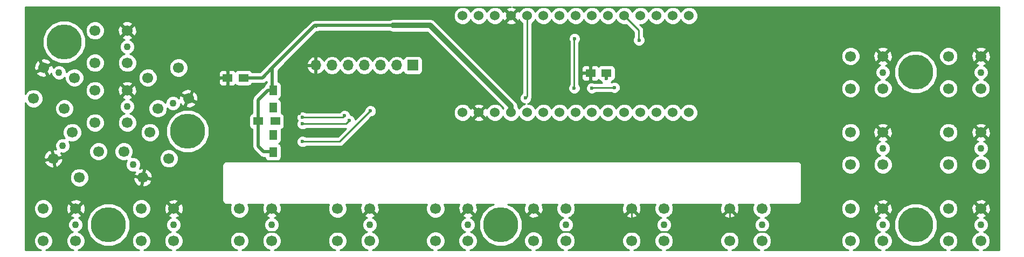
<source format=gbr>
G04 #@! TF.FileFunction,Copper,L1,Top,Signal*
%FSLAX46Y46*%
G04 Gerber Fmt 4.6, Leading zero omitted, Abs format (unit mm)*
G04 Created by KiCad (PCBNEW 4.0.7+dfsg1-1) date Mon Nov  5 17:33:27 2018*
%MOMM*%
%LPD*%
G01*
G04 APERTURE LIST*
%ADD10C,0.100000*%
%ADD11R,1.500000X1.250000*%
%ADD12R,1.700000X1.700000*%
%ADD13O,1.700000X1.700000*%
%ADD14R,1.300000X1.500000*%
%ADD15R,1.500000X1.300000*%
%ADD16C,1.700000*%
%ADD17C,1.100000*%
%ADD18C,1.524000*%
%ADD19C,5.500000*%
%ADD20C,0.600000*%
%ADD21C,0.508000*%
%ADD22C,0.250000*%
%ADD23C,0.812800*%
%ADD24C,0.254000*%
G04 APERTURE END LIST*
D10*
D11*
X134981000Y-111887000D03*
X132481000Y-111887000D03*
D12*
X161600000Y-109900000D03*
D13*
X159060000Y-109900000D03*
X156520000Y-109900000D03*
X153980000Y-109900000D03*
X151440000Y-109900000D03*
X148900000Y-109900000D03*
X146360000Y-109900000D03*
D14*
X139640000Y-113850000D03*
X139640000Y-116550000D03*
D15*
X137290000Y-118700000D03*
X139990000Y-118700000D03*
D14*
X139640000Y-123550000D03*
X139640000Y-120850000D03*
D16*
X108640000Y-137550000D03*
X108640000Y-132470000D03*
X103560000Y-137550000D03*
X103560000Y-132470000D03*
D17*
X108640000Y-135010000D03*
D16*
X108437587Y-111857220D03*
X103606220Y-110287413D03*
X106867780Y-116688587D03*
X102036413Y-115118780D03*
D17*
X106021903Y-111072316D03*
D16*
X108098071Y-120477122D03*
X105112122Y-124586929D03*
X112207878Y-123463071D03*
X109221929Y-127572878D03*
D17*
X106605097Y-122532025D03*
D16*
X124040000Y-137550000D03*
X124040000Y-132470000D03*
X118960000Y-137550000D03*
X118960000Y-132470000D03*
D17*
X124040000Y-135010000D03*
D16*
X116740000Y-109515000D03*
X116740000Y-104435000D03*
X111660000Y-109515000D03*
X111660000Y-104435000D03*
D17*
X116740000Y-106975000D03*
D16*
X116740000Y-118940000D03*
X116740000Y-113860000D03*
X111660000Y-118940000D03*
X111660000Y-113860000D03*
D17*
X116740000Y-116400000D03*
D16*
X116192122Y-123463071D03*
X119178071Y-127572878D03*
X120301929Y-120477122D03*
X123287878Y-124586929D03*
D17*
X117685097Y-125517975D03*
D16*
X139440000Y-137550000D03*
X139440000Y-132470000D03*
X134360000Y-137550000D03*
X134360000Y-132470000D03*
D17*
X139440000Y-135010000D03*
D16*
X121532220Y-116688587D03*
X126363587Y-115118780D03*
X119962413Y-111857220D03*
X124793780Y-110287413D03*
D17*
X123947903Y-115903684D03*
D16*
X154840000Y-137550000D03*
X154840000Y-132470000D03*
X149760000Y-137550000D03*
X149760000Y-132470000D03*
D17*
X154840000Y-135010000D03*
D16*
X170240000Y-137550000D03*
X170240000Y-132470000D03*
X165160000Y-137550000D03*
X165160000Y-132470000D03*
D17*
X170240000Y-135010000D03*
D16*
X185640000Y-137550000D03*
X185640000Y-132470000D03*
X180560000Y-137550000D03*
X180560000Y-132470000D03*
D17*
X185640000Y-135010000D03*
D16*
X201040000Y-137550000D03*
X201040000Y-132470000D03*
X195960000Y-137550000D03*
X195960000Y-132470000D03*
D17*
X201040000Y-135010000D03*
D16*
X216440000Y-137550000D03*
X216440000Y-132470000D03*
X211360000Y-137550000D03*
X211360000Y-132470000D03*
D17*
X216440000Y-135010000D03*
D16*
X235440000Y-113550000D03*
X235440000Y-108470000D03*
X230360000Y-113550000D03*
X230360000Y-108470000D03*
D17*
X235440000Y-111010000D03*
D16*
X235440000Y-125550000D03*
X235440000Y-120470000D03*
X230360000Y-125550000D03*
X230360000Y-120470000D03*
D17*
X235440000Y-123010000D03*
D16*
X235440000Y-137550000D03*
X235440000Y-132470000D03*
X230360000Y-137550000D03*
X230360000Y-132470000D03*
D17*
X235440000Y-135010000D03*
D16*
X250840000Y-113550000D03*
X250840000Y-108470000D03*
X245760000Y-113550000D03*
X245760000Y-108470000D03*
D17*
X250840000Y-111010000D03*
D16*
X250840000Y-125550000D03*
X250840000Y-120470000D03*
X245760000Y-125550000D03*
X245760000Y-120470000D03*
D17*
X250840000Y-123010000D03*
D16*
X250840000Y-137550000D03*
X250840000Y-132470000D03*
X245760000Y-137550000D03*
X245760000Y-132470000D03*
D17*
X250840000Y-135010000D03*
D18*
X169418000Y-102108000D03*
X204978000Y-102108000D03*
X202438000Y-102108000D03*
X199898000Y-102108000D03*
X197358000Y-102108000D03*
X194818000Y-102108000D03*
X192278000Y-102108000D03*
X189738000Y-102108000D03*
X171958000Y-102108000D03*
X174498000Y-102108000D03*
X177038000Y-102108000D03*
X179578000Y-102108000D03*
X182118000Y-102108000D03*
X184658000Y-102108000D03*
X187198000Y-102108000D03*
X187198000Y-102108000D03*
X184658000Y-102108000D03*
X182118000Y-102108000D03*
X179578000Y-102108000D03*
X177038000Y-102108000D03*
X174498000Y-102108000D03*
X171958000Y-102108000D03*
X189738000Y-102108000D03*
X192278000Y-102108000D03*
X194818000Y-102108000D03*
X197358000Y-102108000D03*
X199898000Y-102108000D03*
X202438000Y-102108000D03*
X204978000Y-102108000D03*
X169418000Y-102108000D03*
X204978000Y-117348000D03*
X202438000Y-117348000D03*
X199898000Y-117348000D03*
X197358000Y-117348000D03*
X194818000Y-117348000D03*
X192278000Y-117348000D03*
X189738000Y-117348000D03*
X187198000Y-117348000D03*
X184658000Y-117348000D03*
X182118000Y-117348000D03*
X179578000Y-117348000D03*
X177038000Y-117348000D03*
X174498000Y-117348000D03*
X171958000Y-117348000D03*
X169418000Y-117348000D03*
D19*
X240600000Y-110998000D03*
X240600000Y-135010000D03*
X175400000Y-135010000D03*
X113800000Y-135010000D03*
X126200000Y-120300000D03*
D11*
X192004000Y-111125000D03*
X189504000Y-111125000D03*
D19*
X106800000Y-106200000D03*
D20*
X135128000Y-111887000D03*
X158496000Y-103632000D03*
X159766000Y-103632000D03*
X142740000Y-121100000D03*
X143700000Y-117470000D03*
X205300000Y-135000000D03*
X205300000Y-133100000D03*
X205500000Y-137200000D03*
X191000000Y-137100000D03*
X144500000Y-136900000D03*
X221700000Y-136100000D03*
X131800000Y-136100000D03*
X192024000Y-112014000D03*
X187012000Y-105692000D03*
X186962000Y-113492000D03*
X197127000Y-105942000D03*
X150876000Y-117856000D03*
X144272000Y-118110000D03*
X139640000Y-116800000D03*
X144272000Y-119126000D03*
X151638000Y-118618000D03*
X140140000Y-118700000D03*
X144272000Y-121920000D03*
X154940000Y-117094000D03*
X179324000Y-115062000D03*
X189712000Y-113492000D03*
X193262000Y-113392000D03*
X139640000Y-120900000D03*
D21*
X139525000Y-110315000D02*
X139525000Y-113735000D01*
X139525000Y-113735000D02*
X139640000Y-113850000D01*
X134981000Y-111887000D02*
X137953000Y-111887000D01*
X146431000Y-103759000D02*
X146431000Y-103632000D01*
X146304000Y-103632000D02*
X146431000Y-103759000D01*
X146208000Y-103632000D02*
X146304000Y-103632000D01*
X137953000Y-111887000D02*
X139525000Y-110315000D01*
X139525000Y-110315000D02*
X146208000Y-103632000D01*
D22*
X135128000Y-111887000D02*
X134981000Y-111887000D01*
D21*
X146431000Y-103632000D02*
X158496000Y-103632000D01*
D23*
X159766000Y-103632000D02*
X158496000Y-103632000D01*
X177038000Y-117348000D02*
X177038000Y-116332000D01*
X164338000Y-103632000D02*
X159766000Y-103632000D01*
X177038000Y-116332000D02*
X164338000Y-103632000D01*
D21*
X137290000Y-118700000D02*
X137290000Y-122650000D01*
X138140000Y-123500000D02*
X139590000Y-123500000D01*
X137290000Y-122650000D02*
X138140000Y-123500000D01*
X139590000Y-123500000D02*
X139640000Y-123550000D01*
X139640000Y-113850000D02*
X138790000Y-113850000D01*
X138790000Y-113850000D02*
X137290000Y-115350000D01*
X137290000Y-115350000D02*
X137290000Y-118700000D01*
D22*
X124040000Y-132060000D02*
X131050000Y-125050000D01*
X143700000Y-117470000D02*
X143388000Y-117470000D01*
X142740000Y-118118000D02*
X142740000Y-121100000D01*
X143388000Y-117470000D02*
X142740000Y-118118000D01*
X205300000Y-133100000D02*
X205300000Y-135000000D01*
X205400000Y-135100000D02*
X205300000Y-135000000D01*
X205400000Y-135100000D02*
X205400000Y-136100000D01*
X205400000Y-136100000D02*
X205400000Y-137100000D01*
X205400000Y-137100000D02*
X205500000Y-137200000D01*
X191000000Y-136100000D02*
X191000000Y-137100000D01*
X144500000Y-136100000D02*
X144500000Y-136900000D01*
X195960000Y-132470000D02*
X195960000Y-136100000D01*
X196000000Y-136000000D02*
X196000000Y-136100000D01*
X196000000Y-136060000D02*
X196000000Y-136000000D01*
X195960000Y-136100000D02*
X196000000Y-136060000D01*
X211360000Y-132470000D02*
X211360000Y-136100000D01*
X211300000Y-136000000D02*
X211300000Y-136100000D01*
X211300000Y-136040000D02*
X211300000Y-136000000D01*
X211360000Y-136100000D02*
X211300000Y-136040000D01*
X180560000Y-132470000D02*
X180560000Y-132560000D01*
X180560000Y-132560000D02*
X184100000Y-136100000D01*
X184100000Y-136100000D02*
X191000000Y-136100000D01*
X191000000Y-136100000D02*
X196000000Y-136100000D01*
X196000000Y-136100000D02*
X205400000Y-136100000D01*
X205400000Y-136100000D02*
X211300000Y-136100000D01*
X211300000Y-136100000D02*
X221700000Y-136100000D01*
X124040000Y-132470000D02*
X124040000Y-132060000D01*
X154840000Y-132470000D02*
X154840000Y-132660000D01*
X154840000Y-132660000D02*
X151400000Y-136100000D01*
X151400000Y-136100000D02*
X144500000Y-136100000D01*
X144500000Y-136100000D02*
X131800000Y-136100000D01*
D21*
X192004000Y-111994000D02*
X192004000Y-111125000D01*
X192024000Y-112014000D02*
X192004000Y-111994000D01*
D22*
X186962000Y-105742000D02*
X186962000Y-113492000D01*
X186962000Y-105742000D02*
X187012000Y-105692000D01*
X194818000Y-102108000D02*
X197104000Y-104394000D01*
X197104000Y-105919000D02*
X197104000Y-104394000D01*
X197104000Y-105919000D02*
X197127000Y-105942000D01*
X150876000Y-117856000D02*
X150622000Y-118110000D01*
X150622000Y-118110000D02*
X144272000Y-118110000D01*
X139640000Y-116800000D02*
X139640000Y-116550000D01*
X151130000Y-119126000D02*
X144272000Y-119126000D01*
X151638000Y-118618000D02*
X151130000Y-119126000D01*
X140140000Y-118700000D02*
X139990000Y-118700000D01*
X144272000Y-121920000D02*
X150114000Y-121920000D01*
X150114000Y-121920000D02*
X154940000Y-117094000D01*
X179324000Y-115062000D02*
X179578000Y-114808000D01*
X179578000Y-114808000D02*
X179578000Y-102108000D01*
X189812000Y-113392000D02*
X193262000Y-113392000D01*
X189812000Y-113392000D02*
X189712000Y-113492000D01*
X139640000Y-120900000D02*
X139640000Y-120850000D01*
X103560000Y-132470000D02*
X103830000Y-132470000D01*
X111660000Y-104435000D02*
X111660000Y-104140000D01*
X124793780Y-110287413D02*
X124793780Y-109706220D01*
D24*
G36*
X176690632Y-100726638D02*
X176306857Y-100885603D01*
X176237392Y-101127787D01*
X177038000Y-101928395D01*
X177838608Y-101127787D01*
X177769143Y-100885603D01*
X177276934Y-100710000D01*
X253690000Y-100710000D01*
X253690000Y-139000000D01*
X251219418Y-139000000D01*
X251680086Y-138809656D01*
X252098188Y-138392283D01*
X252324742Y-137846681D01*
X252325257Y-137255911D01*
X252099656Y-136709914D01*
X251682283Y-136291812D01*
X251262616Y-136117551D01*
X251510372Y-136015180D01*
X251844009Y-135682125D01*
X252024794Y-135246745D01*
X252025206Y-134775323D01*
X251845180Y-134339628D01*
X251512125Y-134005991D01*
X251277802Y-133908692D01*
X251624080Y-133765259D01*
X251704353Y-133513958D01*
X250840000Y-132649605D01*
X249975647Y-133513958D01*
X250055920Y-133765259D01*
X250425203Y-133899218D01*
X250169628Y-134004820D01*
X249835991Y-134337875D01*
X249655206Y-134773255D01*
X249654794Y-135244677D01*
X249834820Y-135680372D01*
X250167875Y-136014009D01*
X250417668Y-136117732D01*
X249999914Y-136290344D01*
X249581812Y-136707717D01*
X249355258Y-137253319D01*
X249354743Y-137844089D01*
X249580344Y-138390086D01*
X249997717Y-138808188D01*
X250459651Y-139000000D01*
X246139418Y-139000000D01*
X246600086Y-138809656D01*
X247018188Y-138392283D01*
X247244742Y-137846681D01*
X247245257Y-137255911D01*
X247019656Y-136709914D01*
X246602283Y-136291812D01*
X246056681Y-136065258D01*
X245465911Y-136064743D01*
X244919914Y-136290344D01*
X244501812Y-136707717D01*
X244275258Y-137253319D01*
X244274743Y-137844089D01*
X244500344Y-138390086D01*
X244917717Y-138808188D01*
X245379651Y-139000000D01*
X235819418Y-139000000D01*
X236280086Y-138809656D01*
X236698188Y-138392283D01*
X236924742Y-137846681D01*
X236925257Y-137255911D01*
X236699656Y-136709914D01*
X236282283Y-136291812D01*
X235862616Y-136117551D01*
X236110372Y-136015180D01*
X236444009Y-135682125D01*
X236444740Y-135680364D01*
X237214414Y-135680364D01*
X237728663Y-136924943D01*
X238680048Y-137877990D01*
X239923728Y-138394411D01*
X241270364Y-138395586D01*
X242514943Y-137881337D01*
X243467990Y-136929952D01*
X243984411Y-135686272D01*
X243985586Y-134339636D01*
X243471337Y-133095057D01*
X243140947Y-132764089D01*
X244274743Y-132764089D01*
X244500344Y-133310086D01*
X244917717Y-133728188D01*
X245463319Y-133954742D01*
X246054089Y-133955257D01*
X246600086Y-133729656D01*
X247018188Y-133312283D01*
X247244742Y-132766681D01*
X247245200Y-132241279D01*
X249343282Y-132241279D01*
X249369685Y-132831458D01*
X249544741Y-133254080D01*
X249796042Y-133334353D01*
X250660395Y-132470000D01*
X251019605Y-132470000D01*
X251883958Y-133334353D01*
X252135259Y-133254080D01*
X252336718Y-132698721D01*
X252310315Y-132108542D01*
X252135259Y-131685920D01*
X251883958Y-131605647D01*
X251019605Y-132470000D01*
X250660395Y-132470000D01*
X249796042Y-131605647D01*
X249544741Y-131685920D01*
X249343282Y-132241279D01*
X247245200Y-132241279D01*
X247245257Y-132175911D01*
X247019656Y-131629914D01*
X246816140Y-131426042D01*
X249975647Y-131426042D01*
X250840000Y-132290395D01*
X251704353Y-131426042D01*
X251624080Y-131174741D01*
X251068721Y-130973282D01*
X250478542Y-130999685D01*
X250055920Y-131174741D01*
X249975647Y-131426042D01*
X246816140Y-131426042D01*
X246602283Y-131211812D01*
X246056681Y-130985258D01*
X245465911Y-130984743D01*
X244919914Y-131210344D01*
X244501812Y-131627717D01*
X244275258Y-132173319D01*
X244274743Y-132764089D01*
X243140947Y-132764089D01*
X242519952Y-132142010D01*
X241276272Y-131625589D01*
X239929636Y-131624414D01*
X238685057Y-132138663D01*
X237732010Y-133090048D01*
X237215589Y-134333728D01*
X237214414Y-135680364D01*
X236444740Y-135680364D01*
X236624794Y-135246745D01*
X236625206Y-134775323D01*
X236445180Y-134339628D01*
X236112125Y-134005991D01*
X235877802Y-133908692D01*
X236224080Y-133765259D01*
X236304353Y-133513958D01*
X235440000Y-132649605D01*
X234575647Y-133513958D01*
X234655920Y-133765259D01*
X235025203Y-133899218D01*
X234769628Y-134004820D01*
X234435991Y-134337875D01*
X234255206Y-134773255D01*
X234254794Y-135244677D01*
X234434820Y-135680372D01*
X234767875Y-136014009D01*
X235017668Y-136117732D01*
X234599914Y-136290344D01*
X234181812Y-136707717D01*
X233955258Y-137253319D01*
X233954743Y-137844089D01*
X234180344Y-138390086D01*
X234597717Y-138808188D01*
X235059651Y-139000000D01*
X230739418Y-139000000D01*
X231200086Y-138809656D01*
X231618188Y-138392283D01*
X231844742Y-137846681D01*
X231845257Y-137255911D01*
X231619656Y-136709914D01*
X231202283Y-136291812D01*
X230656681Y-136065258D01*
X230065911Y-136064743D01*
X229519914Y-136290344D01*
X229101812Y-136707717D01*
X228875258Y-137253319D01*
X228874743Y-137844089D01*
X229100344Y-138390086D01*
X229517717Y-138808188D01*
X229979651Y-139000000D01*
X216819418Y-139000000D01*
X217280086Y-138809656D01*
X217698188Y-138392283D01*
X217924742Y-137846681D01*
X217925257Y-137255911D01*
X217699656Y-136709914D01*
X217282283Y-136291812D01*
X216862616Y-136117551D01*
X217110372Y-136015180D01*
X217444009Y-135682125D01*
X217624794Y-135246745D01*
X217625206Y-134775323D01*
X217445180Y-134339628D01*
X217112125Y-134005991D01*
X216862332Y-133902268D01*
X217280086Y-133729656D01*
X217698188Y-133312283D01*
X217924742Y-132766681D01*
X217924744Y-132764089D01*
X228874743Y-132764089D01*
X229100344Y-133310086D01*
X229517717Y-133728188D01*
X230063319Y-133954742D01*
X230654089Y-133955257D01*
X231200086Y-133729656D01*
X231618188Y-133312283D01*
X231844742Y-132766681D01*
X231845200Y-132241279D01*
X233943282Y-132241279D01*
X233969685Y-132831458D01*
X234144741Y-133254080D01*
X234396042Y-133334353D01*
X235260395Y-132470000D01*
X235619605Y-132470000D01*
X236483958Y-133334353D01*
X236735259Y-133254080D01*
X236936718Y-132698721D01*
X236910315Y-132108542D01*
X236735259Y-131685920D01*
X236483958Y-131605647D01*
X235619605Y-132470000D01*
X235260395Y-132470000D01*
X234396042Y-131605647D01*
X234144741Y-131685920D01*
X233943282Y-132241279D01*
X231845200Y-132241279D01*
X231845257Y-132175911D01*
X231619656Y-131629914D01*
X231416140Y-131426042D01*
X234575647Y-131426042D01*
X235440000Y-132290395D01*
X236304353Y-131426042D01*
X236224080Y-131174741D01*
X235668721Y-130973282D01*
X235078542Y-130999685D01*
X234655920Y-131174741D01*
X234575647Y-131426042D01*
X231416140Y-131426042D01*
X231202283Y-131211812D01*
X230656681Y-130985258D01*
X230065911Y-130984743D01*
X229519914Y-131210344D01*
X229101812Y-131627717D01*
X228875258Y-132173319D01*
X228874743Y-132764089D01*
X217924744Y-132764089D01*
X217925257Y-132175911D01*
X217774066Y-131810000D01*
X221975000Y-131810000D01*
X222246705Y-131755954D01*
X222477046Y-131602046D01*
X222630954Y-131371705D01*
X222685000Y-131100000D01*
X222685000Y-125844089D01*
X228874743Y-125844089D01*
X229100344Y-126390086D01*
X229517717Y-126808188D01*
X230063319Y-127034742D01*
X230654089Y-127035257D01*
X231200086Y-126809656D01*
X231618188Y-126392283D01*
X231844742Y-125846681D01*
X231844744Y-125844089D01*
X233954743Y-125844089D01*
X234180344Y-126390086D01*
X234597717Y-126808188D01*
X235143319Y-127034742D01*
X235734089Y-127035257D01*
X236280086Y-126809656D01*
X236698188Y-126392283D01*
X236924742Y-125846681D01*
X236924744Y-125844089D01*
X244274743Y-125844089D01*
X244500344Y-126390086D01*
X244917717Y-126808188D01*
X245463319Y-127034742D01*
X246054089Y-127035257D01*
X246600086Y-126809656D01*
X247018188Y-126392283D01*
X247244742Y-125846681D01*
X247244744Y-125844089D01*
X249354743Y-125844089D01*
X249580344Y-126390086D01*
X249997717Y-126808188D01*
X250543319Y-127034742D01*
X251134089Y-127035257D01*
X251680086Y-126809656D01*
X252098188Y-126392283D01*
X252324742Y-125846681D01*
X252325257Y-125255911D01*
X252099656Y-124709914D01*
X251682283Y-124291812D01*
X251262616Y-124117551D01*
X251510372Y-124015180D01*
X251844009Y-123682125D01*
X252024794Y-123246745D01*
X252025206Y-122775323D01*
X251845180Y-122339628D01*
X251512125Y-122005991D01*
X251277802Y-121908692D01*
X251624080Y-121765259D01*
X251704353Y-121513958D01*
X250840000Y-120649605D01*
X249975647Y-121513958D01*
X250055920Y-121765259D01*
X250425203Y-121899218D01*
X250169628Y-122004820D01*
X249835991Y-122337875D01*
X249655206Y-122773255D01*
X249654794Y-123244677D01*
X249834820Y-123680372D01*
X250167875Y-124014009D01*
X250417668Y-124117732D01*
X249999914Y-124290344D01*
X249581812Y-124707717D01*
X249355258Y-125253319D01*
X249354743Y-125844089D01*
X247244744Y-125844089D01*
X247245257Y-125255911D01*
X247019656Y-124709914D01*
X246602283Y-124291812D01*
X246056681Y-124065258D01*
X245465911Y-124064743D01*
X244919914Y-124290344D01*
X244501812Y-124707717D01*
X244275258Y-125253319D01*
X244274743Y-125844089D01*
X236924744Y-125844089D01*
X236925257Y-125255911D01*
X236699656Y-124709914D01*
X236282283Y-124291812D01*
X235862616Y-124117551D01*
X236110372Y-124015180D01*
X236444009Y-123682125D01*
X236624794Y-123246745D01*
X236625206Y-122775323D01*
X236445180Y-122339628D01*
X236112125Y-122005991D01*
X235877802Y-121908692D01*
X236224080Y-121765259D01*
X236304353Y-121513958D01*
X235440000Y-120649605D01*
X234575647Y-121513958D01*
X234655920Y-121765259D01*
X235025203Y-121899218D01*
X234769628Y-122004820D01*
X234435991Y-122337875D01*
X234255206Y-122773255D01*
X234254794Y-123244677D01*
X234434820Y-123680372D01*
X234767875Y-124014009D01*
X235017668Y-124117732D01*
X234599914Y-124290344D01*
X234181812Y-124707717D01*
X233955258Y-125253319D01*
X233954743Y-125844089D01*
X231844744Y-125844089D01*
X231845257Y-125255911D01*
X231619656Y-124709914D01*
X231202283Y-124291812D01*
X230656681Y-124065258D01*
X230065911Y-124064743D01*
X229519914Y-124290344D01*
X229101812Y-124707717D01*
X228875258Y-125253319D01*
X228874743Y-125844089D01*
X222685000Y-125844089D01*
X222685000Y-125700000D01*
X222630954Y-125428295D01*
X222477046Y-125197954D01*
X222246705Y-125044046D01*
X221975000Y-124990000D01*
X132375000Y-124990000D01*
X132103295Y-125044046D01*
X131872954Y-125197954D01*
X131719046Y-125428295D01*
X131665000Y-125700000D01*
X131665000Y-131100000D01*
X131719046Y-131371705D01*
X131872954Y-131602046D01*
X132103295Y-131755954D01*
X132375000Y-131810000D01*
X133026121Y-131810000D01*
X132875258Y-132173319D01*
X132874743Y-132764089D01*
X133100344Y-133310086D01*
X133517717Y-133728188D01*
X134063319Y-133954742D01*
X134654089Y-133955257D01*
X135200086Y-133729656D01*
X135618188Y-133312283D01*
X135844742Y-132766681D01*
X135845257Y-132175911D01*
X135694066Y-131810000D01*
X138099730Y-131810000D01*
X137943282Y-132241279D01*
X137969685Y-132831458D01*
X138144741Y-133254080D01*
X138396042Y-133334353D01*
X139260395Y-132470000D01*
X139246253Y-132455858D01*
X139425858Y-132276253D01*
X139440000Y-132290395D01*
X139454143Y-132276253D01*
X139633748Y-132455858D01*
X139619605Y-132470000D01*
X140483958Y-133334353D01*
X140735259Y-133254080D01*
X140936718Y-132698721D01*
X140910315Y-132108542D01*
X140786655Y-131810000D01*
X148426121Y-131810000D01*
X148275258Y-132173319D01*
X148274743Y-132764089D01*
X148500344Y-133310086D01*
X148917717Y-133728188D01*
X149463319Y-133954742D01*
X150054089Y-133955257D01*
X150600086Y-133729656D01*
X151018188Y-133312283D01*
X151244742Y-132766681D01*
X151245257Y-132175911D01*
X151094066Y-131810000D01*
X153499730Y-131810000D01*
X153343282Y-132241279D01*
X153369685Y-132831458D01*
X153544741Y-133254080D01*
X153796042Y-133334353D01*
X154660395Y-132470000D01*
X154646253Y-132455858D01*
X154825858Y-132276253D01*
X154840000Y-132290395D01*
X154854143Y-132276253D01*
X155033748Y-132455858D01*
X155019605Y-132470000D01*
X155883958Y-133334353D01*
X156135259Y-133254080D01*
X156336718Y-132698721D01*
X156310315Y-132108542D01*
X156186655Y-131810000D01*
X163826121Y-131810000D01*
X163675258Y-132173319D01*
X163674743Y-132764089D01*
X163900344Y-133310086D01*
X164317717Y-133728188D01*
X164863319Y-133954742D01*
X165454089Y-133955257D01*
X166000086Y-133729656D01*
X166418188Y-133312283D01*
X166644742Y-132766681D01*
X166645257Y-132175911D01*
X166494066Y-131810000D01*
X168899730Y-131810000D01*
X168743282Y-132241279D01*
X168769685Y-132831458D01*
X168944741Y-133254080D01*
X169196042Y-133334353D01*
X170060395Y-132470000D01*
X170046253Y-132455858D01*
X170225858Y-132276253D01*
X170240000Y-132290395D01*
X170254143Y-132276253D01*
X170433748Y-132455858D01*
X170419605Y-132470000D01*
X171283958Y-133334353D01*
X171535259Y-133254080D01*
X171736718Y-132698721D01*
X171710315Y-132108542D01*
X171586655Y-131810000D01*
X174280483Y-131810000D01*
X173485057Y-132138663D01*
X172532010Y-133090048D01*
X172015589Y-134333728D01*
X172014414Y-135680364D01*
X172528663Y-136924943D01*
X173480048Y-137877990D01*
X174723728Y-138394411D01*
X176070364Y-138395586D01*
X177314943Y-137881337D01*
X178267990Y-136929952D01*
X178784411Y-135686272D01*
X178785586Y-134339636D01*
X178444424Y-133513958D01*
X179695647Y-133513958D01*
X179775920Y-133765259D01*
X180331279Y-133966718D01*
X180921458Y-133940315D01*
X181344080Y-133765259D01*
X181424353Y-133513958D01*
X180560000Y-132649605D01*
X179695647Y-133513958D01*
X178444424Y-133513958D01*
X178271337Y-133095057D01*
X177319952Y-132142010D01*
X176520383Y-131810000D01*
X179219730Y-131810000D01*
X179063282Y-132241279D01*
X179089685Y-132831458D01*
X179264741Y-133254080D01*
X179516042Y-133334353D01*
X180380395Y-132470000D01*
X180366253Y-132455858D01*
X180545858Y-132276253D01*
X180560000Y-132290395D01*
X180574143Y-132276253D01*
X180753748Y-132455858D01*
X180739605Y-132470000D01*
X181603958Y-133334353D01*
X181855259Y-133254080D01*
X182056718Y-132698721D01*
X182030315Y-132108542D01*
X181906655Y-131810000D01*
X184306121Y-131810000D01*
X184155258Y-132173319D01*
X184154743Y-132764089D01*
X184380344Y-133310086D01*
X184797717Y-133728188D01*
X185217384Y-133902449D01*
X184969628Y-134004820D01*
X184635991Y-134337875D01*
X184455206Y-134773255D01*
X184454794Y-135244677D01*
X184634820Y-135680372D01*
X184967875Y-136014009D01*
X185217668Y-136117732D01*
X184799914Y-136290344D01*
X184381812Y-136707717D01*
X184155258Y-137253319D01*
X184154743Y-137844089D01*
X184380344Y-138390086D01*
X184797717Y-138808188D01*
X185259651Y-139000000D01*
X180939418Y-139000000D01*
X181400086Y-138809656D01*
X181818188Y-138392283D01*
X182044742Y-137846681D01*
X182045257Y-137255911D01*
X181819656Y-136709914D01*
X181402283Y-136291812D01*
X180856681Y-136065258D01*
X180265911Y-136064743D01*
X179719914Y-136290344D01*
X179301812Y-136707717D01*
X179075258Y-137253319D01*
X179074743Y-137844089D01*
X179300344Y-138390086D01*
X179717717Y-138808188D01*
X180179651Y-139000000D01*
X170619418Y-139000000D01*
X171080086Y-138809656D01*
X171498188Y-138392283D01*
X171724742Y-137846681D01*
X171725257Y-137255911D01*
X171499656Y-136709914D01*
X171082283Y-136291812D01*
X170662616Y-136117551D01*
X170910372Y-136015180D01*
X171244009Y-135682125D01*
X171424794Y-135246745D01*
X171425206Y-134775323D01*
X171245180Y-134339628D01*
X170912125Y-134005991D01*
X170677802Y-133908692D01*
X171024080Y-133765259D01*
X171104353Y-133513958D01*
X170240000Y-132649605D01*
X169375647Y-133513958D01*
X169455920Y-133765259D01*
X169825203Y-133899218D01*
X169569628Y-134004820D01*
X169235991Y-134337875D01*
X169055206Y-134773255D01*
X169054794Y-135244677D01*
X169234820Y-135680372D01*
X169567875Y-136014009D01*
X169817668Y-136117732D01*
X169399914Y-136290344D01*
X168981812Y-136707717D01*
X168755258Y-137253319D01*
X168754743Y-137844089D01*
X168980344Y-138390086D01*
X169397717Y-138808188D01*
X169859651Y-139000000D01*
X165539418Y-139000000D01*
X166000086Y-138809656D01*
X166418188Y-138392283D01*
X166644742Y-137846681D01*
X166645257Y-137255911D01*
X166419656Y-136709914D01*
X166002283Y-136291812D01*
X165456681Y-136065258D01*
X164865911Y-136064743D01*
X164319914Y-136290344D01*
X163901812Y-136707717D01*
X163675258Y-137253319D01*
X163674743Y-137844089D01*
X163900344Y-138390086D01*
X164317717Y-138808188D01*
X164779651Y-139000000D01*
X155219418Y-139000000D01*
X155680086Y-138809656D01*
X156098188Y-138392283D01*
X156324742Y-137846681D01*
X156325257Y-137255911D01*
X156099656Y-136709914D01*
X155682283Y-136291812D01*
X155262616Y-136117551D01*
X155510372Y-136015180D01*
X155844009Y-135682125D01*
X156024794Y-135246745D01*
X156025206Y-134775323D01*
X155845180Y-134339628D01*
X155512125Y-134005991D01*
X155277802Y-133908692D01*
X155624080Y-133765259D01*
X155704353Y-133513958D01*
X154840000Y-132649605D01*
X153975647Y-133513958D01*
X154055920Y-133765259D01*
X154425203Y-133899218D01*
X154169628Y-134004820D01*
X153835991Y-134337875D01*
X153655206Y-134773255D01*
X153654794Y-135244677D01*
X153834820Y-135680372D01*
X154167875Y-136014009D01*
X154417668Y-136117732D01*
X153999914Y-136290344D01*
X153581812Y-136707717D01*
X153355258Y-137253319D01*
X153354743Y-137844089D01*
X153580344Y-138390086D01*
X153997717Y-138808188D01*
X154459651Y-139000000D01*
X150139418Y-139000000D01*
X150600086Y-138809656D01*
X151018188Y-138392283D01*
X151244742Y-137846681D01*
X151245257Y-137255911D01*
X151019656Y-136709914D01*
X150602283Y-136291812D01*
X150056681Y-136065258D01*
X149465911Y-136064743D01*
X148919914Y-136290344D01*
X148501812Y-136707717D01*
X148275258Y-137253319D01*
X148274743Y-137844089D01*
X148500344Y-138390086D01*
X148917717Y-138808188D01*
X149379651Y-139000000D01*
X139819418Y-139000000D01*
X140280086Y-138809656D01*
X140698188Y-138392283D01*
X140924742Y-137846681D01*
X140925257Y-137255911D01*
X140699656Y-136709914D01*
X140282283Y-136291812D01*
X139862616Y-136117551D01*
X140110372Y-136015180D01*
X140444009Y-135682125D01*
X140624794Y-135246745D01*
X140625206Y-134775323D01*
X140445180Y-134339628D01*
X140112125Y-134005991D01*
X139877802Y-133908692D01*
X140224080Y-133765259D01*
X140304353Y-133513958D01*
X139440000Y-132649605D01*
X138575647Y-133513958D01*
X138655920Y-133765259D01*
X139025203Y-133899218D01*
X138769628Y-134004820D01*
X138435991Y-134337875D01*
X138255206Y-134773255D01*
X138254794Y-135244677D01*
X138434820Y-135680372D01*
X138767875Y-136014009D01*
X139017668Y-136117732D01*
X138599914Y-136290344D01*
X138181812Y-136707717D01*
X137955258Y-137253319D01*
X137954743Y-137844089D01*
X138180344Y-138390086D01*
X138597717Y-138808188D01*
X139059651Y-139000000D01*
X134739418Y-139000000D01*
X135200086Y-138809656D01*
X135618188Y-138392283D01*
X135844742Y-137846681D01*
X135845257Y-137255911D01*
X135619656Y-136709914D01*
X135202283Y-136291812D01*
X134656681Y-136065258D01*
X134065911Y-136064743D01*
X133519914Y-136290344D01*
X133101812Y-136707717D01*
X132875258Y-137253319D01*
X132874743Y-137844089D01*
X133100344Y-138390086D01*
X133517717Y-138808188D01*
X133979651Y-139000000D01*
X124419418Y-139000000D01*
X124880086Y-138809656D01*
X125298188Y-138392283D01*
X125524742Y-137846681D01*
X125525257Y-137255911D01*
X125299656Y-136709914D01*
X124882283Y-136291812D01*
X124462616Y-136117551D01*
X124710372Y-136015180D01*
X125044009Y-135682125D01*
X125224794Y-135246745D01*
X125225206Y-134775323D01*
X125045180Y-134339628D01*
X124712125Y-134005991D01*
X124477802Y-133908692D01*
X124824080Y-133765259D01*
X124904353Y-133513958D01*
X124040000Y-132649605D01*
X123175647Y-133513958D01*
X123255920Y-133765259D01*
X123625203Y-133899218D01*
X123369628Y-134004820D01*
X123035991Y-134337875D01*
X122855206Y-134773255D01*
X122854794Y-135244677D01*
X123034820Y-135680372D01*
X123367875Y-136014009D01*
X123617668Y-136117732D01*
X123199914Y-136290344D01*
X122781812Y-136707717D01*
X122555258Y-137253319D01*
X122554743Y-137844089D01*
X122780344Y-138390086D01*
X123197717Y-138808188D01*
X123659651Y-139000000D01*
X119339418Y-139000000D01*
X119800086Y-138809656D01*
X120218188Y-138392283D01*
X120444742Y-137846681D01*
X120445257Y-137255911D01*
X120219656Y-136709914D01*
X119802283Y-136291812D01*
X119256681Y-136065258D01*
X118665911Y-136064743D01*
X118119914Y-136290344D01*
X117701812Y-136707717D01*
X117475258Y-137253319D01*
X117474743Y-137844089D01*
X117700344Y-138390086D01*
X118117717Y-138808188D01*
X118579651Y-139000000D01*
X109019418Y-139000000D01*
X109480086Y-138809656D01*
X109898188Y-138392283D01*
X110124742Y-137846681D01*
X110125257Y-137255911D01*
X109899656Y-136709914D01*
X109482283Y-136291812D01*
X109062616Y-136117551D01*
X109310372Y-136015180D01*
X109644009Y-135682125D01*
X109644740Y-135680364D01*
X110414414Y-135680364D01*
X110928663Y-136924943D01*
X111880048Y-137877990D01*
X113123728Y-138394411D01*
X114470364Y-138395586D01*
X115714943Y-137881337D01*
X116667990Y-136929952D01*
X117184411Y-135686272D01*
X117185586Y-134339636D01*
X116671337Y-133095057D01*
X116340947Y-132764089D01*
X117474743Y-132764089D01*
X117700344Y-133310086D01*
X118117717Y-133728188D01*
X118663319Y-133954742D01*
X119254089Y-133955257D01*
X119800086Y-133729656D01*
X120218188Y-133312283D01*
X120444742Y-132766681D01*
X120445200Y-132241279D01*
X122543282Y-132241279D01*
X122569685Y-132831458D01*
X122744741Y-133254080D01*
X122996042Y-133334353D01*
X123860395Y-132470000D01*
X124219605Y-132470000D01*
X125083958Y-133334353D01*
X125335259Y-133254080D01*
X125536718Y-132698721D01*
X125510315Y-132108542D01*
X125335259Y-131685920D01*
X125083958Y-131605647D01*
X124219605Y-132470000D01*
X123860395Y-132470000D01*
X122996042Y-131605647D01*
X122744741Y-131685920D01*
X122543282Y-132241279D01*
X120445200Y-132241279D01*
X120445257Y-132175911D01*
X120219656Y-131629914D01*
X120016140Y-131426042D01*
X123175647Y-131426042D01*
X124040000Y-132290395D01*
X124904353Y-131426042D01*
X124824080Y-131174741D01*
X124268721Y-130973282D01*
X123678542Y-130999685D01*
X123255920Y-131174741D01*
X123175647Y-131426042D01*
X120016140Y-131426042D01*
X119802283Y-131211812D01*
X119256681Y-130985258D01*
X118665911Y-130984743D01*
X118119914Y-131210344D01*
X117701812Y-131627717D01*
X117475258Y-132173319D01*
X117474743Y-132764089D01*
X116340947Y-132764089D01*
X115719952Y-132142010D01*
X114476272Y-131625589D01*
X113129636Y-131624414D01*
X111885057Y-132138663D01*
X110932010Y-133090048D01*
X110415589Y-134333728D01*
X110414414Y-135680364D01*
X109644740Y-135680364D01*
X109824794Y-135246745D01*
X109825206Y-134775323D01*
X109645180Y-134339628D01*
X109312125Y-134005991D01*
X109077802Y-133908692D01*
X109424080Y-133765259D01*
X109504353Y-133513958D01*
X108640000Y-132649605D01*
X107775647Y-133513958D01*
X107855920Y-133765259D01*
X108225203Y-133899218D01*
X107969628Y-134004820D01*
X107635991Y-134337875D01*
X107455206Y-134773255D01*
X107454794Y-135244677D01*
X107634820Y-135680372D01*
X107967875Y-136014009D01*
X108217668Y-136117732D01*
X107799914Y-136290344D01*
X107381812Y-136707717D01*
X107155258Y-137253319D01*
X107154743Y-137844089D01*
X107380344Y-138390086D01*
X107797717Y-138808188D01*
X108259651Y-139000000D01*
X103939418Y-139000000D01*
X104400086Y-138809656D01*
X104818188Y-138392283D01*
X105044742Y-137846681D01*
X105045257Y-137255911D01*
X104819656Y-136709914D01*
X104402283Y-136291812D01*
X103856681Y-136065258D01*
X103265911Y-136064743D01*
X102719914Y-136290344D01*
X102301812Y-136707717D01*
X102075258Y-137253319D01*
X102074743Y-137844089D01*
X102300344Y-138390086D01*
X102717717Y-138808188D01*
X103179651Y-139000000D01*
X100710000Y-139000000D01*
X100710000Y-132764089D01*
X102074743Y-132764089D01*
X102300344Y-133310086D01*
X102717717Y-133728188D01*
X103263319Y-133954742D01*
X103854089Y-133955257D01*
X104400086Y-133729656D01*
X104818188Y-133312283D01*
X105044742Y-132766681D01*
X105045200Y-132241279D01*
X107143282Y-132241279D01*
X107169685Y-132831458D01*
X107344741Y-133254080D01*
X107596042Y-133334353D01*
X108460395Y-132470000D01*
X108819605Y-132470000D01*
X109683958Y-133334353D01*
X109935259Y-133254080D01*
X110136718Y-132698721D01*
X110110315Y-132108542D01*
X109935259Y-131685920D01*
X109683958Y-131605647D01*
X108819605Y-132470000D01*
X108460395Y-132470000D01*
X107596042Y-131605647D01*
X107344741Y-131685920D01*
X107143282Y-132241279D01*
X105045200Y-132241279D01*
X105045257Y-132175911D01*
X104819656Y-131629914D01*
X104616140Y-131426042D01*
X107775647Y-131426042D01*
X108640000Y-132290395D01*
X109504353Y-131426042D01*
X109424080Y-131174741D01*
X108868721Y-130973282D01*
X108278542Y-130999685D01*
X107855920Y-131174741D01*
X107775647Y-131426042D01*
X104616140Y-131426042D01*
X104402283Y-131211812D01*
X103856681Y-130985258D01*
X103265911Y-130984743D01*
X102719914Y-131210344D01*
X102301812Y-131627717D01*
X102075258Y-132173319D01*
X102074743Y-132764089D01*
X100710000Y-132764089D01*
X100710000Y-127866967D01*
X107736672Y-127866967D01*
X107962273Y-128412964D01*
X108379646Y-128831066D01*
X108925248Y-129057620D01*
X109516018Y-129058135D01*
X110062015Y-128832534D01*
X110480117Y-128415161D01*
X110706671Y-127869559D01*
X110706818Y-127699878D01*
X117669314Y-127699878D01*
X117832762Y-128267587D01*
X118201021Y-128729533D01*
X118591055Y-128968546D01*
X118721293Y-128925512D01*
X119092418Y-128925512D01*
X119305071Y-129081635D01*
X119872780Y-128918187D01*
X120334726Y-128549928D01*
X120573739Y-128159894D01*
X120490971Y-127909404D01*
X119283640Y-127718182D01*
X119092418Y-128925512D01*
X118721293Y-128925512D01*
X118841545Y-128885778D01*
X119032767Y-127678447D01*
X117825437Y-127487225D01*
X117669314Y-127699878D01*
X110706818Y-127699878D01*
X110707186Y-127278789D01*
X110481585Y-126732792D01*
X110064212Y-126314690D01*
X109518610Y-126088136D01*
X108927840Y-126087621D01*
X108381843Y-126313222D01*
X107963741Y-126730595D01*
X107737187Y-127276197D01*
X107736672Y-127866967D01*
X100710000Y-127866967D01*
X100710000Y-125173945D01*
X103716454Y-125173945D01*
X103970190Y-125549253D01*
X103953452Y-125565991D01*
X104040056Y-125652595D01*
X104047334Y-125663360D01*
X104057600Y-125670139D01*
X104133060Y-125745599D01*
X104148497Y-125730162D01*
X104540318Y-125988898D01*
X104985122Y-126095686D01*
X105197775Y-125939563D01*
X105025678Y-124852981D01*
X105097981Y-124780678D01*
X105126263Y-124780678D01*
X105298704Y-124953119D01*
X105448648Y-125899829D01*
X105699138Y-125982597D01*
X106074446Y-125728861D01*
X106091184Y-125745599D01*
X106177788Y-125658995D01*
X106188553Y-125651717D01*
X106195332Y-125641451D01*
X106270792Y-125565991D01*
X106255355Y-125550554D01*
X106514091Y-125158733D01*
X106620879Y-124713929D01*
X106464756Y-124501276D01*
X105378174Y-124673373D01*
X105305871Y-124601070D01*
X105126263Y-124780678D01*
X105097981Y-124780678D01*
X104918373Y-124601070D01*
X104745932Y-124773511D01*
X103799222Y-124923455D01*
X103716454Y-125173945D01*
X100710000Y-125173945D01*
X100710000Y-124459929D01*
X103603365Y-124459929D01*
X103759488Y-124672582D01*
X104846070Y-124500485D01*
X104918373Y-124572788D01*
X105097981Y-124393180D01*
X104925540Y-124220739D01*
X104775596Y-123274029D01*
X104655345Y-123234295D01*
X105026469Y-123234295D01*
X105198566Y-124320877D01*
X105126263Y-124393180D01*
X105305871Y-124572788D01*
X105478312Y-124400347D01*
X106425022Y-124250403D01*
X106507790Y-123999913D01*
X106343671Y-123757160D01*
X110722621Y-123757160D01*
X110948222Y-124303157D01*
X111365595Y-124721259D01*
X111911197Y-124947813D01*
X112501967Y-124948328D01*
X113047964Y-124722727D01*
X113466066Y-124305354D01*
X113692620Y-123759752D01*
X113692622Y-123757160D01*
X114706865Y-123757160D01*
X114932466Y-124303157D01*
X115349839Y-124721259D01*
X115895441Y-124947813D01*
X116486211Y-124948328D01*
X116670083Y-124872354D01*
X116500303Y-125281230D01*
X116499891Y-125752652D01*
X116679917Y-126188347D01*
X117012972Y-126521984D01*
X117448352Y-126702769D01*
X117919774Y-126703181D01*
X117967787Y-126683342D01*
X117782403Y-126985862D01*
X117865171Y-127236352D01*
X118811881Y-127386296D01*
X118984322Y-127558737D01*
X119075750Y-127467309D01*
X119323375Y-127467309D01*
X120530705Y-127658531D01*
X120686828Y-127445878D01*
X120523380Y-126878169D01*
X120155121Y-126416223D01*
X119765087Y-126177210D01*
X119514597Y-126259978D01*
X119323375Y-127467309D01*
X119075750Y-127467309D01*
X119163930Y-127379129D01*
X119091627Y-127306826D01*
X119263724Y-126220244D01*
X119051071Y-126064121D01*
X118699371Y-126165378D01*
X118869891Y-125754720D01*
X118870303Y-125283298D01*
X118704084Y-124881018D01*
X121802621Y-124881018D01*
X122028222Y-125427015D01*
X122445595Y-125845117D01*
X122991197Y-126071671D01*
X123581967Y-126072186D01*
X124127964Y-125846585D01*
X124546066Y-125429212D01*
X124772620Y-124883610D01*
X124773135Y-124292840D01*
X124547534Y-123746843D01*
X124130161Y-123328741D01*
X123584559Y-123102187D01*
X122993789Y-123101672D01*
X122447792Y-123327273D01*
X122029690Y-123744646D01*
X121803136Y-124290248D01*
X121802621Y-124881018D01*
X118704084Y-124881018D01*
X118690277Y-124847603D01*
X118357222Y-124513966D01*
X117921842Y-124333181D01*
X117450420Y-124332769D01*
X117403374Y-124352208D01*
X117450310Y-124305354D01*
X117676864Y-123759752D01*
X117677379Y-123168982D01*
X117451778Y-122622985D01*
X117034405Y-122204883D01*
X116488803Y-121978329D01*
X115898033Y-121977814D01*
X115352036Y-122203415D01*
X114933934Y-122620788D01*
X114707380Y-123166390D01*
X114706865Y-123757160D01*
X113692622Y-123757160D01*
X113693135Y-123168982D01*
X113467534Y-122622985D01*
X113050161Y-122204883D01*
X112504559Y-121978329D01*
X111913789Y-121977814D01*
X111367792Y-122203415D01*
X110949690Y-122620788D01*
X110723136Y-123166390D01*
X110722621Y-123757160D01*
X106343671Y-123757160D01*
X106296120Y-123686826D01*
X106368352Y-123716819D01*
X106839774Y-123717231D01*
X107275469Y-123537205D01*
X107609106Y-123204150D01*
X107789891Y-122768770D01*
X107790303Y-122297348D01*
X107620678Y-121886826D01*
X107801390Y-121961864D01*
X108392160Y-121962379D01*
X108938157Y-121736778D01*
X109356259Y-121319405D01*
X109582813Y-120773803D01*
X109582815Y-120771211D01*
X118816672Y-120771211D01*
X119042273Y-121317208D01*
X119459646Y-121735310D01*
X120005248Y-121961864D01*
X120596018Y-121962379D01*
X121142015Y-121736778D01*
X121560117Y-121319405D01*
X121705051Y-120970364D01*
X122814414Y-120970364D01*
X123328663Y-122214943D01*
X124280048Y-123167990D01*
X125523728Y-123684411D01*
X126870364Y-123685586D01*
X128114943Y-123171337D01*
X129067990Y-122219952D01*
X129584411Y-120976272D01*
X129585586Y-119629636D01*
X129071337Y-118385057D01*
X128119952Y-117432010D01*
X126876272Y-116915589D01*
X125529636Y-116914414D01*
X124285057Y-117428663D01*
X123332010Y-118380048D01*
X122815589Y-119623728D01*
X122814414Y-120970364D01*
X121705051Y-120970364D01*
X121786671Y-120773803D01*
X121787186Y-120183033D01*
X121561585Y-119637036D01*
X121144212Y-119218934D01*
X120598610Y-118992380D01*
X120007840Y-118991865D01*
X119461843Y-119217466D01*
X119043741Y-119634839D01*
X118817187Y-120180441D01*
X118816672Y-120771211D01*
X109582815Y-120771211D01*
X109583328Y-120183033D01*
X109357727Y-119637036D01*
X108955483Y-119234089D01*
X110174743Y-119234089D01*
X110400344Y-119780086D01*
X110817717Y-120198188D01*
X111363319Y-120424742D01*
X111954089Y-120425257D01*
X112500086Y-120199656D01*
X112918188Y-119782283D01*
X113144742Y-119236681D01*
X113144744Y-119234089D01*
X115254743Y-119234089D01*
X115480344Y-119780086D01*
X115897717Y-120198188D01*
X116443319Y-120424742D01*
X117034089Y-120425257D01*
X117580086Y-120199656D01*
X117998188Y-119782283D01*
X118224742Y-119236681D01*
X118225257Y-118645911D01*
X117999656Y-118099914D01*
X117582283Y-117681812D01*
X117162616Y-117507551D01*
X117410372Y-117405180D01*
X117744009Y-117072125D01*
X117781151Y-116982676D01*
X120046963Y-116982676D01*
X120272564Y-117528673D01*
X120689937Y-117946775D01*
X121235539Y-118173329D01*
X121826309Y-118173844D01*
X122372306Y-117948243D01*
X122790408Y-117530870D01*
X123016962Y-116985268D01*
X123017255Y-116648719D01*
X123275778Y-116907693D01*
X123711158Y-117088478D01*
X124182580Y-117088890D01*
X124618275Y-116908864D01*
X124951912Y-116575809D01*
X125033740Y-116378743D01*
X125864139Y-116378743D01*
X126018139Y-116592939D01*
X126608571Y-116612922D01*
X127161706Y-116405436D01*
X127509549Y-116108350D01*
X127508237Y-115844544D01*
X126419088Y-115289595D01*
X125864139Y-116378743D01*
X125033740Y-116378743D01*
X125132697Y-116140429D01*
X125132835Y-115982354D01*
X125374017Y-116264742D01*
X125637823Y-116263430D01*
X126192772Y-115174281D01*
X125974919Y-115063279D01*
X126534402Y-115063279D01*
X127623550Y-115618228D01*
X127837746Y-115464228D01*
X127857729Y-114873796D01*
X127650243Y-114320661D01*
X127353157Y-113972818D01*
X127089351Y-113974130D01*
X126534402Y-115063279D01*
X125974919Y-115063279D01*
X125103624Y-114619332D01*
X124889428Y-114773332D01*
X124876458Y-115156553D01*
X124620028Y-114899675D01*
X124184648Y-114718890D01*
X123713226Y-114718478D01*
X123277531Y-114898504D01*
X122943894Y-115231559D01*
X122763109Y-115666939D01*
X122762976Y-115819550D01*
X122374503Y-115430399D01*
X121828901Y-115203845D01*
X121238131Y-115203330D01*
X120692134Y-115428931D01*
X120274032Y-115846304D01*
X120047478Y-116391906D01*
X120046963Y-116982676D01*
X117781151Y-116982676D01*
X117924794Y-116636745D01*
X117925206Y-116165323D01*
X117745180Y-115729628D01*
X117412125Y-115395991D01*
X117177802Y-115298692D01*
X117524080Y-115155259D01*
X117604353Y-114903958D01*
X116740000Y-114039605D01*
X115875647Y-114903958D01*
X115955920Y-115155259D01*
X116325203Y-115289218D01*
X116069628Y-115394820D01*
X115735991Y-115727875D01*
X115555206Y-116163255D01*
X115554794Y-116634677D01*
X115734820Y-117070372D01*
X116067875Y-117404009D01*
X116317668Y-117507732D01*
X115899914Y-117680344D01*
X115481812Y-118097717D01*
X115255258Y-118643319D01*
X115254743Y-119234089D01*
X113144744Y-119234089D01*
X113145257Y-118645911D01*
X112919656Y-118099914D01*
X112502283Y-117681812D01*
X111956681Y-117455258D01*
X111365911Y-117454743D01*
X110819914Y-117680344D01*
X110401812Y-118097717D01*
X110175258Y-118643319D01*
X110174743Y-119234089D01*
X108955483Y-119234089D01*
X108940354Y-119218934D01*
X108394752Y-118992380D01*
X107803982Y-118991865D01*
X107257985Y-119217466D01*
X106839883Y-119634839D01*
X106613329Y-120180441D01*
X106612814Y-120771211D01*
X106838415Y-121317208D01*
X106887178Y-121366056D01*
X106841842Y-121347231D01*
X106370420Y-121346819D01*
X105934725Y-121526845D01*
X105601088Y-121859900D01*
X105420303Y-122295280D01*
X105419891Y-122766702D01*
X105582667Y-123160650D01*
X105239122Y-123078172D01*
X105026469Y-123234295D01*
X104655345Y-123234295D01*
X104525106Y-123191261D01*
X104149798Y-123444997D01*
X104133060Y-123428259D01*
X104046456Y-123514863D01*
X104035691Y-123522141D01*
X104028912Y-123532407D01*
X103953452Y-123607867D01*
X103968889Y-123623304D01*
X103710153Y-124015125D01*
X103603365Y-124459929D01*
X100710000Y-124459929D01*
X100710000Y-116982676D01*
X105382523Y-116982676D01*
X105608124Y-117528673D01*
X106025497Y-117946775D01*
X106571099Y-118173329D01*
X107161869Y-118173844D01*
X107707866Y-117948243D01*
X108125968Y-117530870D01*
X108352522Y-116985268D01*
X108353037Y-116394498D01*
X108127436Y-115848501D01*
X107710063Y-115430399D01*
X107164461Y-115203845D01*
X106573691Y-115203330D01*
X106027694Y-115428931D01*
X105609592Y-115846304D01*
X105383038Y-116391906D01*
X105382523Y-116982676D01*
X100710000Y-116982676D01*
X100710000Y-115797301D01*
X100776757Y-115958866D01*
X101194130Y-116376968D01*
X101739732Y-116603522D01*
X102330502Y-116604037D01*
X102876499Y-116378436D01*
X103294601Y-115961063D01*
X103521155Y-115415461D01*
X103521670Y-114824691D01*
X103296069Y-114278694D01*
X103171682Y-114154089D01*
X110174743Y-114154089D01*
X110400344Y-114700086D01*
X110817717Y-115118188D01*
X111363319Y-115344742D01*
X111954089Y-115345257D01*
X112500086Y-115119656D01*
X112918188Y-114702283D01*
X113144742Y-114156681D01*
X113145200Y-113631279D01*
X115243282Y-113631279D01*
X115269685Y-114221458D01*
X115444741Y-114644080D01*
X115696042Y-114724353D01*
X116560395Y-113860000D01*
X116919605Y-113860000D01*
X117783958Y-114724353D01*
X118035259Y-114644080D01*
X118222030Y-114129210D01*
X125217625Y-114129210D01*
X125218937Y-114393016D01*
X126308086Y-114947965D01*
X126863035Y-113858817D01*
X126709035Y-113644621D01*
X126118603Y-113624638D01*
X125565468Y-113832124D01*
X125217625Y-114129210D01*
X118222030Y-114129210D01*
X118236718Y-114088721D01*
X118210315Y-113498542D01*
X118035259Y-113075920D01*
X117783958Y-112995647D01*
X116919605Y-113860000D01*
X116560395Y-113860000D01*
X115696042Y-112995647D01*
X115444741Y-113075920D01*
X115243282Y-113631279D01*
X113145200Y-113631279D01*
X113145257Y-113565911D01*
X112919656Y-113019914D01*
X112716140Y-112816042D01*
X115875647Y-112816042D01*
X116740000Y-113680395D01*
X117604353Y-112816042D01*
X117524080Y-112564741D01*
X116968721Y-112363282D01*
X116378542Y-112389685D01*
X115955920Y-112564741D01*
X115875647Y-112816042D01*
X112716140Y-112816042D01*
X112502283Y-112601812D01*
X111956681Y-112375258D01*
X111365911Y-112374743D01*
X110819914Y-112600344D01*
X110401812Y-113017717D01*
X110175258Y-113563319D01*
X110174743Y-114154089D01*
X103171682Y-114154089D01*
X102878696Y-113860592D01*
X102333094Y-113634038D01*
X101742324Y-113633523D01*
X101196327Y-113859124D01*
X100778225Y-114276497D01*
X100710000Y-114440801D01*
X100710000Y-111276983D01*
X102460258Y-111276983D01*
X102926182Y-111640198D01*
X103495635Y-111797462D01*
X103951668Y-111761572D01*
X104105668Y-111547376D01*
X103550719Y-110458228D01*
X102461570Y-111013177D01*
X102460258Y-111276983D01*
X100710000Y-111276983D01*
X100710000Y-110176828D01*
X102096171Y-110176828D01*
X102132061Y-110632861D01*
X102346257Y-110786861D01*
X103217551Y-110342914D01*
X103777035Y-110342914D01*
X104331984Y-111432063D01*
X104595790Y-111433375D01*
X104836857Y-111124140D01*
X104836697Y-111306993D01*
X105016723Y-111742688D01*
X105349778Y-112076325D01*
X105785158Y-112257110D01*
X106256580Y-112257522D01*
X106692275Y-112077496D01*
X106952621Y-111817604D01*
X106952330Y-112151309D01*
X107177931Y-112697306D01*
X107595304Y-113115408D01*
X108140906Y-113341962D01*
X108731676Y-113342477D01*
X109277673Y-113116876D01*
X109695775Y-112699503D01*
X109922329Y-112153901D01*
X109922331Y-112151309D01*
X118477156Y-112151309D01*
X118702757Y-112697306D01*
X119120130Y-113115408D01*
X119665732Y-113341962D01*
X120256502Y-113342477D01*
X120802499Y-113116876D01*
X121220601Y-112699503D01*
X121439328Y-112172750D01*
X131096000Y-112172750D01*
X131096000Y-112638310D01*
X131192673Y-112871699D01*
X131371302Y-113050327D01*
X131604691Y-113147000D01*
X132195250Y-113147000D01*
X132354000Y-112988250D01*
X132354000Y-112014000D01*
X131254750Y-112014000D01*
X131096000Y-112172750D01*
X121439328Y-112172750D01*
X121447155Y-112153901D01*
X121447670Y-111563131D01*
X121222069Y-111017134D01*
X120804696Y-110599032D01*
X120762480Y-110581502D01*
X123308523Y-110581502D01*
X123534124Y-111127499D01*
X123951497Y-111545601D01*
X124497099Y-111772155D01*
X125087869Y-111772670D01*
X125633866Y-111547069D01*
X126045963Y-111135690D01*
X131096000Y-111135690D01*
X131096000Y-111601250D01*
X131254750Y-111760000D01*
X132354000Y-111760000D01*
X132354000Y-110785750D01*
X132608000Y-110785750D01*
X132608000Y-111760000D01*
X132628000Y-111760000D01*
X132628000Y-112014000D01*
X132608000Y-112014000D01*
X132608000Y-112988250D01*
X132766750Y-113147000D01*
X133357309Y-113147000D01*
X133590698Y-113050327D01*
X133731936Y-112909090D01*
X133766910Y-112963441D01*
X133979110Y-113108431D01*
X134231000Y-113159440D01*
X135731000Y-113159440D01*
X135966317Y-113115162D01*
X136182441Y-112976090D01*
X136319157Y-112776000D01*
X137953000Y-112776000D01*
X138293206Y-112708329D01*
X138581618Y-112515618D01*
X138636000Y-112461236D01*
X138636000Y-112573208D01*
X138538559Y-112635910D01*
X138393569Y-112848110D01*
X138342560Y-113100000D01*
X138342560Y-113100323D01*
X138161382Y-113221382D01*
X136661382Y-114721382D01*
X136468671Y-115009794D01*
X136401000Y-115350000D01*
X136401000Y-117428715D01*
X136304683Y-117446838D01*
X136088559Y-117585910D01*
X135943569Y-117798110D01*
X135892560Y-118050000D01*
X135892560Y-119350000D01*
X135936838Y-119585317D01*
X136075910Y-119801441D01*
X136288110Y-119946431D01*
X136401000Y-119969292D01*
X136401000Y-122650000D01*
X136468671Y-122990206D01*
X136589699Y-123171337D01*
X136661382Y-123278618D01*
X137511382Y-124128618D01*
X137799795Y-124321330D01*
X138140000Y-124389000D01*
X138359307Y-124389000D01*
X138386838Y-124535317D01*
X138525910Y-124751441D01*
X138738110Y-124896431D01*
X138990000Y-124947440D01*
X140290000Y-124947440D01*
X140525317Y-124903162D01*
X140741441Y-124764090D01*
X140886431Y-124551890D01*
X140937440Y-124300000D01*
X140937440Y-122800000D01*
X140893162Y-122564683D01*
X140754090Y-122348559D01*
X140541890Y-122203569D01*
X140528803Y-122200919D01*
X140741441Y-122064090D01*
X140886431Y-121851890D01*
X140937440Y-121600000D01*
X140937440Y-120100000D01*
X140912050Y-119965066D01*
X140975317Y-119953162D01*
X141191441Y-119814090D01*
X141336431Y-119601890D01*
X141387440Y-119350000D01*
X141387440Y-118295167D01*
X143336838Y-118295167D01*
X143470383Y-118618371D01*
X143337162Y-118939201D01*
X143336838Y-119311167D01*
X143478883Y-119654943D01*
X143741673Y-119918192D01*
X144085201Y-120060838D01*
X144457167Y-120061162D01*
X144800943Y-119919117D01*
X144834118Y-119886000D01*
X151073198Y-119886000D01*
X149799198Y-121160000D01*
X144834463Y-121160000D01*
X144802327Y-121127808D01*
X144458799Y-120985162D01*
X144086833Y-120984838D01*
X143743057Y-121126883D01*
X143479808Y-121389673D01*
X143337162Y-121733201D01*
X143336838Y-122105167D01*
X143478883Y-122448943D01*
X143741673Y-122712192D01*
X144085201Y-122854838D01*
X144457167Y-122855162D01*
X144800943Y-122713117D01*
X144834118Y-122680000D01*
X150114000Y-122680000D01*
X150404839Y-122622148D01*
X150651401Y-122457401D01*
X152344713Y-120764089D01*
X228874743Y-120764089D01*
X229100344Y-121310086D01*
X229517717Y-121728188D01*
X230063319Y-121954742D01*
X230654089Y-121955257D01*
X231200086Y-121729656D01*
X231618188Y-121312283D01*
X231844742Y-120766681D01*
X231845200Y-120241279D01*
X233943282Y-120241279D01*
X233969685Y-120831458D01*
X234144741Y-121254080D01*
X234396042Y-121334353D01*
X235260395Y-120470000D01*
X235619605Y-120470000D01*
X236483958Y-121334353D01*
X236735259Y-121254080D01*
X236913005Y-120764089D01*
X244274743Y-120764089D01*
X244500344Y-121310086D01*
X244917717Y-121728188D01*
X245463319Y-121954742D01*
X246054089Y-121955257D01*
X246600086Y-121729656D01*
X247018188Y-121312283D01*
X247244742Y-120766681D01*
X247245200Y-120241279D01*
X249343282Y-120241279D01*
X249369685Y-120831458D01*
X249544741Y-121254080D01*
X249796042Y-121334353D01*
X250660395Y-120470000D01*
X251019605Y-120470000D01*
X251883958Y-121334353D01*
X252135259Y-121254080D01*
X252336718Y-120698721D01*
X252310315Y-120108542D01*
X252135259Y-119685920D01*
X251883958Y-119605647D01*
X251019605Y-120470000D01*
X250660395Y-120470000D01*
X249796042Y-119605647D01*
X249544741Y-119685920D01*
X249343282Y-120241279D01*
X247245200Y-120241279D01*
X247245257Y-120175911D01*
X247019656Y-119629914D01*
X246816140Y-119426042D01*
X249975647Y-119426042D01*
X250840000Y-120290395D01*
X251704353Y-119426042D01*
X251624080Y-119174741D01*
X251068721Y-118973282D01*
X250478542Y-118999685D01*
X250055920Y-119174741D01*
X249975647Y-119426042D01*
X246816140Y-119426042D01*
X246602283Y-119211812D01*
X246056681Y-118985258D01*
X245465911Y-118984743D01*
X244919914Y-119210344D01*
X244501812Y-119627717D01*
X244275258Y-120173319D01*
X244274743Y-120764089D01*
X236913005Y-120764089D01*
X236936718Y-120698721D01*
X236910315Y-120108542D01*
X236735259Y-119685920D01*
X236483958Y-119605647D01*
X235619605Y-120470000D01*
X235260395Y-120470000D01*
X234396042Y-119605647D01*
X234144741Y-119685920D01*
X233943282Y-120241279D01*
X231845200Y-120241279D01*
X231845257Y-120175911D01*
X231619656Y-119629914D01*
X231416140Y-119426042D01*
X234575647Y-119426042D01*
X235440000Y-120290395D01*
X236304353Y-119426042D01*
X236224080Y-119174741D01*
X235668721Y-118973282D01*
X235078542Y-118999685D01*
X234655920Y-119174741D01*
X234575647Y-119426042D01*
X231416140Y-119426042D01*
X231202283Y-119211812D01*
X230656681Y-118985258D01*
X230065911Y-118984743D01*
X229519914Y-119210344D01*
X229101812Y-119627717D01*
X228875258Y-120173319D01*
X228874743Y-120764089D01*
X152344713Y-120764089D01*
X155079680Y-118029122D01*
X155125167Y-118029162D01*
X155468943Y-117887117D01*
X155731857Y-117624661D01*
X168020758Y-117624661D01*
X168232990Y-118138303D01*
X168625630Y-118531629D01*
X169138900Y-118744757D01*
X169694661Y-118745242D01*
X170208303Y-118533010D01*
X170413457Y-118328213D01*
X171157392Y-118328213D01*
X171226857Y-118570397D01*
X171750302Y-118757144D01*
X172305368Y-118729362D01*
X172689143Y-118570397D01*
X172758608Y-118328213D01*
X171958000Y-117527605D01*
X171157392Y-118328213D01*
X170413457Y-118328213D01*
X170601629Y-118140370D01*
X170681395Y-117948273D01*
X170735603Y-118079143D01*
X170977787Y-118148608D01*
X171778395Y-117348000D01*
X170977787Y-116547392D01*
X170735603Y-116616857D01*
X170685491Y-116757318D01*
X170603010Y-116557697D01*
X170413432Y-116367787D01*
X171157392Y-116367787D01*
X171958000Y-117168395D01*
X172758608Y-116367787D01*
X172689143Y-116125603D01*
X172165698Y-115938856D01*
X171610632Y-115966638D01*
X171226857Y-116125603D01*
X171157392Y-116367787D01*
X170413432Y-116367787D01*
X170210370Y-116164371D01*
X169697100Y-115951243D01*
X169141339Y-115950758D01*
X168627697Y-116162990D01*
X168234371Y-116555630D01*
X168021243Y-117068900D01*
X168020758Y-117624661D01*
X155731857Y-117624661D01*
X155732192Y-117624327D01*
X155874838Y-117280799D01*
X155875162Y-116908833D01*
X155733117Y-116565057D01*
X155470327Y-116301808D01*
X155126799Y-116159162D01*
X154754833Y-116158838D01*
X154411057Y-116300883D01*
X154147808Y-116563673D01*
X154005162Y-116907201D01*
X154005121Y-116954077D01*
X152559479Y-118399719D01*
X152431117Y-118089057D01*
X152168327Y-117825808D01*
X151824799Y-117683162D01*
X151811151Y-117683150D01*
X151811162Y-117670833D01*
X151669117Y-117327057D01*
X151406327Y-117063808D01*
X151062799Y-116921162D01*
X150690833Y-116920838D01*
X150347057Y-117062883D01*
X150083808Y-117325673D01*
X150073706Y-117350000D01*
X144834463Y-117350000D01*
X144802327Y-117317808D01*
X144458799Y-117175162D01*
X144086833Y-117174838D01*
X143743057Y-117316883D01*
X143479808Y-117579673D01*
X143337162Y-117923201D01*
X143336838Y-118295167D01*
X141387440Y-118295167D01*
X141387440Y-118050000D01*
X141343162Y-117814683D01*
X141204090Y-117598559D01*
X140991890Y-117453569D01*
X140909712Y-117436927D01*
X140937440Y-117300000D01*
X140937440Y-115800000D01*
X140893162Y-115564683D01*
X140754090Y-115348559D01*
X140541890Y-115203569D01*
X140528803Y-115200919D01*
X140741441Y-115064090D01*
X140886431Y-114851890D01*
X140937440Y-114600000D01*
X140937440Y-113100000D01*
X140893162Y-112864683D01*
X140754090Y-112648559D01*
X140541890Y-112503569D01*
X140414000Y-112477671D01*
X140414000Y-110683236D01*
X140840344Y-110256892D01*
X144918514Y-110256892D01*
X145164817Y-110781358D01*
X145593076Y-111171645D01*
X146003110Y-111341476D01*
X146233000Y-111220155D01*
X146233000Y-110027000D01*
X145039181Y-110027000D01*
X144918514Y-110256892D01*
X140840344Y-110256892D01*
X141554128Y-109543108D01*
X144918514Y-109543108D01*
X145039181Y-109773000D01*
X146233000Y-109773000D01*
X146233000Y-108579845D01*
X146487000Y-108579845D01*
X146487000Y-109773000D01*
X146507000Y-109773000D01*
X146507000Y-110027000D01*
X146487000Y-110027000D01*
X146487000Y-111220155D01*
X146716890Y-111341476D01*
X147126924Y-111171645D01*
X147555183Y-110781358D01*
X147622298Y-110638447D01*
X147849946Y-110979147D01*
X148331715Y-111301054D01*
X148900000Y-111414093D01*
X149468285Y-111301054D01*
X149950054Y-110979147D01*
X150170000Y-110649974D01*
X150389946Y-110979147D01*
X150871715Y-111301054D01*
X151440000Y-111414093D01*
X152008285Y-111301054D01*
X152490054Y-110979147D01*
X152710000Y-110649974D01*
X152929946Y-110979147D01*
X153411715Y-111301054D01*
X153980000Y-111414093D01*
X154548285Y-111301054D01*
X155030054Y-110979147D01*
X155250000Y-110649974D01*
X155469946Y-110979147D01*
X155951715Y-111301054D01*
X156520000Y-111414093D01*
X157088285Y-111301054D01*
X157570054Y-110979147D01*
X157790000Y-110649974D01*
X158009946Y-110979147D01*
X158491715Y-111301054D01*
X159060000Y-111414093D01*
X159628285Y-111301054D01*
X160110054Y-110979147D01*
X160137850Y-110937548D01*
X160146838Y-110985317D01*
X160285910Y-111201441D01*
X160498110Y-111346431D01*
X160750000Y-111397440D01*
X162450000Y-111397440D01*
X162685317Y-111353162D01*
X162901441Y-111214090D01*
X163046431Y-111001890D01*
X163097440Y-110750000D01*
X163097440Y-109050000D01*
X163053162Y-108814683D01*
X162914090Y-108598559D01*
X162701890Y-108453569D01*
X162450000Y-108402560D01*
X160750000Y-108402560D01*
X160514683Y-108446838D01*
X160298559Y-108585910D01*
X160153569Y-108798110D01*
X160139914Y-108865541D01*
X160110054Y-108820853D01*
X159628285Y-108498946D01*
X159060000Y-108385907D01*
X158491715Y-108498946D01*
X158009946Y-108820853D01*
X157790000Y-109150026D01*
X157570054Y-108820853D01*
X157088285Y-108498946D01*
X156520000Y-108385907D01*
X155951715Y-108498946D01*
X155469946Y-108820853D01*
X155250000Y-109150026D01*
X155030054Y-108820853D01*
X154548285Y-108498946D01*
X153980000Y-108385907D01*
X153411715Y-108498946D01*
X152929946Y-108820853D01*
X152710000Y-109150026D01*
X152490054Y-108820853D01*
X152008285Y-108498946D01*
X151440000Y-108385907D01*
X150871715Y-108498946D01*
X150389946Y-108820853D01*
X150170000Y-109150026D01*
X149950054Y-108820853D01*
X149468285Y-108498946D01*
X148900000Y-108385907D01*
X148331715Y-108498946D01*
X147849946Y-108820853D01*
X147622298Y-109161553D01*
X147555183Y-109018642D01*
X147126924Y-108628355D01*
X146716890Y-108458524D01*
X146487000Y-108579845D01*
X146233000Y-108579845D01*
X146003110Y-108458524D01*
X145593076Y-108628355D01*
X145164817Y-109018642D01*
X144918514Y-109543108D01*
X141554128Y-109543108D01*
X146453764Y-104643472D01*
X146771206Y-104580329D01*
X146859998Y-104521000D01*
X157988029Y-104521000D01*
X158097473Y-104594128D01*
X158496000Y-104673400D01*
X163906638Y-104673400D01*
X175835152Y-116601914D01*
X175768051Y-116763512D01*
X175683010Y-116557697D01*
X175290370Y-116164371D01*
X174777100Y-115951243D01*
X174221339Y-115950758D01*
X173707697Y-116162990D01*
X173314371Y-116555630D01*
X173234605Y-116747727D01*
X173180397Y-116616857D01*
X172938213Y-116547392D01*
X172137605Y-117348000D01*
X172938213Y-118148608D01*
X173180397Y-118079143D01*
X173230509Y-117938682D01*
X173312990Y-118138303D01*
X173705630Y-118531629D01*
X174218900Y-118744757D01*
X174774661Y-118745242D01*
X175288303Y-118533010D01*
X175681629Y-118140370D01*
X175767949Y-117932488D01*
X175852990Y-118138303D01*
X176245630Y-118531629D01*
X176758900Y-118744757D01*
X177314661Y-118745242D01*
X177828303Y-118533010D01*
X178221629Y-118140370D01*
X178307949Y-117932488D01*
X178392990Y-118138303D01*
X178785630Y-118531629D01*
X179298900Y-118744757D01*
X179854661Y-118745242D01*
X180368303Y-118533010D01*
X180761629Y-118140370D01*
X180847949Y-117932488D01*
X180932990Y-118138303D01*
X181325630Y-118531629D01*
X181838900Y-118744757D01*
X182394661Y-118745242D01*
X182908303Y-118533010D01*
X183301629Y-118140370D01*
X183387949Y-117932488D01*
X183472990Y-118138303D01*
X183865630Y-118531629D01*
X184378900Y-118744757D01*
X184934661Y-118745242D01*
X185448303Y-118533010D01*
X185841629Y-118140370D01*
X185927949Y-117932488D01*
X186012990Y-118138303D01*
X186405630Y-118531629D01*
X186918900Y-118744757D01*
X187474661Y-118745242D01*
X187988303Y-118533010D01*
X188381629Y-118140370D01*
X188467949Y-117932488D01*
X188552990Y-118138303D01*
X188945630Y-118531629D01*
X189458900Y-118744757D01*
X190014661Y-118745242D01*
X190528303Y-118533010D01*
X190921629Y-118140370D01*
X191007949Y-117932488D01*
X191092990Y-118138303D01*
X191485630Y-118531629D01*
X191998900Y-118744757D01*
X192554661Y-118745242D01*
X193068303Y-118533010D01*
X193461629Y-118140370D01*
X193547949Y-117932488D01*
X193632990Y-118138303D01*
X194025630Y-118531629D01*
X194538900Y-118744757D01*
X195094661Y-118745242D01*
X195608303Y-118533010D01*
X196001629Y-118140370D01*
X196087949Y-117932488D01*
X196172990Y-118138303D01*
X196565630Y-118531629D01*
X197078900Y-118744757D01*
X197634661Y-118745242D01*
X198148303Y-118533010D01*
X198541629Y-118140370D01*
X198627949Y-117932488D01*
X198712990Y-118138303D01*
X199105630Y-118531629D01*
X199618900Y-118744757D01*
X200174661Y-118745242D01*
X200688303Y-118533010D01*
X201081629Y-118140370D01*
X201167949Y-117932488D01*
X201252990Y-118138303D01*
X201645630Y-118531629D01*
X202158900Y-118744757D01*
X202714661Y-118745242D01*
X203228303Y-118533010D01*
X203621629Y-118140370D01*
X203707949Y-117932488D01*
X203792990Y-118138303D01*
X204185630Y-118531629D01*
X204698900Y-118744757D01*
X205254661Y-118745242D01*
X205768303Y-118533010D01*
X206161629Y-118140370D01*
X206374757Y-117627100D01*
X206375242Y-117071339D01*
X206163010Y-116557697D01*
X205770370Y-116164371D01*
X205257100Y-115951243D01*
X204701339Y-115950758D01*
X204187697Y-116162990D01*
X203794371Y-116555630D01*
X203708051Y-116763512D01*
X203623010Y-116557697D01*
X203230370Y-116164371D01*
X202717100Y-115951243D01*
X202161339Y-115950758D01*
X201647697Y-116162990D01*
X201254371Y-116555630D01*
X201168051Y-116763512D01*
X201083010Y-116557697D01*
X200690370Y-116164371D01*
X200177100Y-115951243D01*
X199621339Y-115950758D01*
X199107697Y-116162990D01*
X198714371Y-116555630D01*
X198628051Y-116763512D01*
X198543010Y-116557697D01*
X198150370Y-116164371D01*
X197637100Y-115951243D01*
X197081339Y-115950758D01*
X196567697Y-116162990D01*
X196174371Y-116555630D01*
X196088051Y-116763512D01*
X196003010Y-116557697D01*
X195610370Y-116164371D01*
X195097100Y-115951243D01*
X194541339Y-115950758D01*
X194027697Y-116162990D01*
X193634371Y-116555630D01*
X193548051Y-116763512D01*
X193463010Y-116557697D01*
X193070370Y-116164371D01*
X192557100Y-115951243D01*
X192001339Y-115950758D01*
X191487697Y-116162990D01*
X191094371Y-116555630D01*
X191008051Y-116763512D01*
X190923010Y-116557697D01*
X190530370Y-116164371D01*
X190017100Y-115951243D01*
X189461339Y-115950758D01*
X188947697Y-116162990D01*
X188554371Y-116555630D01*
X188468051Y-116763512D01*
X188383010Y-116557697D01*
X187990370Y-116164371D01*
X187477100Y-115951243D01*
X186921339Y-115950758D01*
X186407697Y-116162990D01*
X186014371Y-116555630D01*
X185928051Y-116763512D01*
X185843010Y-116557697D01*
X185450370Y-116164371D01*
X184937100Y-115951243D01*
X184381339Y-115950758D01*
X183867697Y-116162990D01*
X183474371Y-116555630D01*
X183388051Y-116763512D01*
X183303010Y-116557697D01*
X182910370Y-116164371D01*
X182397100Y-115951243D01*
X181841339Y-115950758D01*
X181327697Y-116162990D01*
X180934371Y-116555630D01*
X180848051Y-116763512D01*
X180763010Y-116557697D01*
X180370370Y-116164371D01*
X179857100Y-115951243D01*
X179620799Y-115951037D01*
X179852943Y-115855117D01*
X180116192Y-115592327D01*
X180258838Y-115248799D01*
X180258941Y-115130579D01*
X180280148Y-115098840D01*
X180338000Y-114808000D01*
X180338000Y-113677167D01*
X186026838Y-113677167D01*
X186168883Y-114020943D01*
X186431673Y-114284192D01*
X186775201Y-114426838D01*
X187147167Y-114427162D01*
X187490943Y-114285117D01*
X187754192Y-114022327D01*
X187896838Y-113678799D01*
X187896839Y-113677167D01*
X188776838Y-113677167D01*
X188918883Y-114020943D01*
X189181673Y-114284192D01*
X189525201Y-114426838D01*
X189897167Y-114427162D01*
X190240943Y-114285117D01*
X190374293Y-114152000D01*
X192699537Y-114152000D01*
X192731673Y-114184192D01*
X193075201Y-114326838D01*
X193447167Y-114327162D01*
X193790943Y-114185117D01*
X194054192Y-113922327D01*
X194086679Y-113844089D01*
X228874743Y-113844089D01*
X229100344Y-114390086D01*
X229517717Y-114808188D01*
X230063319Y-115034742D01*
X230654089Y-115035257D01*
X231200086Y-114809656D01*
X231618188Y-114392283D01*
X231844742Y-113846681D01*
X231844744Y-113844089D01*
X233954743Y-113844089D01*
X234180344Y-114390086D01*
X234597717Y-114808188D01*
X235143319Y-115034742D01*
X235734089Y-115035257D01*
X236280086Y-114809656D01*
X236698188Y-114392283D01*
X236924742Y-113846681D01*
X236925257Y-113255911D01*
X236699656Y-112709914D01*
X236282283Y-112291812D01*
X235862616Y-112117551D01*
X236110372Y-112015180D01*
X236444009Y-111682125D01*
X236449723Y-111668364D01*
X237214414Y-111668364D01*
X237728663Y-112912943D01*
X238680048Y-113865990D01*
X239923728Y-114382411D01*
X241270364Y-114383586D01*
X242514943Y-113869337D01*
X242540235Y-113844089D01*
X244274743Y-113844089D01*
X244500344Y-114390086D01*
X244917717Y-114808188D01*
X245463319Y-115034742D01*
X246054089Y-115035257D01*
X246600086Y-114809656D01*
X247018188Y-114392283D01*
X247244742Y-113846681D01*
X247244744Y-113844089D01*
X249354743Y-113844089D01*
X249580344Y-114390086D01*
X249997717Y-114808188D01*
X250543319Y-115034742D01*
X251134089Y-115035257D01*
X251680086Y-114809656D01*
X252098188Y-114392283D01*
X252324742Y-113846681D01*
X252325257Y-113255911D01*
X252099656Y-112709914D01*
X251682283Y-112291812D01*
X251262616Y-112117551D01*
X251510372Y-112015180D01*
X251844009Y-111682125D01*
X252024794Y-111246745D01*
X252025206Y-110775323D01*
X251845180Y-110339628D01*
X251512125Y-110005991D01*
X251277802Y-109908692D01*
X251624080Y-109765259D01*
X251704353Y-109513958D01*
X250840000Y-108649605D01*
X249975647Y-109513958D01*
X250055920Y-109765259D01*
X250425203Y-109899218D01*
X250169628Y-110004820D01*
X249835991Y-110337875D01*
X249655206Y-110773255D01*
X249654794Y-111244677D01*
X249834820Y-111680372D01*
X250167875Y-112014009D01*
X250417668Y-112117732D01*
X249999914Y-112290344D01*
X249581812Y-112707717D01*
X249355258Y-113253319D01*
X249354743Y-113844089D01*
X247244744Y-113844089D01*
X247245257Y-113255911D01*
X247019656Y-112709914D01*
X246602283Y-112291812D01*
X246056681Y-112065258D01*
X245465911Y-112064743D01*
X244919914Y-112290344D01*
X244501812Y-112707717D01*
X244275258Y-113253319D01*
X244274743Y-113844089D01*
X242540235Y-113844089D01*
X243467990Y-112917952D01*
X243984411Y-111674272D01*
X243985586Y-110327636D01*
X243471337Y-109083057D01*
X243152926Y-108764089D01*
X244274743Y-108764089D01*
X244500344Y-109310086D01*
X244917717Y-109728188D01*
X245463319Y-109954742D01*
X246054089Y-109955257D01*
X246600086Y-109729656D01*
X247018188Y-109312283D01*
X247244742Y-108766681D01*
X247245200Y-108241279D01*
X249343282Y-108241279D01*
X249369685Y-108831458D01*
X249544741Y-109254080D01*
X249796042Y-109334353D01*
X250660395Y-108470000D01*
X251019605Y-108470000D01*
X251883958Y-109334353D01*
X252135259Y-109254080D01*
X252336718Y-108698721D01*
X252310315Y-108108542D01*
X252135259Y-107685920D01*
X251883958Y-107605647D01*
X251019605Y-108470000D01*
X250660395Y-108470000D01*
X249796042Y-107605647D01*
X249544741Y-107685920D01*
X249343282Y-108241279D01*
X247245200Y-108241279D01*
X247245257Y-108175911D01*
X247019656Y-107629914D01*
X246816140Y-107426042D01*
X249975647Y-107426042D01*
X250840000Y-108290395D01*
X251704353Y-107426042D01*
X251624080Y-107174741D01*
X251068721Y-106973282D01*
X250478542Y-106999685D01*
X250055920Y-107174741D01*
X249975647Y-107426042D01*
X246816140Y-107426042D01*
X246602283Y-107211812D01*
X246056681Y-106985258D01*
X245465911Y-106984743D01*
X244919914Y-107210344D01*
X244501812Y-107627717D01*
X244275258Y-108173319D01*
X244274743Y-108764089D01*
X243152926Y-108764089D01*
X242519952Y-108130010D01*
X241276272Y-107613589D01*
X239929636Y-107612414D01*
X238685057Y-108126663D01*
X237732010Y-109078048D01*
X237215589Y-110321728D01*
X237214414Y-111668364D01*
X236449723Y-111668364D01*
X236624794Y-111246745D01*
X236625206Y-110775323D01*
X236445180Y-110339628D01*
X236112125Y-110005991D01*
X235877802Y-109908692D01*
X236224080Y-109765259D01*
X236304353Y-109513958D01*
X235440000Y-108649605D01*
X234575647Y-109513958D01*
X234655920Y-109765259D01*
X235025203Y-109899218D01*
X234769628Y-110004820D01*
X234435991Y-110337875D01*
X234255206Y-110773255D01*
X234254794Y-111244677D01*
X234434820Y-111680372D01*
X234767875Y-112014009D01*
X235017668Y-112117732D01*
X234599914Y-112290344D01*
X234181812Y-112707717D01*
X233955258Y-113253319D01*
X233954743Y-113844089D01*
X231844744Y-113844089D01*
X231845257Y-113255911D01*
X231619656Y-112709914D01*
X231202283Y-112291812D01*
X230656681Y-112065258D01*
X230065911Y-112064743D01*
X229519914Y-112290344D01*
X229101812Y-112707717D01*
X228875258Y-113253319D01*
X228874743Y-113844089D01*
X194086679Y-113844089D01*
X194196838Y-113578799D01*
X194197162Y-113206833D01*
X194055117Y-112863057D01*
X193792327Y-112599808D01*
X193448799Y-112457162D01*
X193076833Y-112456838D01*
X192781657Y-112578802D01*
X192816192Y-112544327D01*
X192887626Y-112372297D01*
X192989317Y-112353162D01*
X193205441Y-112214090D01*
X193350431Y-112001890D01*
X193401440Y-111750000D01*
X193401440Y-110500000D01*
X193357162Y-110264683D01*
X193218090Y-110048559D01*
X193005890Y-109903569D01*
X192754000Y-109852560D01*
X191254000Y-109852560D01*
X191018683Y-109896838D01*
X190802559Y-110035910D01*
X190756031Y-110104006D01*
X190613698Y-109961673D01*
X190380309Y-109865000D01*
X189789750Y-109865000D01*
X189631000Y-110023750D01*
X189631000Y-110998000D01*
X189651000Y-110998000D01*
X189651000Y-111252000D01*
X189631000Y-111252000D01*
X189631000Y-112226250D01*
X189789750Y-112385000D01*
X190380309Y-112385000D01*
X190613698Y-112288327D01*
X190754936Y-112147090D01*
X190789910Y-112201441D01*
X191002110Y-112346431D01*
X191163162Y-112379045D01*
X191230883Y-112542943D01*
X191319785Y-112632000D01*
X190079028Y-112632000D01*
X189898799Y-112557162D01*
X189526833Y-112556838D01*
X189183057Y-112698883D01*
X188919808Y-112961673D01*
X188777162Y-113305201D01*
X188776838Y-113677167D01*
X187896839Y-113677167D01*
X187897162Y-113306833D01*
X187755117Y-112963057D01*
X187722000Y-112929882D01*
X187722000Y-111410750D01*
X188119000Y-111410750D01*
X188119000Y-111876310D01*
X188215673Y-112109699D01*
X188394302Y-112288327D01*
X188627691Y-112385000D01*
X189218250Y-112385000D01*
X189377000Y-112226250D01*
X189377000Y-111252000D01*
X188277750Y-111252000D01*
X188119000Y-111410750D01*
X187722000Y-111410750D01*
X187722000Y-110373690D01*
X188119000Y-110373690D01*
X188119000Y-110839250D01*
X188277750Y-110998000D01*
X189377000Y-110998000D01*
X189377000Y-110023750D01*
X189218250Y-109865000D01*
X188627691Y-109865000D01*
X188394302Y-109961673D01*
X188215673Y-110140301D01*
X188119000Y-110373690D01*
X187722000Y-110373690D01*
X187722000Y-108764089D01*
X228874743Y-108764089D01*
X229100344Y-109310086D01*
X229517717Y-109728188D01*
X230063319Y-109954742D01*
X230654089Y-109955257D01*
X231200086Y-109729656D01*
X231618188Y-109312283D01*
X231844742Y-108766681D01*
X231845200Y-108241279D01*
X233943282Y-108241279D01*
X233969685Y-108831458D01*
X234144741Y-109254080D01*
X234396042Y-109334353D01*
X235260395Y-108470000D01*
X235619605Y-108470000D01*
X236483958Y-109334353D01*
X236735259Y-109254080D01*
X236936718Y-108698721D01*
X236910315Y-108108542D01*
X236735259Y-107685920D01*
X236483958Y-107605647D01*
X235619605Y-108470000D01*
X235260395Y-108470000D01*
X234396042Y-107605647D01*
X234144741Y-107685920D01*
X233943282Y-108241279D01*
X231845200Y-108241279D01*
X231845257Y-108175911D01*
X231619656Y-107629914D01*
X231416140Y-107426042D01*
X234575647Y-107426042D01*
X235440000Y-108290395D01*
X236304353Y-107426042D01*
X236224080Y-107174741D01*
X235668721Y-106973282D01*
X235078542Y-106999685D01*
X234655920Y-107174741D01*
X234575647Y-107426042D01*
X231416140Y-107426042D01*
X231202283Y-107211812D01*
X230656681Y-106985258D01*
X230065911Y-106984743D01*
X229519914Y-107210344D01*
X229101812Y-107627717D01*
X228875258Y-108173319D01*
X228874743Y-108764089D01*
X187722000Y-108764089D01*
X187722000Y-106304376D01*
X187804192Y-106222327D01*
X187946838Y-105878799D01*
X187947162Y-105506833D01*
X187805117Y-105163057D01*
X187542327Y-104899808D01*
X187198799Y-104757162D01*
X186826833Y-104756838D01*
X186483057Y-104898883D01*
X186219808Y-105161673D01*
X186077162Y-105505201D01*
X186076838Y-105877167D01*
X186202000Y-106180083D01*
X186202000Y-112929537D01*
X186169808Y-112961673D01*
X186027162Y-113305201D01*
X186026838Y-113677167D01*
X180338000Y-113677167D01*
X180338000Y-103305531D01*
X180368303Y-103293010D01*
X180761629Y-102900370D01*
X180847949Y-102692488D01*
X180932990Y-102898303D01*
X181325630Y-103291629D01*
X181838900Y-103504757D01*
X182394661Y-103505242D01*
X182908303Y-103293010D01*
X183301629Y-102900370D01*
X183387949Y-102692488D01*
X183472990Y-102898303D01*
X183865630Y-103291629D01*
X184378900Y-103504757D01*
X184934661Y-103505242D01*
X185448303Y-103293010D01*
X185841629Y-102900370D01*
X185927949Y-102692488D01*
X186012990Y-102898303D01*
X186405630Y-103291629D01*
X186918900Y-103504757D01*
X187474661Y-103505242D01*
X187988303Y-103293010D01*
X188381629Y-102900370D01*
X188467949Y-102692488D01*
X188552990Y-102898303D01*
X188945630Y-103291629D01*
X189458900Y-103504757D01*
X190014661Y-103505242D01*
X190528303Y-103293010D01*
X190921629Y-102900370D01*
X191007949Y-102692488D01*
X191092990Y-102898303D01*
X191485630Y-103291629D01*
X191998900Y-103504757D01*
X192554661Y-103505242D01*
X193068303Y-103293010D01*
X193461629Y-102900370D01*
X193547949Y-102692488D01*
X193632990Y-102898303D01*
X194025630Y-103291629D01*
X194538900Y-103504757D01*
X195094661Y-103505242D01*
X195127055Y-103491857D01*
X196344000Y-104708802D01*
X196344000Y-105402497D01*
X196334808Y-105411673D01*
X196192162Y-105755201D01*
X196191838Y-106127167D01*
X196333883Y-106470943D01*
X196596673Y-106734192D01*
X196940201Y-106876838D01*
X197312167Y-106877162D01*
X197655943Y-106735117D01*
X197919192Y-106472327D01*
X198061838Y-106128799D01*
X198062162Y-105756833D01*
X197920117Y-105413057D01*
X197864000Y-105356842D01*
X197864000Y-104394000D01*
X197841333Y-104280048D01*
X197806148Y-104103160D01*
X197641401Y-103856599D01*
X197289743Y-103504941D01*
X197634661Y-103505242D01*
X198148303Y-103293010D01*
X198541629Y-102900370D01*
X198627949Y-102692488D01*
X198712990Y-102898303D01*
X199105630Y-103291629D01*
X199618900Y-103504757D01*
X200174661Y-103505242D01*
X200688303Y-103293010D01*
X201081629Y-102900370D01*
X201167949Y-102692488D01*
X201252990Y-102898303D01*
X201645630Y-103291629D01*
X202158900Y-103504757D01*
X202714661Y-103505242D01*
X203228303Y-103293010D01*
X203621629Y-102900370D01*
X203707949Y-102692488D01*
X203792990Y-102898303D01*
X204185630Y-103291629D01*
X204698900Y-103504757D01*
X205254661Y-103505242D01*
X205768303Y-103293010D01*
X206161629Y-102900370D01*
X206374757Y-102387100D01*
X206375242Y-101831339D01*
X206163010Y-101317697D01*
X205770370Y-100924371D01*
X205257100Y-100711243D01*
X204701339Y-100710758D01*
X204187697Y-100922990D01*
X203794371Y-101315630D01*
X203708051Y-101523512D01*
X203623010Y-101317697D01*
X203230370Y-100924371D01*
X202717100Y-100711243D01*
X202161339Y-100710758D01*
X201647697Y-100922990D01*
X201254371Y-101315630D01*
X201168051Y-101523512D01*
X201083010Y-101317697D01*
X200690370Y-100924371D01*
X200177100Y-100711243D01*
X199621339Y-100710758D01*
X199107697Y-100922990D01*
X198714371Y-101315630D01*
X198628051Y-101523512D01*
X198543010Y-101317697D01*
X198150370Y-100924371D01*
X197637100Y-100711243D01*
X197081339Y-100710758D01*
X196567697Y-100922990D01*
X196174371Y-101315630D01*
X196088051Y-101523512D01*
X196003010Y-101317697D01*
X195610370Y-100924371D01*
X195097100Y-100711243D01*
X194541339Y-100710758D01*
X194027697Y-100922990D01*
X193634371Y-101315630D01*
X193548051Y-101523512D01*
X193463010Y-101317697D01*
X193070370Y-100924371D01*
X192557100Y-100711243D01*
X192001339Y-100710758D01*
X191487697Y-100922990D01*
X191094371Y-101315630D01*
X191008051Y-101523512D01*
X190923010Y-101317697D01*
X190530370Y-100924371D01*
X190017100Y-100711243D01*
X189461339Y-100710758D01*
X188947697Y-100922990D01*
X188554371Y-101315630D01*
X188468051Y-101523512D01*
X188383010Y-101317697D01*
X187990370Y-100924371D01*
X187477100Y-100711243D01*
X186921339Y-100710758D01*
X186407697Y-100922990D01*
X186014371Y-101315630D01*
X185928051Y-101523512D01*
X185843010Y-101317697D01*
X185450370Y-100924371D01*
X184937100Y-100711243D01*
X184381339Y-100710758D01*
X183867697Y-100922990D01*
X183474371Y-101315630D01*
X183388051Y-101523512D01*
X183303010Y-101317697D01*
X182910370Y-100924371D01*
X182397100Y-100711243D01*
X181841339Y-100710758D01*
X181327697Y-100922990D01*
X180934371Y-101315630D01*
X180848051Y-101523512D01*
X180763010Y-101317697D01*
X180370370Y-100924371D01*
X179857100Y-100711243D01*
X179301339Y-100710758D01*
X178787697Y-100922990D01*
X178394371Y-101315630D01*
X178314605Y-101507727D01*
X178260397Y-101376857D01*
X178018213Y-101307392D01*
X177217605Y-102108000D01*
X178018213Y-102908608D01*
X178260397Y-102839143D01*
X178310509Y-102698682D01*
X178392990Y-102898303D01*
X178785630Y-103291629D01*
X178818000Y-103305070D01*
X178818000Y-114259403D01*
X178795057Y-114268883D01*
X178531808Y-114531673D01*
X178389162Y-114875201D01*
X178388838Y-115247167D01*
X178530883Y-115590943D01*
X178793673Y-115854192D01*
X179137201Y-115996838D01*
X179189706Y-115996884D01*
X178787697Y-116162990D01*
X178394371Y-116555630D01*
X178308051Y-116763512D01*
X178223010Y-116557697D01*
X178079400Y-116413836D01*
X178079400Y-116332000D01*
X178000128Y-115933473D01*
X177774381Y-115595619D01*
X165074381Y-102895619D01*
X164989859Y-102839143D01*
X164736527Y-102669872D01*
X164338000Y-102590600D01*
X158496000Y-102590600D01*
X158097473Y-102669872D01*
X157988029Y-102743000D01*
X146431000Y-102743000D01*
X146367500Y-102755631D01*
X146304000Y-102743000D01*
X146208000Y-102743000D01*
X145867794Y-102810671D01*
X145579382Y-103003382D01*
X137584764Y-110998000D01*
X136315705Y-110998000D01*
X136195090Y-110810559D01*
X135982890Y-110665569D01*
X135731000Y-110614560D01*
X134231000Y-110614560D01*
X133995683Y-110658838D01*
X133779559Y-110797910D01*
X133733031Y-110866006D01*
X133590698Y-110723673D01*
X133357309Y-110627000D01*
X132766750Y-110627000D01*
X132608000Y-110785750D01*
X132354000Y-110785750D01*
X132195250Y-110627000D01*
X131604691Y-110627000D01*
X131371302Y-110723673D01*
X131192673Y-110902301D01*
X131096000Y-111135690D01*
X126045963Y-111135690D01*
X126051968Y-111129696D01*
X126278522Y-110584094D01*
X126279037Y-109993324D01*
X126053436Y-109447327D01*
X125636063Y-109029225D01*
X125090461Y-108802671D01*
X124499691Y-108802156D01*
X123953694Y-109027757D01*
X123535592Y-109445130D01*
X123309038Y-109990732D01*
X123308523Y-110581502D01*
X120762480Y-110581502D01*
X120259094Y-110372478D01*
X119668324Y-110371963D01*
X119122327Y-110597564D01*
X118704225Y-111014937D01*
X118477671Y-111560539D01*
X118477156Y-112151309D01*
X109922331Y-112151309D01*
X109922844Y-111563131D01*
X109697243Y-111017134D01*
X109279870Y-110599032D01*
X108734268Y-110372478D01*
X108143498Y-110371963D01*
X107597501Y-110597564D01*
X107206978Y-110987406D01*
X107207109Y-110837639D01*
X107027083Y-110401944D01*
X106694028Y-110068307D01*
X106258648Y-109887522D01*
X105787226Y-109887110D01*
X105351531Y-110067136D01*
X105109263Y-110308981D01*
X105080379Y-109941965D01*
X104895565Y-109809089D01*
X110174743Y-109809089D01*
X110400344Y-110355086D01*
X110817717Y-110773188D01*
X111363319Y-110999742D01*
X111954089Y-111000257D01*
X112500086Y-110774656D01*
X112918188Y-110357283D01*
X113144742Y-109811681D01*
X113144744Y-109809089D01*
X115254743Y-109809089D01*
X115480344Y-110355086D01*
X115897717Y-110773188D01*
X116443319Y-110999742D01*
X117034089Y-111000257D01*
X117580086Y-110774656D01*
X117998188Y-110357283D01*
X118224742Y-109811681D01*
X118225257Y-109220911D01*
X117999656Y-108674914D01*
X117582283Y-108256812D01*
X117162616Y-108082551D01*
X117410372Y-107980180D01*
X117744009Y-107647125D01*
X117924794Y-107211745D01*
X117925206Y-106740323D01*
X117745180Y-106304628D01*
X117412125Y-105970991D01*
X117177802Y-105873692D01*
X117524080Y-105730259D01*
X117604353Y-105478958D01*
X116740000Y-104614605D01*
X115875647Y-105478958D01*
X115955920Y-105730259D01*
X116325203Y-105864218D01*
X116069628Y-105969820D01*
X115735991Y-106302875D01*
X115555206Y-106738255D01*
X115554794Y-107209677D01*
X115734820Y-107645372D01*
X116067875Y-107979009D01*
X116317668Y-108082732D01*
X115899914Y-108255344D01*
X115481812Y-108672717D01*
X115255258Y-109218319D01*
X115254743Y-109809089D01*
X113144744Y-109809089D01*
X113145257Y-109220911D01*
X112919656Y-108674914D01*
X112502283Y-108256812D01*
X111956681Y-108030258D01*
X111365911Y-108029743D01*
X110819914Y-108255344D01*
X110401812Y-108672717D01*
X110175258Y-109218319D01*
X110174743Y-109809089D01*
X104895565Y-109809089D01*
X104866183Y-109787965D01*
X103777035Y-110342914D01*
X103217551Y-110342914D01*
X103435405Y-110231912D01*
X102880456Y-109142763D01*
X102616650Y-109141451D01*
X102253435Y-109607375D01*
X102096171Y-110176828D01*
X100710000Y-110176828D01*
X100710000Y-109027450D01*
X103106772Y-109027450D01*
X103661721Y-110116598D01*
X104750870Y-109561649D01*
X104752182Y-109297843D01*
X104286258Y-108934628D01*
X103716805Y-108777364D01*
X103260772Y-108813254D01*
X103106772Y-109027450D01*
X100710000Y-109027450D01*
X100710000Y-106870364D01*
X103414414Y-106870364D01*
X103928663Y-108114943D01*
X104880048Y-109067990D01*
X106123728Y-109584411D01*
X107470364Y-109585586D01*
X108714943Y-109071337D01*
X109667990Y-108119952D01*
X110184411Y-106876272D01*
X110185586Y-105529636D01*
X109854808Y-104729089D01*
X110174743Y-104729089D01*
X110400344Y-105275086D01*
X110817717Y-105693188D01*
X111363319Y-105919742D01*
X111954089Y-105920257D01*
X112500086Y-105694656D01*
X112918188Y-105277283D01*
X113144742Y-104731681D01*
X113145200Y-104206279D01*
X115243282Y-104206279D01*
X115269685Y-104796458D01*
X115444741Y-105219080D01*
X115696042Y-105299353D01*
X116560395Y-104435000D01*
X116919605Y-104435000D01*
X117783958Y-105299353D01*
X118035259Y-105219080D01*
X118236718Y-104663721D01*
X118210315Y-104073542D01*
X118035259Y-103650920D01*
X117783958Y-103570647D01*
X116919605Y-104435000D01*
X116560395Y-104435000D01*
X115696042Y-103570647D01*
X115444741Y-103650920D01*
X115243282Y-104206279D01*
X113145200Y-104206279D01*
X113145257Y-104140911D01*
X112919656Y-103594914D01*
X112716140Y-103391042D01*
X115875647Y-103391042D01*
X116740000Y-104255395D01*
X117604353Y-103391042D01*
X117524080Y-103139741D01*
X116968721Y-102938282D01*
X116378542Y-102964685D01*
X115955920Y-103139741D01*
X115875647Y-103391042D01*
X112716140Y-103391042D01*
X112502283Y-103176812D01*
X111956681Y-102950258D01*
X111365911Y-102949743D01*
X110819914Y-103175344D01*
X110401812Y-103592717D01*
X110175258Y-104138319D01*
X110174743Y-104729089D01*
X109854808Y-104729089D01*
X109671337Y-104285057D01*
X108719952Y-103332010D01*
X107476272Y-102815589D01*
X106129636Y-102814414D01*
X104885057Y-103328663D01*
X103932010Y-104280048D01*
X103415589Y-105523728D01*
X103414414Y-106870364D01*
X100710000Y-106870364D01*
X100710000Y-102384661D01*
X168020758Y-102384661D01*
X168232990Y-102898303D01*
X168625630Y-103291629D01*
X169138900Y-103504757D01*
X169694661Y-103505242D01*
X170208303Y-103293010D01*
X170601629Y-102900370D01*
X170687949Y-102692488D01*
X170772990Y-102898303D01*
X171165630Y-103291629D01*
X171678900Y-103504757D01*
X172234661Y-103505242D01*
X172748303Y-103293010D01*
X173141629Y-102900370D01*
X173227949Y-102692488D01*
X173312990Y-102898303D01*
X173705630Y-103291629D01*
X174218900Y-103504757D01*
X174774661Y-103505242D01*
X175288303Y-103293010D01*
X175493457Y-103088213D01*
X176237392Y-103088213D01*
X176306857Y-103330397D01*
X176830302Y-103517144D01*
X177385368Y-103489362D01*
X177769143Y-103330397D01*
X177838608Y-103088213D01*
X177038000Y-102287605D01*
X176237392Y-103088213D01*
X175493457Y-103088213D01*
X175681629Y-102900370D01*
X175761395Y-102708273D01*
X175815603Y-102839143D01*
X176057787Y-102908608D01*
X176858395Y-102108000D01*
X176057787Y-101307392D01*
X175815603Y-101376857D01*
X175765491Y-101517318D01*
X175683010Y-101317697D01*
X175290370Y-100924371D01*
X174777100Y-100711243D01*
X174221339Y-100710758D01*
X173707697Y-100922990D01*
X173314371Y-101315630D01*
X173228051Y-101523512D01*
X173143010Y-101317697D01*
X172750370Y-100924371D01*
X172237100Y-100711243D01*
X171681339Y-100710758D01*
X171167697Y-100922990D01*
X170774371Y-101315630D01*
X170688051Y-101523512D01*
X170603010Y-101317697D01*
X170210370Y-100924371D01*
X169697100Y-100711243D01*
X169141339Y-100710758D01*
X168627697Y-100922990D01*
X168234371Y-101315630D01*
X168021243Y-101828900D01*
X168020758Y-102384661D01*
X100710000Y-102384661D01*
X100710000Y-100710000D01*
X177023048Y-100710000D01*
X176690632Y-100726638D01*
X176690632Y-100726638D01*
G37*
X176690632Y-100726638D02*
X176306857Y-100885603D01*
X176237392Y-101127787D01*
X177038000Y-101928395D01*
X177838608Y-101127787D01*
X177769143Y-100885603D01*
X177276934Y-100710000D01*
X253690000Y-100710000D01*
X253690000Y-139000000D01*
X251219418Y-139000000D01*
X251680086Y-138809656D01*
X252098188Y-138392283D01*
X252324742Y-137846681D01*
X252325257Y-137255911D01*
X252099656Y-136709914D01*
X251682283Y-136291812D01*
X251262616Y-136117551D01*
X251510372Y-136015180D01*
X251844009Y-135682125D01*
X252024794Y-135246745D01*
X252025206Y-134775323D01*
X251845180Y-134339628D01*
X251512125Y-134005991D01*
X251277802Y-133908692D01*
X251624080Y-133765259D01*
X251704353Y-133513958D01*
X250840000Y-132649605D01*
X249975647Y-133513958D01*
X250055920Y-133765259D01*
X250425203Y-133899218D01*
X250169628Y-134004820D01*
X249835991Y-134337875D01*
X249655206Y-134773255D01*
X249654794Y-135244677D01*
X249834820Y-135680372D01*
X250167875Y-136014009D01*
X250417668Y-136117732D01*
X249999914Y-136290344D01*
X249581812Y-136707717D01*
X249355258Y-137253319D01*
X249354743Y-137844089D01*
X249580344Y-138390086D01*
X249997717Y-138808188D01*
X250459651Y-139000000D01*
X246139418Y-139000000D01*
X246600086Y-138809656D01*
X247018188Y-138392283D01*
X247244742Y-137846681D01*
X247245257Y-137255911D01*
X247019656Y-136709914D01*
X246602283Y-136291812D01*
X246056681Y-136065258D01*
X245465911Y-136064743D01*
X244919914Y-136290344D01*
X244501812Y-136707717D01*
X244275258Y-137253319D01*
X244274743Y-137844089D01*
X244500344Y-138390086D01*
X244917717Y-138808188D01*
X245379651Y-139000000D01*
X235819418Y-139000000D01*
X236280086Y-138809656D01*
X236698188Y-138392283D01*
X236924742Y-137846681D01*
X236925257Y-137255911D01*
X236699656Y-136709914D01*
X236282283Y-136291812D01*
X235862616Y-136117551D01*
X236110372Y-136015180D01*
X236444009Y-135682125D01*
X236444740Y-135680364D01*
X237214414Y-135680364D01*
X237728663Y-136924943D01*
X238680048Y-137877990D01*
X239923728Y-138394411D01*
X241270364Y-138395586D01*
X242514943Y-137881337D01*
X243467990Y-136929952D01*
X243984411Y-135686272D01*
X243985586Y-134339636D01*
X243471337Y-133095057D01*
X243140947Y-132764089D01*
X244274743Y-132764089D01*
X244500344Y-133310086D01*
X244917717Y-133728188D01*
X245463319Y-133954742D01*
X246054089Y-133955257D01*
X246600086Y-133729656D01*
X247018188Y-133312283D01*
X247244742Y-132766681D01*
X247245200Y-132241279D01*
X249343282Y-132241279D01*
X249369685Y-132831458D01*
X249544741Y-133254080D01*
X249796042Y-133334353D01*
X250660395Y-132470000D01*
X251019605Y-132470000D01*
X251883958Y-133334353D01*
X252135259Y-133254080D01*
X252336718Y-132698721D01*
X252310315Y-132108542D01*
X252135259Y-131685920D01*
X251883958Y-131605647D01*
X251019605Y-132470000D01*
X250660395Y-132470000D01*
X249796042Y-131605647D01*
X249544741Y-131685920D01*
X249343282Y-132241279D01*
X247245200Y-132241279D01*
X247245257Y-132175911D01*
X247019656Y-131629914D01*
X246816140Y-131426042D01*
X249975647Y-131426042D01*
X250840000Y-132290395D01*
X251704353Y-131426042D01*
X251624080Y-131174741D01*
X251068721Y-130973282D01*
X250478542Y-130999685D01*
X250055920Y-131174741D01*
X249975647Y-131426042D01*
X246816140Y-131426042D01*
X246602283Y-131211812D01*
X246056681Y-130985258D01*
X245465911Y-130984743D01*
X244919914Y-131210344D01*
X244501812Y-131627717D01*
X244275258Y-132173319D01*
X244274743Y-132764089D01*
X243140947Y-132764089D01*
X242519952Y-132142010D01*
X241276272Y-131625589D01*
X239929636Y-131624414D01*
X238685057Y-132138663D01*
X237732010Y-133090048D01*
X237215589Y-134333728D01*
X237214414Y-135680364D01*
X236444740Y-135680364D01*
X236624794Y-135246745D01*
X236625206Y-134775323D01*
X236445180Y-134339628D01*
X236112125Y-134005991D01*
X235877802Y-133908692D01*
X236224080Y-133765259D01*
X236304353Y-133513958D01*
X235440000Y-132649605D01*
X234575647Y-133513958D01*
X234655920Y-133765259D01*
X235025203Y-133899218D01*
X234769628Y-134004820D01*
X234435991Y-134337875D01*
X234255206Y-134773255D01*
X234254794Y-135244677D01*
X234434820Y-135680372D01*
X234767875Y-136014009D01*
X235017668Y-136117732D01*
X234599914Y-136290344D01*
X234181812Y-136707717D01*
X233955258Y-137253319D01*
X233954743Y-137844089D01*
X234180344Y-138390086D01*
X234597717Y-138808188D01*
X235059651Y-139000000D01*
X230739418Y-139000000D01*
X231200086Y-138809656D01*
X231618188Y-138392283D01*
X231844742Y-137846681D01*
X231845257Y-137255911D01*
X231619656Y-136709914D01*
X231202283Y-136291812D01*
X230656681Y-136065258D01*
X230065911Y-136064743D01*
X229519914Y-136290344D01*
X229101812Y-136707717D01*
X228875258Y-137253319D01*
X228874743Y-137844089D01*
X229100344Y-138390086D01*
X229517717Y-138808188D01*
X229979651Y-139000000D01*
X216819418Y-139000000D01*
X217280086Y-138809656D01*
X217698188Y-138392283D01*
X217924742Y-137846681D01*
X217925257Y-137255911D01*
X217699656Y-136709914D01*
X217282283Y-136291812D01*
X216862616Y-136117551D01*
X217110372Y-136015180D01*
X217444009Y-135682125D01*
X217624794Y-135246745D01*
X217625206Y-134775323D01*
X217445180Y-134339628D01*
X217112125Y-134005991D01*
X216862332Y-133902268D01*
X217280086Y-133729656D01*
X217698188Y-133312283D01*
X217924742Y-132766681D01*
X217924744Y-132764089D01*
X228874743Y-132764089D01*
X229100344Y-133310086D01*
X229517717Y-133728188D01*
X230063319Y-133954742D01*
X230654089Y-133955257D01*
X231200086Y-133729656D01*
X231618188Y-133312283D01*
X231844742Y-132766681D01*
X231845200Y-132241279D01*
X233943282Y-132241279D01*
X233969685Y-132831458D01*
X234144741Y-133254080D01*
X234396042Y-133334353D01*
X235260395Y-132470000D01*
X235619605Y-132470000D01*
X236483958Y-133334353D01*
X236735259Y-133254080D01*
X236936718Y-132698721D01*
X236910315Y-132108542D01*
X236735259Y-131685920D01*
X236483958Y-131605647D01*
X235619605Y-132470000D01*
X235260395Y-132470000D01*
X234396042Y-131605647D01*
X234144741Y-131685920D01*
X233943282Y-132241279D01*
X231845200Y-132241279D01*
X231845257Y-132175911D01*
X231619656Y-131629914D01*
X231416140Y-131426042D01*
X234575647Y-131426042D01*
X235440000Y-132290395D01*
X236304353Y-131426042D01*
X236224080Y-131174741D01*
X235668721Y-130973282D01*
X235078542Y-130999685D01*
X234655920Y-131174741D01*
X234575647Y-131426042D01*
X231416140Y-131426042D01*
X231202283Y-131211812D01*
X230656681Y-130985258D01*
X230065911Y-130984743D01*
X229519914Y-131210344D01*
X229101812Y-131627717D01*
X228875258Y-132173319D01*
X228874743Y-132764089D01*
X217924744Y-132764089D01*
X217925257Y-132175911D01*
X217774066Y-131810000D01*
X221975000Y-131810000D01*
X222246705Y-131755954D01*
X222477046Y-131602046D01*
X222630954Y-131371705D01*
X222685000Y-131100000D01*
X222685000Y-125844089D01*
X228874743Y-125844089D01*
X229100344Y-126390086D01*
X229517717Y-126808188D01*
X230063319Y-127034742D01*
X230654089Y-127035257D01*
X231200086Y-126809656D01*
X231618188Y-126392283D01*
X231844742Y-125846681D01*
X231844744Y-125844089D01*
X233954743Y-125844089D01*
X234180344Y-126390086D01*
X234597717Y-126808188D01*
X235143319Y-127034742D01*
X235734089Y-127035257D01*
X236280086Y-126809656D01*
X236698188Y-126392283D01*
X236924742Y-125846681D01*
X236924744Y-125844089D01*
X244274743Y-125844089D01*
X244500344Y-126390086D01*
X244917717Y-126808188D01*
X245463319Y-127034742D01*
X246054089Y-127035257D01*
X246600086Y-126809656D01*
X247018188Y-126392283D01*
X247244742Y-125846681D01*
X247244744Y-125844089D01*
X249354743Y-125844089D01*
X249580344Y-126390086D01*
X249997717Y-126808188D01*
X250543319Y-127034742D01*
X251134089Y-127035257D01*
X251680086Y-126809656D01*
X252098188Y-126392283D01*
X252324742Y-125846681D01*
X252325257Y-125255911D01*
X252099656Y-124709914D01*
X251682283Y-124291812D01*
X251262616Y-124117551D01*
X251510372Y-124015180D01*
X251844009Y-123682125D01*
X252024794Y-123246745D01*
X252025206Y-122775323D01*
X251845180Y-122339628D01*
X251512125Y-122005991D01*
X251277802Y-121908692D01*
X251624080Y-121765259D01*
X251704353Y-121513958D01*
X250840000Y-120649605D01*
X249975647Y-121513958D01*
X250055920Y-121765259D01*
X250425203Y-121899218D01*
X250169628Y-122004820D01*
X249835991Y-122337875D01*
X249655206Y-122773255D01*
X249654794Y-123244677D01*
X249834820Y-123680372D01*
X250167875Y-124014009D01*
X250417668Y-124117732D01*
X249999914Y-124290344D01*
X249581812Y-124707717D01*
X249355258Y-125253319D01*
X249354743Y-125844089D01*
X247244744Y-125844089D01*
X247245257Y-125255911D01*
X247019656Y-124709914D01*
X246602283Y-124291812D01*
X246056681Y-124065258D01*
X245465911Y-124064743D01*
X244919914Y-124290344D01*
X244501812Y-124707717D01*
X244275258Y-125253319D01*
X244274743Y-125844089D01*
X236924744Y-125844089D01*
X236925257Y-125255911D01*
X236699656Y-124709914D01*
X236282283Y-124291812D01*
X235862616Y-124117551D01*
X236110372Y-124015180D01*
X236444009Y-123682125D01*
X236624794Y-123246745D01*
X236625206Y-122775323D01*
X236445180Y-122339628D01*
X236112125Y-122005991D01*
X235877802Y-121908692D01*
X236224080Y-121765259D01*
X236304353Y-121513958D01*
X235440000Y-120649605D01*
X234575647Y-121513958D01*
X234655920Y-121765259D01*
X235025203Y-121899218D01*
X234769628Y-122004820D01*
X234435991Y-122337875D01*
X234255206Y-122773255D01*
X234254794Y-123244677D01*
X234434820Y-123680372D01*
X234767875Y-124014009D01*
X235017668Y-124117732D01*
X234599914Y-124290344D01*
X234181812Y-124707717D01*
X233955258Y-125253319D01*
X233954743Y-125844089D01*
X231844744Y-125844089D01*
X231845257Y-125255911D01*
X231619656Y-124709914D01*
X231202283Y-124291812D01*
X230656681Y-124065258D01*
X230065911Y-124064743D01*
X229519914Y-124290344D01*
X229101812Y-124707717D01*
X228875258Y-125253319D01*
X228874743Y-125844089D01*
X222685000Y-125844089D01*
X222685000Y-125700000D01*
X222630954Y-125428295D01*
X222477046Y-125197954D01*
X222246705Y-125044046D01*
X221975000Y-124990000D01*
X132375000Y-124990000D01*
X132103295Y-125044046D01*
X131872954Y-125197954D01*
X131719046Y-125428295D01*
X131665000Y-125700000D01*
X131665000Y-131100000D01*
X131719046Y-131371705D01*
X131872954Y-131602046D01*
X132103295Y-131755954D01*
X132375000Y-131810000D01*
X133026121Y-131810000D01*
X132875258Y-132173319D01*
X132874743Y-132764089D01*
X133100344Y-133310086D01*
X133517717Y-133728188D01*
X134063319Y-133954742D01*
X134654089Y-133955257D01*
X135200086Y-133729656D01*
X135618188Y-133312283D01*
X135844742Y-132766681D01*
X135845257Y-132175911D01*
X135694066Y-131810000D01*
X138099730Y-131810000D01*
X137943282Y-132241279D01*
X137969685Y-132831458D01*
X138144741Y-133254080D01*
X138396042Y-133334353D01*
X139260395Y-132470000D01*
X139246253Y-132455858D01*
X139425858Y-132276253D01*
X139440000Y-132290395D01*
X139454143Y-132276253D01*
X139633748Y-132455858D01*
X139619605Y-132470000D01*
X140483958Y-133334353D01*
X140735259Y-133254080D01*
X140936718Y-132698721D01*
X140910315Y-132108542D01*
X140786655Y-131810000D01*
X148426121Y-131810000D01*
X148275258Y-132173319D01*
X148274743Y-132764089D01*
X148500344Y-133310086D01*
X148917717Y-133728188D01*
X149463319Y-133954742D01*
X150054089Y-133955257D01*
X150600086Y-133729656D01*
X151018188Y-133312283D01*
X151244742Y-132766681D01*
X151245257Y-132175911D01*
X151094066Y-131810000D01*
X153499730Y-131810000D01*
X153343282Y-132241279D01*
X153369685Y-132831458D01*
X153544741Y-133254080D01*
X153796042Y-133334353D01*
X154660395Y-132470000D01*
X154646253Y-132455858D01*
X154825858Y-132276253D01*
X154840000Y-132290395D01*
X154854143Y-132276253D01*
X155033748Y-132455858D01*
X155019605Y-132470000D01*
X155883958Y-133334353D01*
X156135259Y-133254080D01*
X156336718Y-132698721D01*
X156310315Y-132108542D01*
X156186655Y-131810000D01*
X163826121Y-131810000D01*
X163675258Y-132173319D01*
X163674743Y-132764089D01*
X163900344Y-133310086D01*
X164317717Y-133728188D01*
X164863319Y-133954742D01*
X165454089Y-133955257D01*
X166000086Y-133729656D01*
X166418188Y-133312283D01*
X166644742Y-132766681D01*
X166645257Y-132175911D01*
X166494066Y-131810000D01*
X168899730Y-131810000D01*
X168743282Y-132241279D01*
X168769685Y-132831458D01*
X168944741Y-133254080D01*
X169196042Y-133334353D01*
X170060395Y-132470000D01*
X170046253Y-132455858D01*
X170225858Y-132276253D01*
X170240000Y-132290395D01*
X170254143Y-132276253D01*
X170433748Y-132455858D01*
X170419605Y-132470000D01*
X171283958Y-133334353D01*
X171535259Y-133254080D01*
X171736718Y-132698721D01*
X171710315Y-132108542D01*
X171586655Y-131810000D01*
X174280483Y-131810000D01*
X173485057Y-132138663D01*
X172532010Y-133090048D01*
X172015589Y-134333728D01*
X172014414Y-135680364D01*
X172528663Y-136924943D01*
X173480048Y-137877990D01*
X174723728Y-138394411D01*
X176070364Y-138395586D01*
X177314943Y-137881337D01*
X178267990Y-136929952D01*
X178784411Y-135686272D01*
X178785586Y-134339636D01*
X178444424Y-133513958D01*
X179695647Y-133513958D01*
X179775920Y-133765259D01*
X180331279Y-133966718D01*
X180921458Y-133940315D01*
X181344080Y-133765259D01*
X181424353Y-133513958D01*
X180560000Y-132649605D01*
X179695647Y-133513958D01*
X178444424Y-133513958D01*
X178271337Y-133095057D01*
X177319952Y-132142010D01*
X176520383Y-131810000D01*
X179219730Y-131810000D01*
X179063282Y-132241279D01*
X179089685Y-132831458D01*
X179264741Y-133254080D01*
X179516042Y-133334353D01*
X180380395Y-132470000D01*
X180366253Y-132455858D01*
X180545858Y-132276253D01*
X180560000Y-132290395D01*
X180574143Y-132276253D01*
X180753748Y-132455858D01*
X180739605Y-132470000D01*
X181603958Y-133334353D01*
X181855259Y-133254080D01*
X182056718Y-132698721D01*
X182030315Y-132108542D01*
X181906655Y-131810000D01*
X184306121Y-131810000D01*
X184155258Y-132173319D01*
X184154743Y-132764089D01*
X184380344Y-133310086D01*
X184797717Y-133728188D01*
X185217384Y-133902449D01*
X184969628Y-134004820D01*
X184635991Y-134337875D01*
X184455206Y-134773255D01*
X184454794Y-135244677D01*
X184634820Y-135680372D01*
X184967875Y-136014009D01*
X185217668Y-136117732D01*
X184799914Y-136290344D01*
X184381812Y-136707717D01*
X184155258Y-137253319D01*
X184154743Y-137844089D01*
X184380344Y-138390086D01*
X184797717Y-138808188D01*
X185259651Y-139000000D01*
X180939418Y-139000000D01*
X181400086Y-138809656D01*
X181818188Y-138392283D01*
X182044742Y-137846681D01*
X182045257Y-137255911D01*
X181819656Y-136709914D01*
X181402283Y-136291812D01*
X180856681Y-136065258D01*
X180265911Y-136064743D01*
X179719914Y-136290344D01*
X179301812Y-136707717D01*
X179075258Y-137253319D01*
X179074743Y-137844089D01*
X179300344Y-138390086D01*
X179717717Y-138808188D01*
X180179651Y-139000000D01*
X170619418Y-139000000D01*
X171080086Y-138809656D01*
X171498188Y-138392283D01*
X171724742Y-137846681D01*
X171725257Y-137255911D01*
X171499656Y-136709914D01*
X171082283Y-136291812D01*
X170662616Y-136117551D01*
X170910372Y-136015180D01*
X171244009Y-135682125D01*
X171424794Y-135246745D01*
X171425206Y-134775323D01*
X171245180Y-134339628D01*
X170912125Y-134005991D01*
X170677802Y-133908692D01*
X171024080Y-133765259D01*
X171104353Y-133513958D01*
X170240000Y-132649605D01*
X169375647Y-133513958D01*
X169455920Y-133765259D01*
X169825203Y-133899218D01*
X169569628Y-134004820D01*
X169235991Y-134337875D01*
X169055206Y-134773255D01*
X169054794Y-135244677D01*
X169234820Y-135680372D01*
X169567875Y-136014009D01*
X169817668Y-136117732D01*
X169399914Y-136290344D01*
X168981812Y-136707717D01*
X168755258Y-137253319D01*
X168754743Y-137844089D01*
X168980344Y-138390086D01*
X169397717Y-138808188D01*
X169859651Y-139000000D01*
X165539418Y-139000000D01*
X166000086Y-138809656D01*
X166418188Y-138392283D01*
X166644742Y-137846681D01*
X166645257Y-137255911D01*
X166419656Y-136709914D01*
X166002283Y-136291812D01*
X165456681Y-136065258D01*
X164865911Y-136064743D01*
X164319914Y-136290344D01*
X163901812Y-136707717D01*
X163675258Y-137253319D01*
X163674743Y-137844089D01*
X163900344Y-138390086D01*
X164317717Y-138808188D01*
X164779651Y-139000000D01*
X155219418Y-139000000D01*
X155680086Y-138809656D01*
X156098188Y-138392283D01*
X156324742Y-137846681D01*
X156325257Y-137255911D01*
X156099656Y-136709914D01*
X155682283Y-136291812D01*
X155262616Y-136117551D01*
X155510372Y-136015180D01*
X155844009Y-135682125D01*
X156024794Y-135246745D01*
X156025206Y-134775323D01*
X155845180Y-134339628D01*
X155512125Y-134005991D01*
X155277802Y-133908692D01*
X155624080Y-133765259D01*
X155704353Y-133513958D01*
X154840000Y-132649605D01*
X153975647Y-133513958D01*
X154055920Y-133765259D01*
X154425203Y-133899218D01*
X154169628Y-134004820D01*
X153835991Y-134337875D01*
X153655206Y-134773255D01*
X153654794Y-135244677D01*
X153834820Y-135680372D01*
X154167875Y-136014009D01*
X154417668Y-136117732D01*
X153999914Y-136290344D01*
X153581812Y-136707717D01*
X153355258Y-137253319D01*
X153354743Y-137844089D01*
X153580344Y-138390086D01*
X153997717Y-138808188D01*
X154459651Y-139000000D01*
X150139418Y-139000000D01*
X150600086Y-138809656D01*
X151018188Y-138392283D01*
X151244742Y-137846681D01*
X151245257Y-137255911D01*
X151019656Y-136709914D01*
X150602283Y-136291812D01*
X150056681Y-136065258D01*
X149465911Y-136064743D01*
X148919914Y-136290344D01*
X148501812Y-136707717D01*
X148275258Y-137253319D01*
X148274743Y-137844089D01*
X148500344Y-138390086D01*
X148917717Y-138808188D01*
X149379651Y-139000000D01*
X139819418Y-139000000D01*
X140280086Y-138809656D01*
X140698188Y-138392283D01*
X140924742Y-137846681D01*
X140925257Y-137255911D01*
X140699656Y-136709914D01*
X140282283Y-136291812D01*
X139862616Y-136117551D01*
X140110372Y-136015180D01*
X140444009Y-135682125D01*
X140624794Y-135246745D01*
X140625206Y-134775323D01*
X140445180Y-134339628D01*
X140112125Y-134005991D01*
X139877802Y-133908692D01*
X140224080Y-133765259D01*
X140304353Y-133513958D01*
X139440000Y-132649605D01*
X138575647Y-133513958D01*
X138655920Y-133765259D01*
X139025203Y-133899218D01*
X138769628Y-134004820D01*
X138435991Y-134337875D01*
X138255206Y-134773255D01*
X138254794Y-135244677D01*
X138434820Y-135680372D01*
X138767875Y-136014009D01*
X139017668Y-136117732D01*
X138599914Y-136290344D01*
X138181812Y-136707717D01*
X137955258Y-137253319D01*
X137954743Y-137844089D01*
X138180344Y-138390086D01*
X138597717Y-138808188D01*
X139059651Y-139000000D01*
X134739418Y-139000000D01*
X135200086Y-138809656D01*
X135618188Y-138392283D01*
X135844742Y-137846681D01*
X135845257Y-137255911D01*
X135619656Y-136709914D01*
X135202283Y-136291812D01*
X134656681Y-136065258D01*
X134065911Y-136064743D01*
X133519914Y-136290344D01*
X133101812Y-136707717D01*
X132875258Y-137253319D01*
X132874743Y-137844089D01*
X133100344Y-138390086D01*
X133517717Y-138808188D01*
X133979651Y-139000000D01*
X124419418Y-139000000D01*
X124880086Y-138809656D01*
X125298188Y-138392283D01*
X125524742Y-137846681D01*
X125525257Y-137255911D01*
X125299656Y-136709914D01*
X124882283Y-136291812D01*
X124462616Y-136117551D01*
X124710372Y-136015180D01*
X125044009Y-135682125D01*
X125224794Y-135246745D01*
X125225206Y-134775323D01*
X125045180Y-134339628D01*
X124712125Y-134005991D01*
X124477802Y-133908692D01*
X124824080Y-133765259D01*
X124904353Y-133513958D01*
X124040000Y-132649605D01*
X123175647Y-133513958D01*
X123255920Y-133765259D01*
X123625203Y-133899218D01*
X123369628Y-134004820D01*
X123035991Y-134337875D01*
X122855206Y-134773255D01*
X122854794Y-135244677D01*
X123034820Y-135680372D01*
X123367875Y-136014009D01*
X123617668Y-136117732D01*
X123199914Y-136290344D01*
X122781812Y-136707717D01*
X122555258Y-137253319D01*
X122554743Y-137844089D01*
X122780344Y-138390086D01*
X123197717Y-138808188D01*
X123659651Y-139000000D01*
X119339418Y-139000000D01*
X119800086Y-138809656D01*
X120218188Y-138392283D01*
X120444742Y-137846681D01*
X120445257Y-137255911D01*
X120219656Y-136709914D01*
X119802283Y-136291812D01*
X119256681Y-136065258D01*
X118665911Y-136064743D01*
X118119914Y-136290344D01*
X117701812Y-136707717D01*
X117475258Y-137253319D01*
X117474743Y-137844089D01*
X117700344Y-138390086D01*
X118117717Y-138808188D01*
X118579651Y-139000000D01*
X109019418Y-139000000D01*
X109480086Y-138809656D01*
X109898188Y-138392283D01*
X110124742Y-137846681D01*
X110125257Y-137255911D01*
X109899656Y-136709914D01*
X109482283Y-136291812D01*
X109062616Y-136117551D01*
X109310372Y-136015180D01*
X109644009Y-135682125D01*
X109644740Y-135680364D01*
X110414414Y-135680364D01*
X110928663Y-136924943D01*
X111880048Y-137877990D01*
X113123728Y-138394411D01*
X114470364Y-138395586D01*
X115714943Y-137881337D01*
X116667990Y-136929952D01*
X117184411Y-135686272D01*
X117185586Y-134339636D01*
X116671337Y-133095057D01*
X116340947Y-132764089D01*
X117474743Y-132764089D01*
X117700344Y-133310086D01*
X118117717Y-133728188D01*
X118663319Y-133954742D01*
X119254089Y-133955257D01*
X119800086Y-133729656D01*
X120218188Y-133312283D01*
X120444742Y-132766681D01*
X120445200Y-132241279D01*
X122543282Y-132241279D01*
X122569685Y-132831458D01*
X122744741Y-133254080D01*
X122996042Y-133334353D01*
X123860395Y-132470000D01*
X124219605Y-132470000D01*
X125083958Y-133334353D01*
X125335259Y-133254080D01*
X125536718Y-132698721D01*
X125510315Y-132108542D01*
X125335259Y-131685920D01*
X125083958Y-131605647D01*
X124219605Y-132470000D01*
X123860395Y-132470000D01*
X122996042Y-131605647D01*
X122744741Y-131685920D01*
X122543282Y-132241279D01*
X120445200Y-132241279D01*
X120445257Y-132175911D01*
X120219656Y-131629914D01*
X120016140Y-131426042D01*
X123175647Y-131426042D01*
X124040000Y-132290395D01*
X124904353Y-131426042D01*
X124824080Y-131174741D01*
X124268721Y-130973282D01*
X123678542Y-130999685D01*
X123255920Y-131174741D01*
X123175647Y-131426042D01*
X120016140Y-131426042D01*
X119802283Y-131211812D01*
X119256681Y-130985258D01*
X118665911Y-130984743D01*
X118119914Y-131210344D01*
X117701812Y-131627717D01*
X117475258Y-132173319D01*
X117474743Y-132764089D01*
X116340947Y-132764089D01*
X115719952Y-132142010D01*
X114476272Y-131625589D01*
X113129636Y-131624414D01*
X111885057Y-132138663D01*
X110932010Y-133090048D01*
X110415589Y-134333728D01*
X110414414Y-135680364D01*
X109644740Y-135680364D01*
X109824794Y-135246745D01*
X109825206Y-134775323D01*
X109645180Y-134339628D01*
X109312125Y-134005991D01*
X109077802Y-133908692D01*
X109424080Y-133765259D01*
X109504353Y-133513958D01*
X108640000Y-132649605D01*
X107775647Y-133513958D01*
X107855920Y-133765259D01*
X108225203Y-133899218D01*
X107969628Y-134004820D01*
X107635991Y-134337875D01*
X107455206Y-134773255D01*
X107454794Y-135244677D01*
X107634820Y-135680372D01*
X107967875Y-136014009D01*
X108217668Y-136117732D01*
X107799914Y-136290344D01*
X107381812Y-136707717D01*
X107155258Y-137253319D01*
X107154743Y-137844089D01*
X107380344Y-138390086D01*
X107797717Y-138808188D01*
X108259651Y-139000000D01*
X103939418Y-139000000D01*
X104400086Y-138809656D01*
X104818188Y-138392283D01*
X105044742Y-137846681D01*
X105045257Y-137255911D01*
X104819656Y-136709914D01*
X104402283Y-136291812D01*
X103856681Y-136065258D01*
X103265911Y-136064743D01*
X102719914Y-136290344D01*
X102301812Y-136707717D01*
X102075258Y-137253319D01*
X102074743Y-137844089D01*
X102300344Y-138390086D01*
X102717717Y-138808188D01*
X103179651Y-139000000D01*
X100710000Y-139000000D01*
X100710000Y-132764089D01*
X102074743Y-132764089D01*
X102300344Y-133310086D01*
X102717717Y-133728188D01*
X103263319Y-133954742D01*
X103854089Y-133955257D01*
X104400086Y-133729656D01*
X104818188Y-133312283D01*
X105044742Y-132766681D01*
X105045200Y-132241279D01*
X107143282Y-132241279D01*
X107169685Y-132831458D01*
X107344741Y-133254080D01*
X107596042Y-133334353D01*
X108460395Y-132470000D01*
X108819605Y-132470000D01*
X109683958Y-133334353D01*
X109935259Y-133254080D01*
X110136718Y-132698721D01*
X110110315Y-132108542D01*
X109935259Y-131685920D01*
X109683958Y-131605647D01*
X108819605Y-132470000D01*
X108460395Y-132470000D01*
X107596042Y-131605647D01*
X107344741Y-131685920D01*
X107143282Y-132241279D01*
X105045200Y-132241279D01*
X105045257Y-132175911D01*
X104819656Y-131629914D01*
X104616140Y-131426042D01*
X107775647Y-131426042D01*
X108640000Y-132290395D01*
X109504353Y-131426042D01*
X109424080Y-131174741D01*
X108868721Y-130973282D01*
X108278542Y-130999685D01*
X107855920Y-131174741D01*
X107775647Y-131426042D01*
X104616140Y-131426042D01*
X104402283Y-131211812D01*
X103856681Y-130985258D01*
X103265911Y-130984743D01*
X102719914Y-131210344D01*
X102301812Y-131627717D01*
X102075258Y-132173319D01*
X102074743Y-132764089D01*
X100710000Y-132764089D01*
X100710000Y-127866967D01*
X107736672Y-127866967D01*
X107962273Y-128412964D01*
X108379646Y-128831066D01*
X108925248Y-129057620D01*
X109516018Y-129058135D01*
X110062015Y-128832534D01*
X110480117Y-128415161D01*
X110706671Y-127869559D01*
X110706818Y-127699878D01*
X117669314Y-127699878D01*
X117832762Y-128267587D01*
X118201021Y-128729533D01*
X118591055Y-128968546D01*
X118721293Y-128925512D01*
X119092418Y-128925512D01*
X119305071Y-129081635D01*
X119872780Y-128918187D01*
X120334726Y-128549928D01*
X120573739Y-128159894D01*
X120490971Y-127909404D01*
X119283640Y-127718182D01*
X119092418Y-128925512D01*
X118721293Y-128925512D01*
X118841545Y-128885778D01*
X119032767Y-127678447D01*
X117825437Y-127487225D01*
X117669314Y-127699878D01*
X110706818Y-127699878D01*
X110707186Y-127278789D01*
X110481585Y-126732792D01*
X110064212Y-126314690D01*
X109518610Y-126088136D01*
X108927840Y-126087621D01*
X108381843Y-126313222D01*
X107963741Y-126730595D01*
X107737187Y-127276197D01*
X107736672Y-127866967D01*
X100710000Y-127866967D01*
X100710000Y-125173945D01*
X103716454Y-125173945D01*
X103970190Y-125549253D01*
X103953452Y-125565991D01*
X104040056Y-125652595D01*
X104047334Y-125663360D01*
X104057600Y-125670139D01*
X104133060Y-125745599D01*
X104148497Y-125730162D01*
X104540318Y-125988898D01*
X104985122Y-126095686D01*
X105197775Y-125939563D01*
X105025678Y-124852981D01*
X105097981Y-124780678D01*
X105126263Y-124780678D01*
X105298704Y-124953119D01*
X105448648Y-125899829D01*
X105699138Y-125982597D01*
X106074446Y-125728861D01*
X106091184Y-125745599D01*
X106177788Y-125658995D01*
X106188553Y-125651717D01*
X106195332Y-125641451D01*
X106270792Y-125565991D01*
X106255355Y-125550554D01*
X106514091Y-125158733D01*
X106620879Y-124713929D01*
X106464756Y-124501276D01*
X105378174Y-124673373D01*
X105305871Y-124601070D01*
X105126263Y-124780678D01*
X105097981Y-124780678D01*
X104918373Y-124601070D01*
X104745932Y-124773511D01*
X103799222Y-124923455D01*
X103716454Y-125173945D01*
X100710000Y-125173945D01*
X100710000Y-124459929D01*
X103603365Y-124459929D01*
X103759488Y-124672582D01*
X104846070Y-124500485D01*
X104918373Y-124572788D01*
X105097981Y-124393180D01*
X104925540Y-124220739D01*
X104775596Y-123274029D01*
X104655345Y-123234295D01*
X105026469Y-123234295D01*
X105198566Y-124320877D01*
X105126263Y-124393180D01*
X105305871Y-124572788D01*
X105478312Y-124400347D01*
X106425022Y-124250403D01*
X106507790Y-123999913D01*
X106343671Y-123757160D01*
X110722621Y-123757160D01*
X110948222Y-124303157D01*
X111365595Y-124721259D01*
X111911197Y-124947813D01*
X112501967Y-124948328D01*
X113047964Y-124722727D01*
X113466066Y-124305354D01*
X113692620Y-123759752D01*
X113692622Y-123757160D01*
X114706865Y-123757160D01*
X114932466Y-124303157D01*
X115349839Y-124721259D01*
X115895441Y-124947813D01*
X116486211Y-124948328D01*
X116670083Y-124872354D01*
X116500303Y-125281230D01*
X116499891Y-125752652D01*
X116679917Y-126188347D01*
X117012972Y-126521984D01*
X117448352Y-126702769D01*
X117919774Y-126703181D01*
X117967787Y-126683342D01*
X117782403Y-126985862D01*
X117865171Y-127236352D01*
X118811881Y-127386296D01*
X118984322Y-127558737D01*
X119075750Y-127467309D01*
X119323375Y-127467309D01*
X120530705Y-127658531D01*
X120686828Y-127445878D01*
X120523380Y-126878169D01*
X120155121Y-126416223D01*
X119765087Y-126177210D01*
X119514597Y-126259978D01*
X119323375Y-127467309D01*
X119075750Y-127467309D01*
X119163930Y-127379129D01*
X119091627Y-127306826D01*
X119263724Y-126220244D01*
X119051071Y-126064121D01*
X118699371Y-126165378D01*
X118869891Y-125754720D01*
X118870303Y-125283298D01*
X118704084Y-124881018D01*
X121802621Y-124881018D01*
X122028222Y-125427015D01*
X122445595Y-125845117D01*
X122991197Y-126071671D01*
X123581967Y-126072186D01*
X124127964Y-125846585D01*
X124546066Y-125429212D01*
X124772620Y-124883610D01*
X124773135Y-124292840D01*
X124547534Y-123746843D01*
X124130161Y-123328741D01*
X123584559Y-123102187D01*
X122993789Y-123101672D01*
X122447792Y-123327273D01*
X122029690Y-123744646D01*
X121803136Y-124290248D01*
X121802621Y-124881018D01*
X118704084Y-124881018D01*
X118690277Y-124847603D01*
X118357222Y-124513966D01*
X117921842Y-124333181D01*
X117450420Y-124332769D01*
X117403374Y-124352208D01*
X117450310Y-124305354D01*
X117676864Y-123759752D01*
X117677379Y-123168982D01*
X117451778Y-122622985D01*
X117034405Y-122204883D01*
X116488803Y-121978329D01*
X115898033Y-121977814D01*
X115352036Y-122203415D01*
X114933934Y-122620788D01*
X114707380Y-123166390D01*
X114706865Y-123757160D01*
X113692622Y-123757160D01*
X113693135Y-123168982D01*
X113467534Y-122622985D01*
X113050161Y-122204883D01*
X112504559Y-121978329D01*
X111913789Y-121977814D01*
X111367792Y-122203415D01*
X110949690Y-122620788D01*
X110723136Y-123166390D01*
X110722621Y-123757160D01*
X106343671Y-123757160D01*
X106296120Y-123686826D01*
X106368352Y-123716819D01*
X106839774Y-123717231D01*
X107275469Y-123537205D01*
X107609106Y-123204150D01*
X107789891Y-122768770D01*
X107790303Y-122297348D01*
X107620678Y-121886826D01*
X107801390Y-121961864D01*
X108392160Y-121962379D01*
X108938157Y-121736778D01*
X109356259Y-121319405D01*
X109582813Y-120773803D01*
X109582815Y-120771211D01*
X118816672Y-120771211D01*
X119042273Y-121317208D01*
X119459646Y-121735310D01*
X120005248Y-121961864D01*
X120596018Y-121962379D01*
X121142015Y-121736778D01*
X121560117Y-121319405D01*
X121705051Y-120970364D01*
X122814414Y-120970364D01*
X123328663Y-122214943D01*
X124280048Y-123167990D01*
X125523728Y-123684411D01*
X126870364Y-123685586D01*
X128114943Y-123171337D01*
X129067990Y-122219952D01*
X129584411Y-120976272D01*
X129585586Y-119629636D01*
X129071337Y-118385057D01*
X128119952Y-117432010D01*
X126876272Y-116915589D01*
X125529636Y-116914414D01*
X124285057Y-117428663D01*
X123332010Y-118380048D01*
X122815589Y-119623728D01*
X122814414Y-120970364D01*
X121705051Y-120970364D01*
X121786671Y-120773803D01*
X121787186Y-120183033D01*
X121561585Y-119637036D01*
X121144212Y-119218934D01*
X120598610Y-118992380D01*
X120007840Y-118991865D01*
X119461843Y-119217466D01*
X119043741Y-119634839D01*
X118817187Y-120180441D01*
X118816672Y-120771211D01*
X109582815Y-120771211D01*
X109583328Y-120183033D01*
X109357727Y-119637036D01*
X108955483Y-119234089D01*
X110174743Y-119234089D01*
X110400344Y-119780086D01*
X110817717Y-120198188D01*
X111363319Y-120424742D01*
X111954089Y-120425257D01*
X112500086Y-120199656D01*
X112918188Y-119782283D01*
X113144742Y-119236681D01*
X113144744Y-119234089D01*
X115254743Y-119234089D01*
X115480344Y-119780086D01*
X115897717Y-120198188D01*
X116443319Y-120424742D01*
X117034089Y-120425257D01*
X117580086Y-120199656D01*
X117998188Y-119782283D01*
X118224742Y-119236681D01*
X118225257Y-118645911D01*
X117999656Y-118099914D01*
X117582283Y-117681812D01*
X117162616Y-117507551D01*
X117410372Y-117405180D01*
X117744009Y-117072125D01*
X117781151Y-116982676D01*
X120046963Y-116982676D01*
X120272564Y-117528673D01*
X120689937Y-117946775D01*
X121235539Y-118173329D01*
X121826309Y-118173844D01*
X122372306Y-117948243D01*
X122790408Y-117530870D01*
X123016962Y-116985268D01*
X123017255Y-116648719D01*
X123275778Y-116907693D01*
X123711158Y-117088478D01*
X124182580Y-117088890D01*
X124618275Y-116908864D01*
X124951912Y-116575809D01*
X125033740Y-116378743D01*
X125864139Y-116378743D01*
X126018139Y-116592939D01*
X126608571Y-116612922D01*
X127161706Y-116405436D01*
X127509549Y-116108350D01*
X127508237Y-115844544D01*
X126419088Y-115289595D01*
X125864139Y-116378743D01*
X125033740Y-116378743D01*
X125132697Y-116140429D01*
X125132835Y-115982354D01*
X125374017Y-116264742D01*
X125637823Y-116263430D01*
X126192772Y-115174281D01*
X125974919Y-115063279D01*
X126534402Y-115063279D01*
X127623550Y-115618228D01*
X127837746Y-115464228D01*
X127857729Y-114873796D01*
X127650243Y-114320661D01*
X127353157Y-113972818D01*
X127089351Y-113974130D01*
X126534402Y-115063279D01*
X125974919Y-115063279D01*
X125103624Y-114619332D01*
X124889428Y-114773332D01*
X124876458Y-115156553D01*
X124620028Y-114899675D01*
X124184648Y-114718890D01*
X123713226Y-114718478D01*
X123277531Y-114898504D01*
X122943894Y-115231559D01*
X122763109Y-115666939D01*
X122762976Y-115819550D01*
X122374503Y-115430399D01*
X121828901Y-115203845D01*
X121238131Y-115203330D01*
X120692134Y-115428931D01*
X120274032Y-115846304D01*
X120047478Y-116391906D01*
X120046963Y-116982676D01*
X117781151Y-116982676D01*
X117924794Y-116636745D01*
X117925206Y-116165323D01*
X117745180Y-115729628D01*
X117412125Y-115395991D01*
X117177802Y-115298692D01*
X117524080Y-115155259D01*
X117604353Y-114903958D01*
X116740000Y-114039605D01*
X115875647Y-114903958D01*
X115955920Y-115155259D01*
X116325203Y-115289218D01*
X116069628Y-115394820D01*
X115735991Y-115727875D01*
X115555206Y-116163255D01*
X115554794Y-116634677D01*
X115734820Y-117070372D01*
X116067875Y-117404009D01*
X116317668Y-117507732D01*
X115899914Y-117680344D01*
X115481812Y-118097717D01*
X115255258Y-118643319D01*
X115254743Y-119234089D01*
X113144744Y-119234089D01*
X113145257Y-118645911D01*
X112919656Y-118099914D01*
X112502283Y-117681812D01*
X111956681Y-117455258D01*
X111365911Y-117454743D01*
X110819914Y-117680344D01*
X110401812Y-118097717D01*
X110175258Y-118643319D01*
X110174743Y-119234089D01*
X108955483Y-119234089D01*
X108940354Y-119218934D01*
X108394752Y-118992380D01*
X107803982Y-118991865D01*
X107257985Y-119217466D01*
X106839883Y-119634839D01*
X106613329Y-120180441D01*
X106612814Y-120771211D01*
X106838415Y-121317208D01*
X106887178Y-121366056D01*
X106841842Y-121347231D01*
X106370420Y-121346819D01*
X105934725Y-121526845D01*
X105601088Y-121859900D01*
X105420303Y-122295280D01*
X105419891Y-122766702D01*
X105582667Y-123160650D01*
X105239122Y-123078172D01*
X105026469Y-123234295D01*
X104655345Y-123234295D01*
X104525106Y-123191261D01*
X104149798Y-123444997D01*
X104133060Y-123428259D01*
X104046456Y-123514863D01*
X104035691Y-123522141D01*
X104028912Y-123532407D01*
X103953452Y-123607867D01*
X103968889Y-123623304D01*
X103710153Y-124015125D01*
X103603365Y-124459929D01*
X100710000Y-124459929D01*
X100710000Y-116982676D01*
X105382523Y-116982676D01*
X105608124Y-117528673D01*
X106025497Y-117946775D01*
X106571099Y-118173329D01*
X107161869Y-118173844D01*
X107707866Y-117948243D01*
X108125968Y-117530870D01*
X108352522Y-116985268D01*
X108353037Y-116394498D01*
X108127436Y-115848501D01*
X107710063Y-115430399D01*
X107164461Y-115203845D01*
X106573691Y-115203330D01*
X106027694Y-115428931D01*
X105609592Y-115846304D01*
X105383038Y-116391906D01*
X105382523Y-116982676D01*
X100710000Y-116982676D01*
X100710000Y-115797301D01*
X100776757Y-115958866D01*
X101194130Y-116376968D01*
X101739732Y-116603522D01*
X102330502Y-116604037D01*
X102876499Y-116378436D01*
X103294601Y-115961063D01*
X103521155Y-115415461D01*
X103521670Y-114824691D01*
X103296069Y-114278694D01*
X103171682Y-114154089D01*
X110174743Y-114154089D01*
X110400344Y-114700086D01*
X110817717Y-115118188D01*
X111363319Y-115344742D01*
X111954089Y-115345257D01*
X112500086Y-115119656D01*
X112918188Y-114702283D01*
X113144742Y-114156681D01*
X113145200Y-113631279D01*
X115243282Y-113631279D01*
X115269685Y-114221458D01*
X115444741Y-114644080D01*
X115696042Y-114724353D01*
X116560395Y-113860000D01*
X116919605Y-113860000D01*
X117783958Y-114724353D01*
X118035259Y-114644080D01*
X118222030Y-114129210D01*
X125217625Y-114129210D01*
X125218937Y-114393016D01*
X126308086Y-114947965D01*
X126863035Y-113858817D01*
X126709035Y-113644621D01*
X126118603Y-113624638D01*
X125565468Y-113832124D01*
X125217625Y-114129210D01*
X118222030Y-114129210D01*
X118236718Y-114088721D01*
X118210315Y-113498542D01*
X118035259Y-113075920D01*
X117783958Y-112995647D01*
X116919605Y-113860000D01*
X116560395Y-113860000D01*
X115696042Y-112995647D01*
X115444741Y-113075920D01*
X115243282Y-113631279D01*
X113145200Y-113631279D01*
X113145257Y-113565911D01*
X112919656Y-113019914D01*
X112716140Y-112816042D01*
X115875647Y-112816042D01*
X116740000Y-113680395D01*
X117604353Y-112816042D01*
X117524080Y-112564741D01*
X116968721Y-112363282D01*
X116378542Y-112389685D01*
X115955920Y-112564741D01*
X115875647Y-112816042D01*
X112716140Y-112816042D01*
X112502283Y-112601812D01*
X111956681Y-112375258D01*
X111365911Y-112374743D01*
X110819914Y-112600344D01*
X110401812Y-113017717D01*
X110175258Y-113563319D01*
X110174743Y-114154089D01*
X103171682Y-114154089D01*
X102878696Y-113860592D01*
X102333094Y-113634038D01*
X101742324Y-113633523D01*
X101196327Y-113859124D01*
X100778225Y-114276497D01*
X100710000Y-114440801D01*
X100710000Y-111276983D01*
X102460258Y-111276983D01*
X102926182Y-111640198D01*
X103495635Y-111797462D01*
X103951668Y-111761572D01*
X104105668Y-111547376D01*
X103550719Y-110458228D01*
X102461570Y-111013177D01*
X102460258Y-111276983D01*
X100710000Y-111276983D01*
X100710000Y-110176828D01*
X102096171Y-110176828D01*
X102132061Y-110632861D01*
X102346257Y-110786861D01*
X103217551Y-110342914D01*
X103777035Y-110342914D01*
X104331984Y-111432063D01*
X104595790Y-111433375D01*
X104836857Y-111124140D01*
X104836697Y-111306993D01*
X105016723Y-111742688D01*
X105349778Y-112076325D01*
X105785158Y-112257110D01*
X106256580Y-112257522D01*
X106692275Y-112077496D01*
X106952621Y-111817604D01*
X106952330Y-112151309D01*
X107177931Y-112697306D01*
X107595304Y-113115408D01*
X108140906Y-113341962D01*
X108731676Y-113342477D01*
X109277673Y-113116876D01*
X109695775Y-112699503D01*
X109922329Y-112153901D01*
X109922331Y-112151309D01*
X118477156Y-112151309D01*
X118702757Y-112697306D01*
X119120130Y-113115408D01*
X119665732Y-113341962D01*
X120256502Y-113342477D01*
X120802499Y-113116876D01*
X121220601Y-112699503D01*
X121439328Y-112172750D01*
X131096000Y-112172750D01*
X131096000Y-112638310D01*
X131192673Y-112871699D01*
X131371302Y-113050327D01*
X131604691Y-113147000D01*
X132195250Y-113147000D01*
X132354000Y-112988250D01*
X132354000Y-112014000D01*
X131254750Y-112014000D01*
X131096000Y-112172750D01*
X121439328Y-112172750D01*
X121447155Y-112153901D01*
X121447670Y-111563131D01*
X121222069Y-111017134D01*
X120804696Y-110599032D01*
X120762480Y-110581502D01*
X123308523Y-110581502D01*
X123534124Y-111127499D01*
X123951497Y-111545601D01*
X124497099Y-111772155D01*
X125087869Y-111772670D01*
X125633866Y-111547069D01*
X126045963Y-111135690D01*
X131096000Y-111135690D01*
X131096000Y-111601250D01*
X131254750Y-111760000D01*
X132354000Y-111760000D01*
X132354000Y-110785750D01*
X132608000Y-110785750D01*
X132608000Y-111760000D01*
X132628000Y-111760000D01*
X132628000Y-112014000D01*
X132608000Y-112014000D01*
X132608000Y-112988250D01*
X132766750Y-113147000D01*
X133357309Y-113147000D01*
X133590698Y-113050327D01*
X133731936Y-112909090D01*
X133766910Y-112963441D01*
X133979110Y-113108431D01*
X134231000Y-113159440D01*
X135731000Y-113159440D01*
X135966317Y-113115162D01*
X136182441Y-112976090D01*
X136319157Y-112776000D01*
X137953000Y-112776000D01*
X138293206Y-112708329D01*
X138581618Y-112515618D01*
X138636000Y-112461236D01*
X138636000Y-112573208D01*
X138538559Y-112635910D01*
X138393569Y-112848110D01*
X138342560Y-113100000D01*
X138342560Y-113100323D01*
X138161382Y-113221382D01*
X136661382Y-114721382D01*
X136468671Y-115009794D01*
X136401000Y-115350000D01*
X136401000Y-117428715D01*
X136304683Y-117446838D01*
X136088559Y-117585910D01*
X135943569Y-117798110D01*
X135892560Y-118050000D01*
X135892560Y-119350000D01*
X135936838Y-119585317D01*
X136075910Y-119801441D01*
X136288110Y-119946431D01*
X136401000Y-119969292D01*
X136401000Y-122650000D01*
X136468671Y-122990206D01*
X136589699Y-123171337D01*
X136661382Y-123278618D01*
X137511382Y-124128618D01*
X137799795Y-124321330D01*
X138140000Y-124389000D01*
X138359307Y-124389000D01*
X138386838Y-124535317D01*
X138525910Y-124751441D01*
X138738110Y-124896431D01*
X138990000Y-124947440D01*
X140290000Y-124947440D01*
X140525317Y-124903162D01*
X140741441Y-124764090D01*
X140886431Y-124551890D01*
X140937440Y-124300000D01*
X140937440Y-122800000D01*
X140893162Y-122564683D01*
X140754090Y-122348559D01*
X140541890Y-122203569D01*
X140528803Y-122200919D01*
X140741441Y-122064090D01*
X140886431Y-121851890D01*
X140937440Y-121600000D01*
X140937440Y-120100000D01*
X140912050Y-119965066D01*
X140975317Y-119953162D01*
X141191441Y-119814090D01*
X141336431Y-119601890D01*
X141387440Y-119350000D01*
X141387440Y-118295167D01*
X143336838Y-118295167D01*
X143470383Y-118618371D01*
X143337162Y-118939201D01*
X143336838Y-119311167D01*
X143478883Y-119654943D01*
X143741673Y-119918192D01*
X144085201Y-120060838D01*
X144457167Y-120061162D01*
X144800943Y-119919117D01*
X144834118Y-119886000D01*
X151073198Y-119886000D01*
X149799198Y-121160000D01*
X144834463Y-121160000D01*
X144802327Y-121127808D01*
X144458799Y-120985162D01*
X144086833Y-120984838D01*
X143743057Y-121126883D01*
X143479808Y-121389673D01*
X143337162Y-121733201D01*
X143336838Y-122105167D01*
X143478883Y-122448943D01*
X143741673Y-122712192D01*
X144085201Y-122854838D01*
X144457167Y-122855162D01*
X144800943Y-122713117D01*
X144834118Y-122680000D01*
X150114000Y-122680000D01*
X150404839Y-122622148D01*
X150651401Y-122457401D01*
X152344713Y-120764089D01*
X228874743Y-120764089D01*
X229100344Y-121310086D01*
X229517717Y-121728188D01*
X230063319Y-121954742D01*
X230654089Y-121955257D01*
X231200086Y-121729656D01*
X231618188Y-121312283D01*
X231844742Y-120766681D01*
X231845200Y-120241279D01*
X233943282Y-120241279D01*
X233969685Y-120831458D01*
X234144741Y-121254080D01*
X234396042Y-121334353D01*
X235260395Y-120470000D01*
X235619605Y-120470000D01*
X236483958Y-121334353D01*
X236735259Y-121254080D01*
X236913005Y-120764089D01*
X244274743Y-120764089D01*
X244500344Y-121310086D01*
X244917717Y-121728188D01*
X245463319Y-121954742D01*
X246054089Y-121955257D01*
X246600086Y-121729656D01*
X247018188Y-121312283D01*
X247244742Y-120766681D01*
X247245200Y-120241279D01*
X249343282Y-120241279D01*
X249369685Y-120831458D01*
X249544741Y-121254080D01*
X249796042Y-121334353D01*
X250660395Y-120470000D01*
X251019605Y-120470000D01*
X251883958Y-121334353D01*
X252135259Y-121254080D01*
X252336718Y-120698721D01*
X252310315Y-120108542D01*
X252135259Y-119685920D01*
X251883958Y-119605647D01*
X251019605Y-120470000D01*
X250660395Y-120470000D01*
X249796042Y-119605647D01*
X249544741Y-119685920D01*
X249343282Y-120241279D01*
X247245200Y-120241279D01*
X247245257Y-120175911D01*
X247019656Y-119629914D01*
X246816140Y-119426042D01*
X249975647Y-119426042D01*
X250840000Y-120290395D01*
X251704353Y-119426042D01*
X251624080Y-119174741D01*
X251068721Y-118973282D01*
X250478542Y-118999685D01*
X250055920Y-119174741D01*
X249975647Y-119426042D01*
X246816140Y-119426042D01*
X246602283Y-119211812D01*
X246056681Y-118985258D01*
X245465911Y-118984743D01*
X244919914Y-119210344D01*
X244501812Y-119627717D01*
X244275258Y-120173319D01*
X244274743Y-120764089D01*
X236913005Y-120764089D01*
X236936718Y-120698721D01*
X236910315Y-120108542D01*
X236735259Y-119685920D01*
X236483958Y-119605647D01*
X235619605Y-120470000D01*
X235260395Y-120470000D01*
X234396042Y-119605647D01*
X234144741Y-119685920D01*
X233943282Y-120241279D01*
X231845200Y-120241279D01*
X231845257Y-120175911D01*
X231619656Y-119629914D01*
X231416140Y-119426042D01*
X234575647Y-119426042D01*
X235440000Y-120290395D01*
X236304353Y-119426042D01*
X236224080Y-119174741D01*
X235668721Y-118973282D01*
X235078542Y-118999685D01*
X234655920Y-119174741D01*
X234575647Y-119426042D01*
X231416140Y-119426042D01*
X231202283Y-119211812D01*
X230656681Y-118985258D01*
X230065911Y-118984743D01*
X229519914Y-119210344D01*
X229101812Y-119627717D01*
X228875258Y-120173319D01*
X228874743Y-120764089D01*
X152344713Y-120764089D01*
X155079680Y-118029122D01*
X155125167Y-118029162D01*
X155468943Y-117887117D01*
X155731857Y-117624661D01*
X168020758Y-117624661D01*
X168232990Y-118138303D01*
X168625630Y-118531629D01*
X169138900Y-118744757D01*
X169694661Y-118745242D01*
X170208303Y-118533010D01*
X170413457Y-118328213D01*
X171157392Y-118328213D01*
X171226857Y-118570397D01*
X171750302Y-118757144D01*
X172305368Y-118729362D01*
X172689143Y-118570397D01*
X172758608Y-118328213D01*
X171958000Y-117527605D01*
X171157392Y-118328213D01*
X170413457Y-118328213D01*
X170601629Y-118140370D01*
X170681395Y-117948273D01*
X170735603Y-118079143D01*
X170977787Y-118148608D01*
X171778395Y-117348000D01*
X170977787Y-116547392D01*
X170735603Y-116616857D01*
X170685491Y-116757318D01*
X170603010Y-116557697D01*
X170413432Y-116367787D01*
X171157392Y-116367787D01*
X171958000Y-117168395D01*
X172758608Y-116367787D01*
X172689143Y-116125603D01*
X172165698Y-115938856D01*
X171610632Y-115966638D01*
X171226857Y-116125603D01*
X171157392Y-116367787D01*
X170413432Y-116367787D01*
X170210370Y-116164371D01*
X169697100Y-115951243D01*
X169141339Y-115950758D01*
X168627697Y-116162990D01*
X168234371Y-116555630D01*
X168021243Y-117068900D01*
X168020758Y-117624661D01*
X155731857Y-117624661D01*
X155732192Y-117624327D01*
X155874838Y-117280799D01*
X155875162Y-116908833D01*
X155733117Y-116565057D01*
X155470327Y-116301808D01*
X155126799Y-116159162D01*
X154754833Y-116158838D01*
X154411057Y-116300883D01*
X154147808Y-116563673D01*
X154005162Y-116907201D01*
X154005121Y-116954077D01*
X152559479Y-118399719D01*
X152431117Y-118089057D01*
X152168327Y-117825808D01*
X151824799Y-117683162D01*
X151811151Y-117683150D01*
X151811162Y-117670833D01*
X151669117Y-117327057D01*
X151406327Y-117063808D01*
X151062799Y-116921162D01*
X150690833Y-116920838D01*
X150347057Y-117062883D01*
X150083808Y-117325673D01*
X150073706Y-117350000D01*
X144834463Y-117350000D01*
X144802327Y-117317808D01*
X144458799Y-117175162D01*
X144086833Y-117174838D01*
X143743057Y-117316883D01*
X143479808Y-117579673D01*
X143337162Y-117923201D01*
X143336838Y-118295167D01*
X141387440Y-118295167D01*
X141387440Y-118050000D01*
X141343162Y-117814683D01*
X141204090Y-117598559D01*
X140991890Y-117453569D01*
X140909712Y-117436927D01*
X140937440Y-117300000D01*
X140937440Y-115800000D01*
X140893162Y-115564683D01*
X140754090Y-115348559D01*
X140541890Y-115203569D01*
X140528803Y-115200919D01*
X140741441Y-115064090D01*
X140886431Y-114851890D01*
X140937440Y-114600000D01*
X140937440Y-113100000D01*
X140893162Y-112864683D01*
X140754090Y-112648559D01*
X140541890Y-112503569D01*
X140414000Y-112477671D01*
X140414000Y-110683236D01*
X140840344Y-110256892D01*
X144918514Y-110256892D01*
X145164817Y-110781358D01*
X145593076Y-111171645D01*
X146003110Y-111341476D01*
X146233000Y-111220155D01*
X146233000Y-110027000D01*
X145039181Y-110027000D01*
X144918514Y-110256892D01*
X140840344Y-110256892D01*
X141554128Y-109543108D01*
X144918514Y-109543108D01*
X145039181Y-109773000D01*
X146233000Y-109773000D01*
X146233000Y-108579845D01*
X146487000Y-108579845D01*
X146487000Y-109773000D01*
X146507000Y-109773000D01*
X146507000Y-110027000D01*
X146487000Y-110027000D01*
X146487000Y-111220155D01*
X146716890Y-111341476D01*
X147126924Y-111171645D01*
X147555183Y-110781358D01*
X147622298Y-110638447D01*
X147849946Y-110979147D01*
X148331715Y-111301054D01*
X148900000Y-111414093D01*
X149468285Y-111301054D01*
X149950054Y-110979147D01*
X150170000Y-110649974D01*
X150389946Y-110979147D01*
X150871715Y-111301054D01*
X151440000Y-111414093D01*
X152008285Y-111301054D01*
X152490054Y-110979147D01*
X152710000Y-110649974D01*
X152929946Y-110979147D01*
X153411715Y-111301054D01*
X153980000Y-111414093D01*
X154548285Y-111301054D01*
X155030054Y-110979147D01*
X155250000Y-110649974D01*
X155469946Y-110979147D01*
X155951715Y-111301054D01*
X156520000Y-111414093D01*
X157088285Y-111301054D01*
X157570054Y-110979147D01*
X157790000Y-110649974D01*
X158009946Y-110979147D01*
X158491715Y-111301054D01*
X159060000Y-111414093D01*
X159628285Y-111301054D01*
X160110054Y-110979147D01*
X160137850Y-110937548D01*
X160146838Y-110985317D01*
X160285910Y-111201441D01*
X160498110Y-111346431D01*
X160750000Y-111397440D01*
X162450000Y-111397440D01*
X162685317Y-111353162D01*
X162901441Y-111214090D01*
X163046431Y-111001890D01*
X163097440Y-110750000D01*
X163097440Y-109050000D01*
X163053162Y-108814683D01*
X162914090Y-108598559D01*
X162701890Y-108453569D01*
X162450000Y-108402560D01*
X160750000Y-108402560D01*
X160514683Y-108446838D01*
X160298559Y-108585910D01*
X160153569Y-108798110D01*
X160139914Y-108865541D01*
X160110054Y-108820853D01*
X159628285Y-108498946D01*
X159060000Y-108385907D01*
X158491715Y-108498946D01*
X158009946Y-108820853D01*
X157790000Y-109150026D01*
X157570054Y-108820853D01*
X157088285Y-108498946D01*
X156520000Y-108385907D01*
X155951715Y-108498946D01*
X155469946Y-108820853D01*
X155250000Y-109150026D01*
X155030054Y-108820853D01*
X154548285Y-108498946D01*
X153980000Y-108385907D01*
X153411715Y-108498946D01*
X152929946Y-108820853D01*
X152710000Y-109150026D01*
X152490054Y-108820853D01*
X152008285Y-108498946D01*
X151440000Y-108385907D01*
X150871715Y-108498946D01*
X150389946Y-108820853D01*
X150170000Y-109150026D01*
X149950054Y-108820853D01*
X149468285Y-108498946D01*
X148900000Y-108385907D01*
X148331715Y-108498946D01*
X147849946Y-108820853D01*
X147622298Y-109161553D01*
X147555183Y-109018642D01*
X147126924Y-108628355D01*
X146716890Y-108458524D01*
X146487000Y-108579845D01*
X146233000Y-108579845D01*
X146003110Y-108458524D01*
X145593076Y-108628355D01*
X145164817Y-109018642D01*
X144918514Y-109543108D01*
X141554128Y-109543108D01*
X146453764Y-104643472D01*
X146771206Y-104580329D01*
X146859998Y-104521000D01*
X157988029Y-104521000D01*
X158097473Y-104594128D01*
X158496000Y-104673400D01*
X163906638Y-104673400D01*
X175835152Y-116601914D01*
X175768051Y-116763512D01*
X175683010Y-116557697D01*
X175290370Y-116164371D01*
X174777100Y-115951243D01*
X174221339Y-115950758D01*
X173707697Y-116162990D01*
X173314371Y-116555630D01*
X173234605Y-116747727D01*
X173180397Y-116616857D01*
X172938213Y-116547392D01*
X172137605Y-117348000D01*
X172938213Y-118148608D01*
X173180397Y-118079143D01*
X173230509Y-117938682D01*
X173312990Y-118138303D01*
X173705630Y-118531629D01*
X174218900Y-118744757D01*
X174774661Y-118745242D01*
X175288303Y-118533010D01*
X175681629Y-118140370D01*
X175767949Y-117932488D01*
X175852990Y-118138303D01*
X176245630Y-118531629D01*
X176758900Y-118744757D01*
X177314661Y-118745242D01*
X177828303Y-118533010D01*
X178221629Y-118140370D01*
X178307949Y-117932488D01*
X178392990Y-118138303D01*
X178785630Y-118531629D01*
X179298900Y-118744757D01*
X179854661Y-118745242D01*
X180368303Y-118533010D01*
X180761629Y-118140370D01*
X180847949Y-117932488D01*
X180932990Y-118138303D01*
X181325630Y-118531629D01*
X181838900Y-118744757D01*
X182394661Y-118745242D01*
X182908303Y-118533010D01*
X183301629Y-118140370D01*
X183387949Y-117932488D01*
X183472990Y-118138303D01*
X183865630Y-118531629D01*
X184378900Y-118744757D01*
X184934661Y-118745242D01*
X185448303Y-118533010D01*
X185841629Y-118140370D01*
X185927949Y-117932488D01*
X186012990Y-118138303D01*
X186405630Y-118531629D01*
X186918900Y-118744757D01*
X187474661Y-118745242D01*
X187988303Y-118533010D01*
X188381629Y-118140370D01*
X188467949Y-117932488D01*
X188552990Y-118138303D01*
X188945630Y-118531629D01*
X189458900Y-118744757D01*
X190014661Y-118745242D01*
X190528303Y-118533010D01*
X190921629Y-118140370D01*
X191007949Y-117932488D01*
X191092990Y-118138303D01*
X191485630Y-118531629D01*
X191998900Y-118744757D01*
X192554661Y-118745242D01*
X193068303Y-118533010D01*
X193461629Y-118140370D01*
X193547949Y-117932488D01*
X193632990Y-118138303D01*
X194025630Y-118531629D01*
X194538900Y-118744757D01*
X195094661Y-118745242D01*
X195608303Y-118533010D01*
X196001629Y-118140370D01*
X196087949Y-117932488D01*
X196172990Y-118138303D01*
X196565630Y-118531629D01*
X197078900Y-118744757D01*
X197634661Y-118745242D01*
X198148303Y-118533010D01*
X198541629Y-118140370D01*
X198627949Y-117932488D01*
X198712990Y-118138303D01*
X199105630Y-118531629D01*
X199618900Y-118744757D01*
X200174661Y-118745242D01*
X200688303Y-118533010D01*
X201081629Y-118140370D01*
X201167949Y-117932488D01*
X201252990Y-118138303D01*
X201645630Y-118531629D01*
X202158900Y-118744757D01*
X202714661Y-118745242D01*
X203228303Y-118533010D01*
X203621629Y-118140370D01*
X203707949Y-117932488D01*
X203792990Y-118138303D01*
X204185630Y-118531629D01*
X204698900Y-118744757D01*
X205254661Y-118745242D01*
X205768303Y-118533010D01*
X206161629Y-118140370D01*
X206374757Y-117627100D01*
X206375242Y-117071339D01*
X206163010Y-116557697D01*
X205770370Y-116164371D01*
X205257100Y-115951243D01*
X204701339Y-115950758D01*
X204187697Y-116162990D01*
X203794371Y-116555630D01*
X203708051Y-116763512D01*
X203623010Y-116557697D01*
X203230370Y-116164371D01*
X202717100Y-115951243D01*
X202161339Y-115950758D01*
X201647697Y-116162990D01*
X201254371Y-116555630D01*
X201168051Y-116763512D01*
X201083010Y-116557697D01*
X200690370Y-116164371D01*
X200177100Y-115951243D01*
X199621339Y-115950758D01*
X199107697Y-116162990D01*
X198714371Y-116555630D01*
X198628051Y-116763512D01*
X198543010Y-116557697D01*
X198150370Y-116164371D01*
X197637100Y-115951243D01*
X197081339Y-115950758D01*
X196567697Y-116162990D01*
X196174371Y-116555630D01*
X196088051Y-116763512D01*
X196003010Y-116557697D01*
X195610370Y-116164371D01*
X195097100Y-115951243D01*
X194541339Y-115950758D01*
X194027697Y-116162990D01*
X193634371Y-116555630D01*
X193548051Y-116763512D01*
X193463010Y-116557697D01*
X193070370Y-116164371D01*
X192557100Y-115951243D01*
X192001339Y-115950758D01*
X191487697Y-116162990D01*
X191094371Y-116555630D01*
X191008051Y-116763512D01*
X190923010Y-116557697D01*
X190530370Y-116164371D01*
X190017100Y-115951243D01*
X189461339Y-115950758D01*
X188947697Y-116162990D01*
X188554371Y-116555630D01*
X188468051Y-116763512D01*
X188383010Y-116557697D01*
X187990370Y-116164371D01*
X187477100Y-115951243D01*
X186921339Y-115950758D01*
X186407697Y-116162990D01*
X186014371Y-116555630D01*
X185928051Y-116763512D01*
X185843010Y-116557697D01*
X185450370Y-116164371D01*
X184937100Y-115951243D01*
X184381339Y-115950758D01*
X183867697Y-116162990D01*
X183474371Y-116555630D01*
X183388051Y-116763512D01*
X183303010Y-116557697D01*
X182910370Y-116164371D01*
X182397100Y-115951243D01*
X181841339Y-115950758D01*
X181327697Y-116162990D01*
X180934371Y-116555630D01*
X180848051Y-116763512D01*
X180763010Y-116557697D01*
X180370370Y-116164371D01*
X179857100Y-115951243D01*
X179620799Y-115951037D01*
X179852943Y-115855117D01*
X180116192Y-115592327D01*
X180258838Y-115248799D01*
X180258941Y-115130579D01*
X180280148Y-115098840D01*
X180338000Y-114808000D01*
X180338000Y-113677167D01*
X186026838Y-113677167D01*
X186168883Y-114020943D01*
X186431673Y-114284192D01*
X186775201Y-114426838D01*
X187147167Y-114427162D01*
X187490943Y-114285117D01*
X187754192Y-114022327D01*
X187896838Y-113678799D01*
X187896839Y-113677167D01*
X188776838Y-113677167D01*
X188918883Y-114020943D01*
X189181673Y-114284192D01*
X189525201Y-114426838D01*
X189897167Y-114427162D01*
X190240943Y-114285117D01*
X190374293Y-114152000D01*
X192699537Y-114152000D01*
X192731673Y-114184192D01*
X193075201Y-114326838D01*
X193447167Y-114327162D01*
X193790943Y-114185117D01*
X194054192Y-113922327D01*
X194086679Y-113844089D01*
X228874743Y-113844089D01*
X229100344Y-114390086D01*
X229517717Y-114808188D01*
X230063319Y-115034742D01*
X230654089Y-115035257D01*
X231200086Y-114809656D01*
X231618188Y-114392283D01*
X231844742Y-113846681D01*
X231844744Y-113844089D01*
X233954743Y-113844089D01*
X234180344Y-114390086D01*
X234597717Y-114808188D01*
X235143319Y-115034742D01*
X235734089Y-115035257D01*
X236280086Y-114809656D01*
X236698188Y-114392283D01*
X236924742Y-113846681D01*
X236925257Y-113255911D01*
X236699656Y-112709914D01*
X236282283Y-112291812D01*
X235862616Y-112117551D01*
X236110372Y-112015180D01*
X236444009Y-111682125D01*
X236449723Y-111668364D01*
X237214414Y-111668364D01*
X237728663Y-112912943D01*
X238680048Y-113865990D01*
X239923728Y-114382411D01*
X241270364Y-114383586D01*
X242514943Y-113869337D01*
X242540235Y-113844089D01*
X244274743Y-113844089D01*
X244500344Y-114390086D01*
X244917717Y-114808188D01*
X245463319Y-115034742D01*
X246054089Y-115035257D01*
X246600086Y-114809656D01*
X247018188Y-114392283D01*
X247244742Y-113846681D01*
X247244744Y-113844089D01*
X249354743Y-113844089D01*
X249580344Y-114390086D01*
X249997717Y-114808188D01*
X250543319Y-115034742D01*
X251134089Y-115035257D01*
X251680086Y-114809656D01*
X252098188Y-114392283D01*
X252324742Y-113846681D01*
X252325257Y-113255911D01*
X252099656Y-112709914D01*
X251682283Y-112291812D01*
X251262616Y-112117551D01*
X251510372Y-112015180D01*
X251844009Y-111682125D01*
X252024794Y-111246745D01*
X252025206Y-110775323D01*
X251845180Y-110339628D01*
X251512125Y-110005991D01*
X251277802Y-109908692D01*
X251624080Y-109765259D01*
X251704353Y-109513958D01*
X250840000Y-108649605D01*
X249975647Y-109513958D01*
X250055920Y-109765259D01*
X250425203Y-109899218D01*
X250169628Y-110004820D01*
X249835991Y-110337875D01*
X249655206Y-110773255D01*
X249654794Y-111244677D01*
X249834820Y-111680372D01*
X250167875Y-112014009D01*
X250417668Y-112117732D01*
X249999914Y-112290344D01*
X249581812Y-112707717D01*
X249355258Y-113253319D01*
X249354743Y-113844089D01*
X247244744Y-113844089D01*
X247245257Y-113255911D01*
X247019656Y-112709914D01*
X246602283Y-112291812D01*
X246056681Y-112065258D01*
X245465911Y-112064743D01*
X244919914Y-112290344D01*
X244501812Y-112707717D01*
X244275258Y-113253319D01*
X244274743Y-113844089D01*
X242540235Y-113844089D01*
X243467990Y-112917952D01*
X243984411Y-111674272D01*
X243985586Y-110327636D01*
X243471337Y-109083057D01*
X243152926Y-108764089D01*
X244274743Y-108764089D01*
X244500344Y-109310086D01*
X244917717Y-109728188D01*
X245463319Y-109954742D01*
X246054089Y-109955257D01*
X246600086Y-109729656D01*
X247018188Y-109312283D01*
X247244742Y-108766681D01*
X247245200Y-108241279D01*
X249343282Y-108241279D01*
X249369685Y-108831458D01*
X249544741Y-109254080D01*
X249796042Y-109334353D01*
X250660395Y-108470000D01*
X251019605Y-108470000D01*
X251883958Y-109334353D01*
X252135259Y-109254080D01*
X252336718Y-108698721D01*
X252310315Y-108108542D01*
X252135259Y-107685920D01*
X251883958Y-107605647D01*
X251019605Y-108470000D01*
X250660395Y-108470000D01*
X249796042Y-107605647D01*
X249544741Y-107685920D01*
X249343282Y-108241279D01*
X247245200Y-108241279D01*
X247245257Y-108175911D01*
X247019656Y-107629914D01*
X246816140Y-107426042D01*
X249975647Y-107426042D01*
X250840000Y-108290395D01*
X251704353Y-107426042D01*
X251624080Y-107174741D01*
X251068721Y-106973282D01*
X250478542Y-106999685D01*
X250055920Y-107174741D01*
X249975647Y-107426042D01*
X246816140Y-107426042D01*
X246602283Y-107211812D01*
X246056681Y-106985258D01*
X245465911Y-106984743D01*
X244919914Y-107210344D01*
X244501812Y-107627717D01*
X244275258Y-108173319D01*
X244274743Y-108764089D01*
X243152926Y-108764089D01*
X242519952Y-108130010D01*
X241276272Y-107613589D01*
X239929636Y-107612414D01*
X238685057Y-108126663D01*
X237732010Y-109078048D01*
X237215589Y-110321728D01*
X237214414Y-111668364D01*
X236449723Y-111668364D01*
X236624794Y-111246745D01*
X236625206Y-110775323D01*
X236445180Y-110339628D01*
X236112125Y-110005991D01*
X235877802Y-109908692D01*
X236224080Y-109765259D01*
X236304353Y-109513958D01*
X235440000Y-108649605D01*
X234575647Y-109513958D01*
X234655920Y-109765259D01*
X235025203Y-109899218D01*
X234769628Y-110004820D01*
X234435991Y-110337875D01*
X234255206Y-110773255D01*
X234254794Y-111244677D01*
X234434820Y-111680372D01*
X234767875Y-112014009D01*
X235017668Y-112117732D01*
X234599914Y-112290344D01*
X234181812Y-112707717D01*
X233955258Y-113253319D01*
X233954743Y-113844089D01*
X231844744Y-113844089D01*
X231845257Y-113255911D01*
X231619656Y-112709914D01*
X231202283Y-112291812D01*
X230656681Y-112065258D01*
X230065911Y-112064743D01*
X229519914Y-112290344D01*
X229101812Y-112707717D01*
X228875258Y-113253319D01*
X228874743Y-113844089D01*
X194086679Y-113844089D01*
X194196838Y-113578799D01*
X194197162Y-113206833D01*
X194055117Y-112863057D01*
X193792327Y-112599808D01*
X193448799Y-112457162D01*
X193076833Y-112456838D01*
X192781657Y-112578802D01*
X192816192Y-112544327D01*
X192887626Y-112372297D01*
X192989317Y-112353162D01*
X193205441Y-112214090D01*
X193350431Y-112001890D01*
X193401440Y-111750000D01*
X193401440Y-110500000D01*
X193357162Y-110264683D01*
X193218090Y-110048559D01*
X193005890Y-109903569D01*
X192754000Y-109852560D01*
X191254000Y-109852560D01*
X191018683Y-109896838D01*
X190802559Y-110035910D01*
X190756031Y-110104006D01*
X190613698Y-109961673D01*
X190380309Y-109865000D01*
X189789750Y-109865000D01*
X189631000Y-110023750D01*
X189631000Y-110998000D01*
X189651000Y-110998000D01*
X189651000Y-111252000D01*
X189631000Y-111252000D01*
X189631000Y-112226250D01*
X189789750Y-112385000D01*
X190380309Y-112385000D01*
X190613698Y-112288327D01*
X190754936Y-112147090D01*
X190789910Y-112201441D01*
X191002110Y-112346431D01*
X191163162Y-112379045D01*
X191230883Y-112542943D01*
X191319785Y-112632000D01*
X190079028Y-112632000D01*
X189898799Y-112557162D01*
X189526833Y-112556838D01*
X189183057Y-112698883D01*
X188919808Y-112961673D01*
X188777162Y-113305201D01*
X188776838Y-113677167D01*
X187896839Y-113677167D01*
X187897162Y-113306833D01*
X187755117Y-112963057D01*
X187722000Y-112929882D01*
X187722000Y-111410750D01*
X188119000Y-111410750D01*
X188119000Y-111876310D01*
X188215673Y-112109699D01*
X188394302Y-112288327D01*
X188627691Y-112385000D01*
X189218250Y-112385000D01*
X189377000Y-112226250D01*
X189377000Y-111252000D01*
X188277750Y-111252000D01*
X188119000Y-111410750D01*
X187722000Y-111410750D01*
X187722000Y-110373690D01*
X188119000Y-110373690D01*
X188119000Y-110839250D01*
X188277750Y-110998000D01*
X189377000Y-110998000D01*
X189377000Y-110023750D01*
X189218250Y-109865000D01*
X188627691Y-109865000D01*
X188394302Y-109961673D01*
X188215673Y-110140301D01*
X188119000Y-110373690D01*
X187722000Y-110373690D01*
X187722000Y-108764089D01*
X228874743Y-108764089D01*
X229100344Y-109310086D01*
X229517717Y-109728188D01*
X230063319Y-109954742D01*
X230654089Y-109955257D01*
X231200086Y-109729656D01*
X231618188Y-109312283D01*
X231844742Y-108766681D01*
X231845200Y-108241279D01*
X233943282Y-108241279D01*
X233969685Y-108831458D01*
X234144741Y-109254080D01*
X234396042Y-109334353D01*
X235260395Y-108470000D01*
X235619605Y-108470000D01*
X236483958Y-109334353D01*
X236735259Y-109254080D01*
X236936718Y-108698721D01*
X236910315Y-108108542D01*
X236735259Y-107685920D01*
X236483958Y-107605647D01*
X235619605Y-108470000D01*
X235260395Y-108470000D01*
X234396042Y-107605647D01*
X234144741Y-107685920D01*
X233943282Y-108241279D01*
X231845200Y-108241279D01*
X231845257Y-108175911D01*
X231619656Y-107629914D01*
X231416140Y-107426042D01*
X234575647Y-107426042D01*
X235440000Y-108290395D01*
X236304353Y-107426042D01*
X236224080Y-107174741D01*
X235668721Y-106973282D01*
X235078542Y-106999685D01*
X234655920Y-107174741D01*
X234575647Y-107426042D01*
X231416140Y-107426042D01*
X231202283Y-107211812D01*
X230656681Y-106985258D01*
X230065911Y-106984743D01*
X229519914Y-107210344D01*
X229101812Y-107627717D01*
X228875258Y-108173319D01*
X228874743Y-108764089D01*
X187722000Y-108764089D01*
X187722000Y-106304376D01*
X187804192Y-106222327D01*
X187946838Y-105878799D01*
X187947162Y-105506833D01*
X187805117Y-105163057D01*
X187542327Y-104899808D01*
X187198799Y-104757162D01*
X186826833Y-104756838D01*
X186483057Y-104898883D01*
X186219808Y-105161673D01*
X186077162Y-105505201D01*
X186076838Y-105877167D01*
X186202000Y-106180083D01*
X186202000Y-112929537D01*
X186169808Y-112961673D01*
X186027162Y-113305201D01*
X186026838Y-113677167D01*
X180338000Y-113677167D01*
X180338000Y-103305531D01*
X180368303Y-103293010D01*
X180761629Y-102900370D01*
X180847949Y-102692488D01*
X180932990Y-102898303D01*
X181325630Y-103291629D01*
X181838900Y-103504757D01*
X182394661Y-103505242D01*
X182908303Y-103293010D01*
X183301629Y-102900370D01*
X183387949Y-102692488D01*
X183472990Y-102898303D01*
X183865630Y-103291629D01*
X184378900Y-103504757D01*
X184934661Y-103505242D01*
X185448303Y-103293010D01*
X185841629Y-102900370D01*
X185927949Y-102692488D01*
X186012990Y-102898303D01*
X186405630Y-103291629D01*
X186918900Y-103504757D01*
X187474661Y-103505242D01*
X187988303Y-103293010D01*
X188381629Y-102900370D01*
X188467949Y-102692488D01*
X188552990Y-102898303D01*
X188945630Y-103291629D01*
X189458900Y-103504757D01*
X190014661Y-103505242D01*
X190528303Y-103293010D01*
X190921629Y-102900370D01*
X191007949Y-102692488D01*
X191092990Y-102898303D01*
X191485630Y-103291629D01*
X191998900Y-103504757D01*
X192554661Y-103505242D01*
X193068303Y-103293010D01*
X193461629Y-102900370D01*
X193547949Y-102692488D01*
X193632990Y-102898303D01*
X194025630Y-103291629D01*
X194538900Y-103504757D01*
X195094661Y-103505242D01*
X195127055Y-103491857D01*
X196344000Y-104708802D01*
X196344000Y-105402497D01*
X196334808Y-105411673D01*
X196192162Y-105755201D01*
X196191838Y-106127167D01*
X196333883Y-106470943D01*
X196596673Y-106734192D01*
X196940201Y-106876838D01*
X197312167Y-106877162D01*
X197655943Y-106735117D01*
X197919192Y-106472327D01*
X198061838Y-106128799D01*
X198062162Y-105756833D01*
X197920117Y-105413057D01*
X197864000Y-105356842D01*
X197864000Y-104394000D01*
X197841333Y-104280048D01*
X197806148Y-104103160D01*
X197641401Y-103856599D01*
X197289743Y-103504941D01*
X197634661Y-103505242D01*
X198148303Y-103293010D01*
X198541629Y-102900370D01*
X198627949Y-102692488D01*
X198712990Y-102898303D01*
X199105630Y-103291629D01*
X199618900Y-103504757D01*
X200174661Y-103505242D01*
X200688303Y-103293010D01*
X201081629Y-102900370D01*
X201167949Y-102692488D01*
X201252990Y-102898303D01*
X201645630Y-103291629D01*
X202158900Y-103504757D01*
X202714661Y-103505242D01*
X203228303Y-103293010D01*
X203621629Y-102900370D01*
X203707949Y-102692488D01*
X203792990Y-102898303D01*
X204185630Y-103291629D01*
X204698900Y-103504757D01*
X205254661Y-103505242D01*
X205768303Y-103293010D01*
X206161629Y-102900370D01*
X206374757Y-102387100D01*
X206375242Y-101831339D01*
X206163010Y-101317697D01*
X205770370Y-100924371D01*
X205257100Y-100711243D01*
X204701339Y-100710758D01*
X204187697Y-100922990D01*
X203794371Y-101315630D01*
X203708051Y-101523512D01*
X203623010Y-101317697D01*
X203230370Y-100924371D01*
X202717100Y-100711243D01*
X202161339Y-100710758D01*
X201647697Y-100922990D01*
X201254371Y-101315630D01*
X201168051Y-101523512D01*
X201083010Y-101317697D01*
X200690370Y-100924371D01*
X200177100Y-100711243D01*
X199621339Y-100710758D01*
X199107697Y-100922990D01*
X198714371Y-101315630D01*
X198628051Y-101523512D01*
X198543010Y-101317697D01*
X198150370Y-100924371D01*
X197637100Y-100711243D01*
X197081339Y-100710758D01*
X196567697Y-100922990D01*
X196174371Y-101315630D01*
X196088051Y-101523512D01*
X196003010Y-101317697D01*
X195610370Y-100924371D01*
X195097100Y-100711243D01*
X194541339Y-100710758D01*
X194027697Y-100922990D01*
X193634371Y-101315630D01*
X193548051Y-101523512D01*
X193463010Y-101317697D01*
X193070370Y-100924371D01*
X192557100Y-100711243D01*
X192001339Y-100710758D01*
X191487697Y-100922990D01*
X191094371Y-101315630D01*
X191008051Y-101523512D01*
X190923010Y-101317697D01*
X190530370Y-100924371D01*
X190017100Y-100711243D01*
X189461339Y-100710758D01*
X188947697Y-100922990D01*
X188554371Y-101315630D01*
X188468051Y-101523512D01*
X188383010Y-101317697D01*
X187990370Y-100924371D01*
X187477100Y-100711243D01*
X186921339Y-100710758D01*
X186407697Y-100922990D01*
X186014371Y-101315630D01*
X185928051Y-101523512D01*
X185843010Y-101317697D01*
X185450370Y-100924371D01*
X184937100Y-100711243D01*
X184381339Y-100710758D01*
X183867697Y-100922990D01*
X183474371Y-101315630D01*
X183388051Y-101523512D01*
X183303010Y-101317697D01*
X182910370Y-100924371D01*
X182397100Y-100711243D01*
X181841339Y-100710758D01*
X181327697Y-100922990D01*
X180934371Y-101315630D01*
X180848051Y-101523512D01*
X180763010Y-101317697D01*
X180370370Y-100924371D01*
X179857100Y-100711243D01*
X179301339Y-100710758D01*
X178787697Y-100922990D01*
X178394371Y-101315630D01*
X178314605Y-101507727D01*
X178260397Y-101376857D01*
X178018213Y-101307392D01*
X177217605Y-102108000D01*
X178018213Y-102908608D01*
X178260397Y-102839143D01*
X178310509Y-102698682D01*
X178392990Y-102898303D01*
X178785630Y-103291629D01*
X178818000Y-103305070D01*
X178818000Y-114259403D01*
X178795057Y-114268883D01*
X178531808Y-114531673D01*
X178389162Y-114875201D01*
X178388838Y-115247167D01*
X178530883Y-115590943D01*
X178793673Y-115854192D01*
X179137201Y-115996838D01*
X179189706Y-115996884D01*
X178787697Y-116162990D01*
X178394371Y-116555630D01*
X178308051Y-116763512D01*
X178223010Y-116557697D01*
X178079400Y-116413836D01*
X178079400Y-116332000D01*
X178000128Y-115933473D01*
X177774381Y-115595619D01*
X165074381Y-102895619D01*
X164989859Y-102839143D01*
X164736527Y-102669872D01*
X164338000Y-102590600D01*
X158496000Y-102590600D01*
X158097473Y-102669872D01*
X157988029Y-102743000D01*
X146431000Y-102743000D01*
X146367500Y-102755631D01*
X146304000Y-102743000D01*
X146208000Y-102743000D01*
X145867794Y-102810671D01*
X145579382Y-103003382D01*
X137584764Y-110998000D01*
X136315705Y-110998000D01*
X136195090Y-110810559D01*
X135982890Y-110665569D01*
X135731000Y-110614560D01*
X134231000Y-110614560D01*
X133995683Y-110658838D01*
X133779559Y-110797910D01*
X133733031Y-110866006D01*
X133590698Y-110723673D01*
X133357309Y-110627000D01*
X132766750Y-110627000D01*
X132608000Y-110785750D01*
X132354000Y-110785750D01*
X132195250Y-110627000D01*
X131604691Y-110627000D01*
X131371302Y-110723673D01*
X131192673Y-110902301D01*
X131096000Y-111135690D01*
X126045963Y-111135690D01*
X126051968Y-111129696D01*
X126278522Y-110584094D01*
X126279037Y-109993324D01*
X126053436Y-109447327D01*
X125636063Y-109029225D01*
X125090461Y-108802671D01*
X124499691Y-108802156D01*
X123953694Y-109027757D01*
X123535592Y-109445130D01*
X123309038Y-109990732D01*
X123308523Y-110581502D01*
X120762480Y-110581502D01*
X120259094Y-110372478D01*
X119668324Y-110371963D01*
X119122327Y-110597564D01*
X118704225Y-111014937D01*
X118477671Y-111560539D01*
X118477156Y-112151309D01*
X109922331Y-112151309D01*
X109922844Y-111563131D01*
X109697243Y-111017134D01*
X109279870Y-110599032D01*
X108734268Y-110372478D01*
X108143498Y-110371963D01*
X107597501Y-110597564D01*
X107206978Y-110987406D01*
X107207109Y-110837639D01*
X107027083Y-110401944D01*
X106694028Y-110068307D01*
X106258648Y-109887522D01*
X105787226Y-109887110D01*
X105351531Y-110067136D01*
X105109263Y-110308981D01*
X105080379Y-109941965D01*
X104895565Y-109809089D01*
X110174743Y-109809089D01*
X110400344Y-110355086D01*
X110817717Y-110773188D01*
X111363319Y-110999742D01*
X111954089Y-111000257D01*
X112500086Y-110774656D01*
X112918188Y-110357283D01*
X113144742Y-109811681D01*
X113144744Y-109809089D01*
X115254743Y-109809089D01*
X115480344Y-110355086D01*
X115897717Y-110773188D01*
X116443319Y-110999742D01*
X117034089Y-111000257D01*
X117580086Y-110774656D01*
X117998188Y-110357283D01*
X118224742Y-109811681D01*
X118225257Y-109220911D01*
X117999656Y-108674914D01*
X117582283Y-108256812D01*
X117162616Y-108082551D01*
X117410372Y-107980180D01*
X117744009Y-107647125D01*
X117924794Y-107211745D01*
X117925206Y-106740323D01*
X117745180Y-106304628D01*
X117412125Y-105970991D01*
X117177802Y-105873692D01*
X117524080Y-105730259D01*
X117604353Y-105478958D01*
X116740000Y-104614605D01*
X115875647Y-105478958D01*
X115955920Y-105730259D01*
X116325203Y-105864218D01*
X116069628Y-105969820D01*
X115735991Y-106302875D01*
X115555206Y-106738255D01*
X115554794Y-107209677D01*
X115734820Y-107645372D01*
X116067875Y-107979009D01*
X116317668Y-108082732D01*
X115899914Y-108255344D01*
X115481812Y-108672717D01*
X115255258Y-109218319D01*
X115254743Y-109809089D01*
X113144744Y-109809089D01*
X113145257Y-109220911D01*
X112919656Y-108674914D01*
X112502283Y-108256812D01*
X111956681Y-108030258D01*
X111365911Y-108029743D01*
X110819914Y-108255344D01*
X110401812Y-108672717D01*
X110175258Y-109218319D01*
X110174743Y-109809089D01*
X104895565Y-109809089D01*
X104866183Y-109787965D01*
X103777035Y-110342914D01*
X103217551Y-110342914D01*
X103435405Y-110231912D01*
X102880456Y-109142763D01*
X102616650Y-109141451D01*
X102253435Y-109607375D01*
X102096171Y-110176828D01*
X100710000Y-110176828D01*
X100710000Y-109027450D01*
X103106772Y-109027450D01*
X103661721Y-110116598D01*
X104750870Y-109561649D01*
X104752182Y-109297843D01*
X104286258Y-108934628D01*
X103716805Y-108777364D01*
X103260772Y-108813254D01*
X103106772Y-109027450D01*
X100710000Y-109027450D01*
X100710000Y-106870364D01*
X103414414Y-106870364D01*
X103928663Y-108114943D01*
X104880048Y-109067990D01*
X106123728Y-109584411D01*
X107470364Y-109585586D01*
X108714943Y-109071337D01*
X109667990Y-108119952D01*
X110184411Y-106876272D01*
X110185586Y-105529636D01*
X109854808Y-104729089D01*
X110174743Y-104729089D01*
X110400344Y-105275086D01*
X110817717Y-105693188D01*
X111363319Y-105919742D01*
X111954089Y-105920257D01*
X112500086Y-105694656D01*
X112918188Y-105277283D01*
X113144742Y-104731681D01*
X113145200Y-104206279D01*
X115243282Y-104206279D01*
X115269685Y-104796458D01*
X115444741Y-105219080D01*
X115696042Y-105299353D01*
X116560395Y-104435000D01*
X116919605Y-104435000D01*
X117783958Y-105299353D01*
X118035259Y-105219080D01*
X118236718Y-104663721D01*
X118210315Y-104073542D01*
X118035259Y-103650920D01*
X117783958Y-103570647D01*
X116919605Y-104435000D01*
X116560395Y-104435000D01*
X115696042Y-103570647D01*
X115444741Y-103650920D01*
X115243282Y-104206279D01*
X113145200Y-104206279D01*
X113145257Y-104140911D01*
X112919656Y-103594914D01*
X112716140Y-103391042D01*
X115875647Y-103391042D01*
X116740000Y-104255395D01*
X117604353Y-103391042D01*
X117524080Y-103139741D01*
X116968721Y-102938282D01*
X116378542Y-102964685D01*
X115955920Y-103139741D01*
X115875647Y-103391042D01*
X112716140Y-103391042D01*
X112502283Y-103176812D01*
X111956681Y-102950258D01*
X111365911Y-102949743D01*
X110819914Y-103175344D01*
X110401812Y-103592717D01*
X110175258Y-104138319D01*
X110174743Y-104729089D01*
X109854808Y-104729089D01*
X109671337Y-104285057D01*
X108719952Y-103332010D01*
X107476272Y-102815589D01*
X106129636Y-102814414D01*
X104885057Y-103328663D01*
X103932010Y-104280048D01*
X103415589Y-105523728D01*
X103414414Y-106870364D01*
X100710000Y-106870364D01*
X100710000Y-102384661D01*
X168020758Y-102384661D01*
X168232990Y-102898303D01*
X168625630Y-103291629D01*
X169138900Y-103504757D01*
X169694661Y-103505242D01*
X170208303Y-103293010D01*
X170601629Y-102900370D01*
X170687949Y-102692488D01*
X170772990Y-102898303D01*
X171165630Y-103291629D01*
X171678900Y-103504757D01*
X172234661Y-103505242D01*
X172748303Y-103293010D01*
X173141629Y-102900370D01*
X173227949Y-102692488D01*
X173312990Y-102898303D01*
X173705630Y-103291629D01*
X174218900Y-103504757D01*
X174774661Y-103505242D01*
X175288303Y-103293010D01*
X175493457Y-103088213D01*
X176237392Y-103088213D01*
X176306857Y-103330397D01*
X176830302Y-103517144D01*
X177385368Y-103489362D01*
X177769143Y-103330397D01*
X177838608Y-103088213D01*
X177038000Y-102287605D01*
X176237392Y-103088213D01*
X175493457Y-103088213D01*
X175681629Y-102900370D01*
X175761395Y-102708273D01*
X175815603Y-102839143D01*
X176057787Y-102908608D01*
X176858395Y-102108000D01*
X176057787Y-101307392D01*
X175815603Y-101376857D01*
X175765491Y-101517318D01*
X175683010Y-101317697D01*
X175290370Y-100924371D01*
X174777100Y-100711243D01*
X174221339Y-100710758D01*
X173707697Y-100922990D01*
X173314371Y-101315630D01*
X173228051Y-101523512D01*
X173143010Y-101317697D01*
X172750370Y-100924371D01*
X172237100Y-100711243D01*
X171681339Y-100710758D01*
X171167697Y-100922990D01*
X170774371Y-101315630D01*
X170688051Y-101523512D01*
X170603010Y-101317697D01*
X170210370Y-100924371D01*
X169697100Y-100711243D01*
X169141339Y-100710758D01*
X168627697Y-100922990D01*
X168234371Y-101315630D01*
X168021243Y-101828900D01*
X168020758Y-102384661D01*
X100710000Y-102384661D01*
X100710000Y-100710000D01*
X177023048Y-100710000D01*
X176690632Y-100726638D01*
G36*
X194463282Y-132241279D02*
X194489685Y-132831458D01*
X194664741Y-133254080D01*
X194916042Y-133334353D01*
X195780395Y-132470000D01*
X195766253Y-132455858D01*
X195945858Y-132276253D01*
X195960000Y-132290395D01*
X195974143Y-132276253D01*
X196153748Y-132455858D01*
X196139605Y-132470000D01*
X197003958Y-133334353D01*
X197255259Y-133254080D01*
X197456718Y-132698721D01*
X197430315Y-132108542D01*
X197306655Y-131810000D01*
X199706121Y-131810000D01*
X199555258Y-132173319D01*
X199554743Y-132764089D01*
X199780344Y-133310086D01*
X200197717Y-133728188D01*
X200617384Y-133902449D01*
X200369628Y-134004820D01*
X200035991Y-134337875D01*
X199855206Y-134773255D01*
X199854794Y-135244677D01*
X200034820Y-135680372D01*
X200367875Y-136014009D01*
X200617668Y-136117732D01*
X200199914Y-136290344D01*
X199781812Y-136707717D01*
X199555258Y-137253319D01*
X199554743Y-137844089D01*
X199780344Y-138390086D01*
X200197717Y-138808188D01*
X200659651Y-139000000D01*
X196339418Y-139000000D01*
X196800086Y-138809656D01*
X197218188Y-138392283D01*
X197444742Y-137846681D01*
X197445257Y-137255911D01*
X197219656Y-136709914D01*
X196802283Y-136291812D01*
X196256681Y-136065258D01*
X195665911Y-136064743D01*
X195119914Y-136290344D01*
X194701812Y-136707717D01*
X194475258Y-137253319D01*
X194474743Y-137844089D01*
X194700344Y-138390086D01*
X195117717Y-138808188D01*
X195579651Y-139000000D01*
X186019418Y-139000000D01*
X186480086Y-138809656D01*
X186898188Y-138392283D01*
X187124742Y-137846681D01*
X187125257Y-137255911D01*
X186899656Y-136709914D01*
X186482283Y-136291812D01*
X186062616Y-136117551D01*
X186310372Y-136015180D01*
X186644009Y-135682125D01*
X186824794Y-135246745D01*
X186825206Y-134775323D01*
X186645180Y-134339628D01*
X186312125Y-134005991D01*
X186062332Y-133902268D01*
X186480086Y-133729656D01*
X186696160Y-133513958D01*
X195095647Y-133513958D01*
X195175920Y-133765259D01*
X195731279Y-133966718D01*
X196321458Y-133940315D01*
X196744080Y-133765259D01*
X196824353Y-133513958D01*
X195960000Y-132649605D01*
X195095647Y-133513958D01*
X186696160Y-133513958D01*
X186898188Y-133312283D01*
X187124742Y-132766681D01*
X187125257Y-132175911D01*
X186974066Y-131810000D01*
X194619730Y-131810000D01*
X194463282Y-132241279D01*
X194463282Y-132241279D01*
G37*
X194463282Y-132241279D02*
X194489685Y-132831458D01*
X194664741Y-133254080D01*
X194916042Y-133334353D01*
X195780395Y-132470000D01*
X195766253Y-132455858D01*
X195945858Y-132276253D01*
X195960000Y-132290395D01*
X195974143Y-132276253D01*
X196153748Y-132455858D01*
X196139605Y-132470000D01*
X197003958Y-133334353D01*
X197255259Y-133254080D01*
X197456718Y-132698721D01*
X197430315Y-132108542D01*
X197306655Y-131810000D01*
X199706121Y-131810000D01*
X199555258Y-132173319D01*
X199554743Y-132764089D01*
X199780344Y-133310086D01*
X200197717Y-133728188D01*
X200617384Y-133902449D01*
X200369628Y-134004820D01*
X200035991Y-134337875D01*
X199855206Y-134773255D01*
X199854794Y-135244677D01*
X200034820Y-135680372D01*
X200367875Y-136014009D01*
X200617668Y-136117732D01*
X200199914Y-136290344D01*
X199781812Y-136707717D01*
X199555258Y-137253319D01*
X199554743Y-137844089D01*
X199780344Y-138390086D01*
X200197717Y-138808188D01*
X200659651Y-139000000D01*
X196339418Y-139000000D01*
X196800086Y-138809656D01*
X197218188Y-138392283D01*
X197444742Y-137846681D01*
X197445257Y-137255911D01*
X197219656Y-136709914D01*
X196802283Y-136291812D01*
X196256681Y-136065258D01*
X195665911Y-136064743D01*
X195119914Y-136290344D01*
X194701812Y-136707717D01*
X194475258Y-137253319D01*
X194474743Y-137844089D01*
X194700344Y-138390086D01*
X195117717Y-138808188D01*
X195579651Y-139000000D01*
X186019418Y-139000000D01*
X186480086Y-138809656D01*
X186898188Y-138392283D01*
X187124742Y-137846681D01*
X187125257Y-137255911D01*
X186899656Y-136709914D01*
X186482283Y-136291812D01*
X186062616Y-136117551D01*
X186310372Y-136015180D01*
X186644009Y-135682125D01*
X186824794Y-135246745D01*
X186825206Y-134775323D01*
X186645180Y-134339628D01*
X186312125Y-134005991D01*
X186062332Y-133902268D01*
X186480086Y-133729656D01*
X186696160Y-133513958D01*
X195095647Y-133513958D01*
X195175920Y-133765259D01*
X195731279Y-133966718D01*
X196321458Y-133940315D01*
X196744080Y-133765259D01*
X196824353Y-133513958D01*
X195960000Y-132649605D01*
X195095647Y-133513958D01*
X186696160Y-133513958D01*
X186898188Y-133312283D01*
X187124742Y-132766681D01*
X187125257Y-132175911D01*
X186974066Y-131810000D01*
X194619730Y-131810000D01*
X194463282Y-132241279D01*
G36*
X209863282Y-132241279D02*
X209889685Y-132831458D01*
X210064741Y-133254080D01*
X210316042Y-133334353D01*
X211180395Y-132470000D01*
X211166253Y-132455858D01*
X211345858Y-132276253D01*
X211360000Y-132290395D01*
X211374143Y-132276253D01*
X211553748Y-132455858D01*
X211539605Y-132470000D01*
X212403958Y-133334353D01*
X212655259Y-133254080D01*
X212856718Y-132698721D01*
X212830315Y-132108542D01*
X212706655Y-131810000D01*
X215106121Y-131810000D01*
X214955258Y-132173319D01*
X214954743Y-132764089D01*
X215180344Y-133310086D01*
X215597717Y-133728188D01*
X216017384Y-133902449D01*
X215769628Y-134004820D01*
X215435991Y-134337875D01*
X215255206Y-134773255D01*
X215254794Y-135244677D01*
X215434820Y-135680372D01*
X215767875Y-136014009D01*
X216017668Y-136117732D01*
X215599914Y-136290344D01*
X215181812Y-136707717D01*
X214955258Y-137253319D01*
X214954743Y-137844089D01*
X215180344Y-138390086D01*
X215597717Y-138808188D01*
X216059651Y-139000000D01*
X211739418Y-139000000D01*
X212200086Y-138809656D01*
X212618188Y-138392283D01*
X212844742Y-137846681D01*
X212845257Y-137255911D01*
X212619656Y-136709914D01*
X212202283Y-136291812D01*
X211656681Y-136065258D01*
X211065911Y-136064743D01*
X210519914Y-136290344D01*
X210101812Y-136707717D01*
X209875258Y-137253319D01*
X209874743Y-137844089D01*
X210100344Y-138390086D01*
X210517717Y-138808188D01*
X210979651Y-139000000D01*
X201419418Y-139000000D01*
X201880086Y-138809656D01*
X202298188Y-138392283D01*
X202524742Y-137846681D01*
X202525257Y-137255911D01*
X202299656Y-136709914D01*
X201882283Y-136291812D01*
X201462616Y-136117551D01*
X201710372Y-136015180D01*
X202044009Y-135682125D01*
X202224794Y-135246745D01*
X202225206Y-134775323D01*
X202045180Y-134339628D01*
X201712125Y-134005991D01*
X201462332Y-133902268D01*
X201880086Y-133729656D01*
X202096160Y-133513958D01*
X210495647Y-133513958D01*
X210575920Y-133765259D01*
X211131279Y-133966718D01*
X211721458Y-133940315D01*
X212144080Y-133765259D01*
X212224353Y-133513958D01*
X211360000Y-132649605D01*
X210495647Y-133513958D01*
X202096160Y-133513958D01*
X202298188Y-133312283D01*
X202524742Y-132766681D01*
X202525257Y-132175911D01*
X202374066Y-131810000D01*
X210019730Y-131810000D01*
X209863282Y-132241279D01*
X209863282Y-132241279D01*
G37*
X209863282Y-132241279D02*
X209889685Y-132831458D01*
X210064741Y-133254080D01*
X210316042Y-133334353D01*
X211180395Y-132470000D01*
X211166253Y-132455858D01*
X211345858Y-132276253D01*
X211360000Y-132290395D01*
X211374143Y-132276253D01*
X211553748Y-132455858D01*
X211539605Y-132470000D01*
X212403958Y-133334353D01*
X212655259Y-133254080D01*
X212856718Y-132698721D01*
X212830315Y-132108542D01*
X212706655Y-131810000D01*
X215106121Y-131810000D01*
X214955258Y-132173319D01*
X214954743Y-132764089D01*
X215180344Y-133310086D01*
X215597717Y-133728188D01*
X216017384Y-133902449D01*
X215769628Y-134004820D01*
X215435991Y-134337875D01*
X215255206Y-134773255D01*
X215254794Y-135244677D01*
X215434820Y-135680372D01*
X215767875Y-136014009D01*
X216017668Y-136117732D01*
X215599914Y-136290344D01*
X215181812Y-136707717D01*
X214955258Y-137253319D01*
X214954743Y-137844089D01*
X215180344Y-138390086D01*
X215597717Y-138808188D01*
X216059651Y-139000000D01*
X211739418Y-139000000D01*
X212200086Y-138809656D01*
X212618188Y-138392283D01*
X212844742Y-137846681D01*
X212845257Y-137255911D01*
X212619656Y-136709914D01*
X212202283Y-136291812D01*
X211656681Y-136065258D01*
X211065911Y-136064743D01*
X210519914Y-136290344D01*
X210101812Y-136707717D01*
X209875258Y-137253319D01*
X209874743Y-137844089D01*
X210100344Y-138390086D01*
X210517717Y-138808188D01*
X210979651Y-139000000D01*
X201419418Y-139000000D01*
X201880086Y-138809656D01*
X202298188Y-138392283D01*
X202524742Y-137846681D01*
X202525257Y-137255911D01*
X202299656Y-136709914D01*
X201882283Y-136291812D01*
X201462616Y-136117551D01*
X201710372Y-136015180D01*
X202044009Y-135682125D01*
X202224794Y-135246745D01*
X202225206Y-134775323D01*
X202045180Y-134339628D01*
X201712125Y-134005991D01*
X201462332Y-133902268D01*
X201880086Y-133729656D01*
X202096160Y-133513958D01*
X210495647Y-133513958D01*
X210575920Y-133765259D01*
X211131279Y-133966718D01*
X211721458Y-133940315D01*
X212144080Y-133765259D01*
X212224353Y-133513958D01*
X211360000Y-132649605D01*
X210495647Y-133513958D01*
X202096160Y-133513958D01*
X202298188Y-133312283D01*
X202524742Y-132766681D01*
X202525257Y-132175911D01*
X202374066Y-131810000D01*
X210019730Y-131810000D01*
X209863282Y-132241279D01*
M02*

</source>
